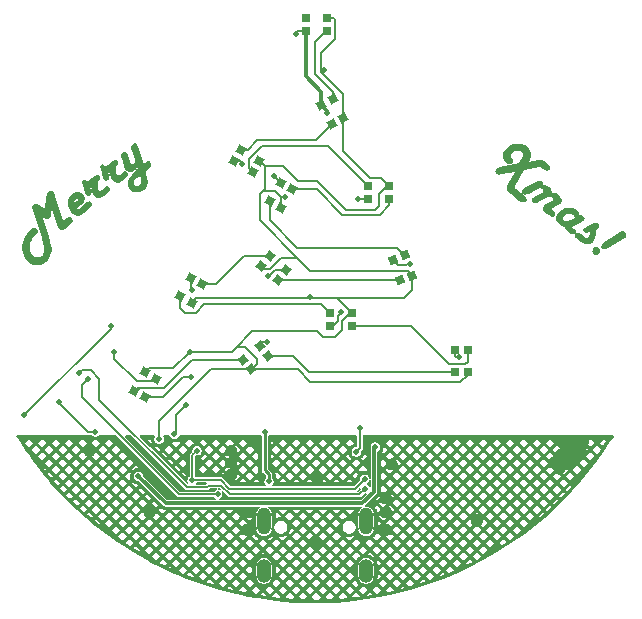
<source format=gtl>
G04 #@! TF.GenerationSoftware,KiCad,Pcbnew,9.0.5*
G04 #@! TF.CreationDate,2025-11-30T01:11:54+01:00*
G04 #@! TF.ProjectId,xmasCrystalBall,786d6173-4372-4797-9374-616c42616c6c,rev?*
G04 #@! TF.SameCoordinates,Original*
G04 #@! TF.FileFunction,Copper,L1,Top*
G04 #@! TF.FilePolarity,Positive*
%FSLAX46Y46*%
G04 Gerber Fmt 4.6, Leading zero omitted, Abs format (unit mm)*
G04 Created by KiCad (PCBNEW 9.0.5) date 2025-11-30 01:11:54*
%MOMM*%
%LPD*%
G01*
G04 APERTURE LIST*
G04 Aperture macros list*
%AMRotRect*
0 Rectangle, with rotation*
0 The origin of the aperture is its center*
0 $1 length*
0 $2 width*
0 $3 Rotation angle, in degrees counterclockwise*
0 Add horizontal line*
21,1,$1,$2,0,0,$3*%
G04 Aperture macros list end*
%ADD10C,0.100000*%
G04 #@! TA.AperFunction,SMDPad,CuDef*
%ADD11RotRect,0.700000X0.700000X290.000000*%
G04 #@! TD*
G04 #@! TA.AperFunction,SMDPad,CuDef*
%ADD12R,0.700000X0.700000*%
G04 #@! TD*
G04 #@! TA.AperFunction,SMDPad,CuDef*
%ADD13RotRect,0.700000X0.700000X300.000000*%
G04 #@! TD*
G04 #@! TA.AperFunction,SMDPad,CuDef*
%ADD14RotRect,0.700000X0.700000X330.000000*%
G04 #@! TD*
G04 #@! TA.AperFunction,SMDPad,CuDef*
%ADD15RotRect,0.700000X0.700000X240.000000*%
G04 #@! TD*
G04 #@! TA.AperFunction,SMDPad,CuDef*
%ADD16RotRect,0.700000X0.700000X220.000000*%
G04 #@! TD*
G04 #@! TA.AperFunction,SMDPad,CuDef*
%ADD17RotRect,0.700000X0.700000X140.000000*%
G04 #@! TD*
G04 #@! TA.AperFunction,SMDPad,CuDef*
%ADD18RotRect,0.700000X0.700000X60.000000*%
G04 #@! TD*
G04 #@! TA.AperFunction,ComponentPad*
%ADD19O,1.200000X2.000000*%
G04 #@! TD*
G04 #@! TA.AperFunction,ComponentPad*
%ADD20O,1.200000X2.300000*%
G04 #@! TD*
G04 #@! TA.AperFunction,ViaPad*
%ADD21C,0.500000*%
G04 #@! TD*
G04 #@! TA.AperFunction,Conductor*
%ADD22C,0.300000*%
G04 #@! TD*
G04 #@! TA.AperFunction,Conductor*
%ADD23C,0.200000*%
G04 #@! TD*
G04 #@! TA.AperFunction,Conductor*
%ADD24C,0.256000*%
G04 #@! TD*
G04 APERTURE END LIST*
D10*
G36*
X122550086Y-93069139D02*
G01*
X122846898Y-92820084D01*
X122982628Y-92730161D01*
X123086739Y-92702761D01*
X123171886Y-92719926D01*
X123248185Y-92781317D01*
X123304238Y-92869217D01*
X123328318Y-92957864D01*
X123323173Y-93051220D01*
X123291336Y-93141018D01*
X123229905Y-93233555D01*
X123131841Y-93330892D01*
X122783786Y-93622944D01*
X122650513Y-93717489D01*
X122531566Y-93770423D01*
X122423021Y-93789798D01*
X122315967Y-93777568D01*
X122218894Y-93731852D01*
X122127783Y-93648073D01*
X122056033Y-93530665D01*
X121970647Y-93304541D01*
X121514338Y-91804860D01*
X121480270Y-92482079D01*
X121458696Y-92640492D01*
X121415793Y-92749123D01*
X121355934Y-92821313D01*
X121281200Y-92864146D01*
X121200267Y-92873772D01*
X121106472Y-92848844D01*
X120992268Y-92778574D01*
X120749667Y-92593519D01*
X121227516Y-94070661D01*
X121440492Y-94777424D01*
X121523293Y-95137317D01*
X121543936Y-95340994D01*
X121538764Y-95546165D01*
X121507382Y-95754384D01*
X121442162Y-95970405D01*
X121345029Y-96166041D01*
X121215023Y-96344162D01*
X121049439Y-96506621D01*
X120846809Y-96648995D01*
X120643472Y-96740354D01*
X120436084Y-96785926D01*
X120220437Y-96787390D01*
X120009117Y-96745620D01*
X119812181Y-96661857D01*
X119625986Y-96533378D01*
X119448282Y-96354251D01*
X119295531Y-96141537D01*
X119182398Y-95916177D01*
X119106807Y-95675708D01*
X119068517Y-95416925D01*
X119069135Y-95136040D01*
X119106127Y-94888299D01*
X119180515Y-94635453D01*
X119295282Y-94375204D01*
X119440446Y-94130601D01*
X119604272Y-93921694D01*
X119786995Y-93745002D01*
X119941511Y-93644993D01*
X120080986Y-93607954D01*
X120171995Y-93614015D01*
X120248341Y-93645552D01*
X120314255Y-93703755D01*
X120362433Y-93782633D01*
X120381535Y-93868422D01*
X120371731Y-93965754D01*
X120328677Y-94054595D01*
X120205525Y-94199234D01*
X119995727Y-94436858D01*
X119850155Y-94655995D01*
X119758162Y-94860015D01*
X119712156Y-95039899D01*
X119696124Y-95218858D01*
X119709479Y-95399126D01*
X119752140Y-95574156D01*
X119821238Y-95729262D01*
X119916977Y-95867510D01*
X120044138Y-95992568D01*
X120170957Y-96070308D01*
X120300306Y-96108566D01*
X120433683Y-96109088D01*
X120562806Y-96069361D01*
X120692657Y-95984674D01*
X120788841Y-95884287D01*
X120858176Y-95767679D01*
X120902021Y-95631734D01*
X120919099Y-95471885D01*
X120904140Y-95254066D01*
X120843137Y-94939914D01*
X120718078Y-94501200D01*
X119945442Y-92103874D01*
X119908537Y-91940878D01*
X119910828Y-91818317D01*
X119943271Y-91724975D01*
X120003727Y-91652675D01*
X120111444Y-91591351D01*
X120220889Y-91582326D01*
X120339490Y-91619713D01*
X120516977Y-91724732D01*
X120980164Y-92049987D01*
X121078731Y-91051660D01*
X121119271Y-90838579D01*
X121184387Y-90690373D01*
X121269394Y-90590654D01*
X121386059Y-90521819D01*
X121511256Y-90501532D01*
X121631199Y-90527873D01*
X121723106Y-90599403D01*
X121767492Y-90666261D01*
X121804386Y-90755782D01*
X121848169Y-90893407D01*
X122550086Y-93069139D01*
G37*
G36*
X123936558Y-90598195D02*
G01*
X124075852Y-90666198D01*
X124201878Y-90782288D01*
X124288202Y-90912236D01*
X124332569Y-91041909D01*
X124339443Y-91175470D01*
X124307923Y-91317947D01*
X124259386Y-91418076D01*
X124171246Y-91532694D01*
X124031474Y-91665413D01*
X123665248Y-91972713D01*
X123724485Y-92019808D01*
X123791828Y-92032378D01*
X123875654Y-92009277D01*
X123986475Y-91935285D01*
X124530494Y-91478799D01*
X124653147Y-91397930D01*
X124748037Y-91373677D01*
X124826489Y-91390202D01*
X124897576Y-91447809D01*
X124946996Y-91525942D01*
X124967624Y-91605354D01*
X124961661Y-91689756D01*
X124906986Y-91812401D01*
X124785672Y-91943162D01*
X124267356Y-92378081D01*
X124064586Y-92517689D01*
X123880210Y-92589204D01*
X123707316Y-92605017D01*
X123538507Y-92568491D01*
X123373155Y-92475701D01*
X123206186Y-92314670D01*
X123077014Y-92129765D01*
X122989965Y-91935396D01*
X122942326Y-91728501D01*
X122934184Y-91505094D01*
X122949896Y-91397087D01*
X123462138Y-91397087D01*
X123471824Y-91563660D01*
X123673192Y-91394693D01*
X123787099Y-91275918D01*
X123814600Y-91202463D01*
X123793557Y-91151135D01*
X123734721Y-91112993D01*
X123669977Y-91114583D01*
X123587907Y-91162723D01*
X123501600Y-91267341D01*
X123462138Y-91397087D01*
X122949896Y-91397087D01*
X122966441Y-91283360D01*
X123036044Y-91090449D01*
X123142331Y-90921056D01*
X123287937Y-90771653D01*
X123456011Y-90656477D01*
X123618115Y-90592887D01*
X123778683Y-90573848D01*
X123936558Y-90598195D01*
G37*
G36*
X124787190Y-90245679D02*
G01*
X124853147Y-90450625D01*
X124886713Y-90631128D01*
X124866347Y-90753630D01*
X124804033Y-90838610D01*
X124716753Y-90890126D01*
X124624891Y-90904398D01*
X124536928Y-90883141D01*
X124466468Y-90826977D01*
X124433427Y-90771784D01*
X124386267Y-90649607D01*
X124162128Y-89962237D01*
X124132151Y-89799395D01*
X124153841Y-89683505D01*
X124218573Y-89597950D01*
X124311457Y-89545500D01*
X124399571Y-89542092D01*
X124493070Y-89586621D01*
X124555472Y-89631066D01*
X124602518Y-89656453D01*
X124634673Y-89658626D01*
X124751928Y-89578929D01*
X125180529Y-89219290D01*
X125307844Y-89135601D01*
X125406863Y-89110758D01*
X125489281Y-89128578D01*
X125564472Y-89189775D01*
X125623696Y-89284832D01*
X125643017Y-89375571D01*
X125626912Y-89467996D01*
X125570234Y-89568358D01*
X125459233Y-89681768D01*
X125454345Y-89716837D01*
X125435680Y-89997805D01*
X125447145Y-90188481D01*
X125478318Y-90312447D01*
X125522189Y-90389168D01*
X125589556Y-90447196D01*
X125656785Y-90467015D01*
X125730232Y-90453605D01*
X125817607Y-90398782D01*
X126048279Y-90205225D01*
X126172233Y-90123198D01*
X126267505Y-90098297D01*
X126345626Y-90114214D01*
X126415815Y-90170786D01*
X126466189Y-90250164D01*
X126487231Y-90330171D01*
X126481411Y-90414534D01*
X126426737Y-90537179D01*
X126305422Y-90667941D01*
X125946563Y-90969059D01*
X125817785Y-91052449D01*
X125684374Y-91093340D01*
X125541466Y-91094718D01*
X125402466Y-91057913D01*
X125273452Y-90983426D01*
X125151310Y-90865808D01*
X125061902Y-90728135D01*
X125005541Y-90565745D01*
X124980323Y-90376509D01*
X124977589Y-90085916D01*
X124787190Y-90245679D01*
G37*
G36*
X126316927Y-88962077D02*
G01*
X126382884Y-89167023D01*
X126416449Y-89347527D01*
X126396084Y-89470029D01*
X126333770Y-89555009D01*
X126246490Y-89606525D01*
X126154627Y-89620796D01*
X126066665Y-89599540D01*
X125996205Y-89543376D01*
X125963164Y-89488183D01*
X125916003Y-89366006D01*
X125691865Y-88678636D01*
X125661887Y-88515793D01*
X125683578Y-88399904D01*
X125748310Y-88314349D01*
X125841193Y-88261899D01*
X125929308Y-88258490D01*
X126022807Y-88303019D01*
X126085209Y-88347464D01*
X126132255Y-88372851D01*
X126164410Y-88375024D01*
X126281664Y-88295327D01*
X126710266Y-87935688D01*
X126837581Y-87851999D01*
X126936600Y-87827157D01*
X127019017Y-87844976D01*
X127094209Y-87906174D01*
X127153432Y-88001231D01*
X127172754Y-88091969D01*
X127156649Y-88184395D01*
X127099971Y-88284756D01*
X126988970Y-88398166D01*
X126984082Y-88433235D01*
X126965417Y-88714204D01*
X126976882Y-88904879D01*
X127008055Y-89028846D01*
X127051925Y-89105566D01*
X127119293Y-89163594D01*
X127186522Y-89183413D01*
X127259968Y-89170004D01*
X127347344Y-89115180D01*
X127578016Y-88921624D01*
X127701970Y-88839597D01*
X127797242Y-88814695D01*
X127875363Y-88830612D01*
X127945552Y-88887185D01*
X127995926Y-88966563D01*
X128016968Y-89046569D01*
X128011148Y-89130933D01*
X127956473Y-89253578D01*
X127835159Y-89384339D01*
X127476300Y-89685458D01*
X127347522Y-89768847D01*
X127214111Y-89809738D01*
X127071203Y-89811116D01*
X126932203Y-89774312D01*
X126803189Y-89699825D01*
X126681047Y-89582206D01*
X126591639Y-89444534D01*
X126535277Y-89282143D01*
X126510060Y-89092907D01*
X126507326Y-88802314D01*
X126316927Y-88962077D01*
G37*
G36*
X128676134Y-86474313D02*
G01*
X128749269Y-86533873D01*
X128788798Y-86593718D01*
X128824931Y-86679900D01*
X128844480Y-86747750D01*
X129331321Y-88253894D01*
X129543657Y-88075723D01*
X129667466Y-87993962D01*
X129762979Y-87969311D01*
X129841665Y-87985651D01*
X129912704Y-88043085D01*
X129962115Y-88121214D01*
X129982692Y-88200569D01*
X129976651Y-88284868D01*
X129922200Y-88407526D01*
X129800964Y-88538301D01*
X129504151Y-88787356D01*
X129576609Y-89011370D01*
X129659888Y-89363617D01*
X129692146Y-89627538D01*
X129673603Y-89857157D01*
X129609187Y-90060136D01*
X129499005Y-90242579D01*
X129338359Y-90408424D01*
X129191120Y-90512442D01*
X129040673Y-90582172D01*
X128884873Y-90620583D01*
X128720970Y-90628522D01*
X128558190Y-90605406D01*
X128413758Y-90552650D01*
X128284028Y-90470083D01*
X128166647Y-90354910D01*
X128079728Y-90228105D01*
X128020420Y-90088093D01*
X127988090Y-89931988D01*
X127984589Y-89778759D01*
X128532392Y-89778759D01*
X128546774Y-89881638D01*
X128605546Y-89981609D01*
X128690798Y-90052843D01*
X128786696Y-90080131D01*
X128886705Y-90066157D01*
X128988112Y-90005978D01*
X129063714Y-89923513D01*
X129113916Y-89824489D01*
X129139311Y-89704743D01*
X129132952Y-89496613D01*
X129066382Y-89154688D01*
X128810007Y-89369812D01*
X128646842Y-89531196D01*
X128561754Y-89664866D01*
X128532392Y-89778759D01*
X127984589Y-89778759D01*
X127984440Y-89772260D01*
X128009494Y-89619008D01*
X128063576Y-89469703D01*
X128158580Y-89312422D01*
X128318272Y-89124512D01*
X128562032Y-88899404D01*
X128860645Y-88648838D01*
X128804340Y-88474014D01*
X128706783Y-88630270D01*
X128602974Y-88740066D01*
X128465701Y-88834698D01*
X128332917Y-88888407D01*
X128201273Y-88906675D01*
X128071467Y-88889970D01*
X127959878Y-88838341D01*
X127861598Y-88749231D01*
X127787585Y-88628667D01*
X127695411Y-88391254D01*
X127480965Y-87730065D01*
X127457967Y-87661762D01*
X127431323Y-87521005D01*
X127441060Y-87405938D01*
X127482366Y-87309101D01*
X127556827Y-87225339D01*
X127642390Y-87175817D01*
X127734397Y-87163662D01*
X127822960Y-87187314D01*
X127897221Y-87247990D01*
X127938170Y-87315803D01*
X127993820Y-87459864D01*
X128180898Y-88047210D01*
X128252141Y-88221218D01*
X128302179Y-88261791D01*
X128360674Y-88262513D01*
X128440900Y-88215433D01*
X128514167Y-88133903D01*
X128571614Y-88021778D01*
X128599756Y-87903229D01*
X128589579Y-87816438D01*
X128333441Y-87012800D01*
X128308917Y-86946336D01*
X128281908Y-86806929D01*
X128291513Y-86692383D01*
X128333078Y-86595341D01*
X128408464Y-86510731D01*
X128494133Y-86461494D01*
X128586857Y-86450036D01*
X128676134Y-86474313D01*
G37*
G36*
X161547289Y-88725479D02*
G01*
X160804271Y-90079435D01*
X160775872Y-90159360D01*
X160780702Y-90219236D01*
X160815321Y-90276603D01*
X160903403Y-90362926D01*
X161599512Y-90947031D01*
X161711929Y-91065182D01*
X161757197Y-91162671D01*
X161755396Y-91248873D01*
X161708884Y-91333689D01*
X161630993Y-91405304D01*
X161547412Y-91444862D01*
X161454730Y-91456043D01*
X161360677Y-91440364D01*
X161258834Y-91395989D01*
X161145945Y-91316346D01*
X160451800Y-90733889D01*
X160352917Y-90650917D01*
X160216268Y-90516991D01*
X160138441Y-90401578D01*
X160104365Y-90299797D01*
X160103776Y-90191944D01*
X160139094Y-90052793D01*
X160223315Y-89871774D01*
X160780634Y-88876439D01*
X159692022Y-89083935D01*
X159609850Y-89100074D01*
X159450549Y-89111455D01*
X159326210Y-89085836D01*
X159227338Y-89027960D01*
X159155557Y-88941707D01*
X159125526Y-88840422D01*
X159136891Y-88735489D01*
X159192597Y-88637806D01*
X159255497Y-88584818D01*
X159364083Y-88533796D01*
X159537283Y-88487356D01*
X161156204Y-88172180D01*
X161404214Y-87731653D01*
X161483105Y-87548285D01*
X161499106Y-87407374D01*
X161467422Y-87294580D01*
X161388891Y-87199331D01*
X161268179Y-87125765D01*
X161123308Y-87089390D01*
X160945912Y-87093218D01*
X160772944Y-87135840D01*
X160632024Y-87210030D01*
X160517140Y-87315950D01*
X160451658Y-87421460D01*
X160431837Y-87520470D01*
X160452111Y-87620027D01*
X160518536Y-87727224D01*
X160597348Y-87845564D01*
X160625897Y-87944215D01*
X160616076Y-88031175D01*
X160568585Y-88113763D01*
X160498686Y-88176283D01*
X160416427Y-88213023D01*
X160317697Y-88224910D01*
X160217743Y-88211406D01*
X160120136Y-88172825D01*
X160022577Y-88106164D01*
X159911280Y-87992271D01*
X159831736Y-87865652D01*
X159781333Y-87723867D01*
X159760118Y-87563153D01*
X159779295Y-87349744D01*
X159851775Y-87148113D01*
X159982190Y-86952721D01*
X160166033Y-86772142D01*
X160374807Y-86637127D01*
X160612516Y-86544782D01*
X160885141Y-86495700D01*
X161162425Y-86495208D01*
X161412020Y-86543536D01*
X161639857Y-86638859D01*
X161850498Y-86783198D01*
X161991433Y-86929358D01*
X162086100Y-87089388D01*
X162139016Y-87266892D01*
X162149001Y-87452417D01*
X162114677Y-87642793D01*
X162031796Y-87842852D01*
X161917785Y-88056856D01*
X162754285Y-87885829D01*
X162897907Y-87855971D01*
X163003730Y-87838751D01*
X163073560Y-87845457D01*
X163139853Y-87875766D01*
X163238786Y-87948110D01*
X163625314Y-88272445D01*
X163736358Y-88389514D01*
X163780919Y-88486742D01*
X163778579Y-88573379D01*
X163731210Y-88659255D01*
X163653353Y-88730982D01*
X163570311Y-88770482D01*
X163478725Y-88781615D01*
X163385745Y-88765850D01*
X163284521Y-88721467D01*
X163171746Y-88641760D01*
X162928141Y-88437350D01*
X161547289Y-88725479D01*
G37*
G36*
X163837784Y-92039551D02*
G01*
X164055850Y-92222530D01*
X164156789Y-92329278D01*
X164197150Y-92418514D01*
X164194500Y-92498644D01*
X164150112Y-92578655D01*
X164081748Y-92640891D01*
X164007125Y-92674996D01*
X163922969Y-92683779D01*
X163793009Y-92651582D01*
X163644817Y-92556116D01*
X163273024Y-92244145D01*
X163175126Y-92133424D01*
X163130497Y-92016027D01*
X163135767Y-91895818D01*
X163195884Y-91785494D01*
X163270080Y-91718247D01*
X163407287Y-91633963D01*
X163929399Y-91361500D01*
X164000429Y-91306440D01*
X164042568Y-91227684D01*
X164036000Y-91158450D01*
X163978928Y-91086695D01*
X163873069Y-91030862D01*
X163723709Y-91014821D01*
X163563784Y-91041543D01*
X163391898Y-91113024D01*
X162766957Y-91441205D01*
X162609251Y-91503761D01*
X162479226Y-91519404D01*
X162368447Y-91497131D01*
X162270050Y-91438260D01*
X162210444Y-91367184D01*
X162182773Y-91281610D01*
X162188089Y-91193977D01*
X162227127Y-91121029D01*
X162278766Y-91072132D01*
X162358072Y-91020831D01*
X162419282Y-90988778D01*
X163050557Y-90656706D01*
X163126129Y-90610799D01*
X163166254Y-90574680D01*
X163188226Y-90530696D01*
X163188102Y-90474167D01*
X163167364Y-90418634D01*
X163127128Y-90371950D01*
X163026659Y-90313756D01*
X162907766Y-90293683D01*
X162761473Y-90315541D01*
X162576704Y-90391891D01*
X161925999Y-90732489D01*
X161767231Y-90796133D01*
X161637024Y-90812475D01*
X161526749Y-90790851D01*
X161429383Y-90732856D01*
X161369487Y-90661770D01*
X161340875Y-90576011D01*
X161345573Y-90487823D01*
X161385895Y-90412641D01*
X161439226Y-90361939D01*
X161517801Y-90311297D01*
X161579287Y-90278916D01*
X162695823Y-89688375D01*
X162817156Y-89639847D01*
X162918380Y-89627964D01*
X163005852Y-89646077D01*
X163084773Y-89693636D01*
X163164637Y-89790512D01*
X163187281Y-89892311D01*
X163156020Y-90010361D01*
X163354468Y-90020160D01*
X163473899Y-90042469D01*
X163578042Y-90087436D01*
X163693853Y-90169004D01*
X163799499Y-90280931D01*
X163864571Y-90402061D01*
X163893518Y-90536014D01*
X163885521Y-90688325D01*
X164074898Y-90685517D01*
X164241500Y-90715010D01*
X164389878Y-90774720D01*
X164523552Y-90865204D01*
X164627018Y-90972257D01*
X164695236Y-91087490D01*
X164732109Y-91213453D01*
X164736424Y-91343325D01*
X164706079Y-91457935D01*
X164640681Y-91562461D01*
X164552835Y-91647374D01*
X164439270Y-91720704D01*
X163837784Y-92039551D01*
G37*
G36*
X165672094Y-91941293D02*
G01*
X165851554Y-92007596D01*
X166010723Y-92113089D01*
X166116371Y-92220583D01*
X166183031Y-92329033D01*
X166216813Y-92440752D01*
X166219961Y-92559273D01*
X166355159Y-92539230D01*
X166471248Y-92560801D01*
X166575631Y-92622813D01*
X166639171Y-92698528D01*
X166666931Y-92787303D01*
X166659308Y-92878591D01*
X166614494Y-92959513D01*
X166563337Y-93007171D01*
X166481886Y-93058036D01*
X166420125Y-93090744D01*
X165607034Y-93524128D01*
X165808401Y-93693095D01*
X165909715Y-93800020D01*
X165950322Y-93889022D01*
X165948009Y-93968539D01*
X165904337Y-94047556D01*
X165835938Y-94109687D01*
X165760780Y-94143847D01*
X165675525Y-94152675D01*
X165543997Y-94120481D01*
X165395567Y-94025170D01*
X165161129Y-93828453D01*
X165076750Y-93732076D01*
X165042430Y-93632822D01*
X165051918Y-93523393D01*
X164893429Y-93515550D01*
X164772842Y-93481685D01*
X164681286Y-93425817D01*
X164472551Y-93250668D01*
X164358647Y-93126932D01*
X164291847Y-92989885D01*
X164267892Y-92834271D01*
X164268498Y-92829131D01*
X164867321Y-92829131D01*
X164885570Y-92898980D01*
X164942194Y-92966261D01*
X164987870Y-93004588D01*
X165092194Y-93067252D01*
X165189919Y-93081041D01*
X165289530Y-93050706D01*
X165680922Y-92844594D01*
X165751275Y-92801480D01*
X165793444Y-92762694D01*
X165819344Y-92708538D01*
X165816254Y-92636764D01*
X165786443Y-92565741D01*
X165730514Y-92502886D01*
X165635170Y-92448466D01*
X165509223Y-92424923D01*
X165340970Y-92438820D01*
X165178292Y-92485963D01*
X165048911Y-92557170D01*
X164946845Y-92651846D01*
X164884186Y-92749652D01*
X164867321Y-92829131D01*
X164268498Y-92829131D01*
X164286568Y-92675949D01*
X164348369Y-92517491D01*
X164459694Y-92354670D01*
X164618132Y-92196582D01*
X164797148Y-92074196D01*
X164999558Y-91985292D01*
X165229550Y-91929923D01*
X165467036Y-91914096D01*
X165672094Y-91941293D01*
G37*
G36*
X167141149Y-93952698D02*
G01*
X167036356Y-94006768D01*
X166882410Y-94056521D01*
X166760190Y-94049750D01*
X166656788Y-93994315D01*
X166596795Y-93922026D01*
X166565874Y-93829034D01*
X166568922Y-93733658D01*
X166607277Y-93659002D01*
X166675461Y-93600460D01*
X166803461Y-93532922D01*
X167462753Y-93241934D01*
X167622245Y-93195804D01*
X167741778Y-93202402D01*
X167835545Y-93251490D01*
X167892352Y-93319259D01*
X167919042Y-93401341D01*
X167914301Y-93485553D01*
X167877009Y-93555500D01*
X167805871Y-93618002D01*
X167738335Y-93683527D01*
X167663437Y-93813748D01*
X167625671Y-93992678D01*
X167608272Y-94225535D01*
X167571140Y-94456749D01*
X167502958Y-94641663D01*
X167406827Y-94789108D01*
X167264335Y-94919575D01*
X167100908Y-94999309D01*
X166909991Y-95031448D01*
X166715903Y-95014079D01*
X166531371Y-94947516D01*
X166351325Y-94827146D01*
X165968563Y-94505971D01*
X165866258Y-94398144D01*
X165825191Y-94308644D01*
X165827301Y-94228946D01*
X165870826Y-94149999D01*
X165939221Y-94087843D01*
X166014329Y-94053641D01*
X166099474Y-94044743D01*
X166231130Y-94077025D01*
X166379433Y-94172248D01*
X166591933Y-94350556D01*
X166726795Y-94438880D01*
X166832361Y-94464763D01*
X166920943Y-94445015D01*
X167002424Y-94378355D01*
X167050140Y-94299919D01*
X167088995Y-94178432D01*
X167141149Y-93952698D01*
G37*
G36*
X167877444Y-95322099D02*
G01*
X167958556Y-95422161D01*
X167993546Y-95548131D01*
X167980348Y-95678475D01*
X167917444Y-95791433D01*
X167815618Y-95874610D01*
X167689404Y-95910592D01*
X167559273Y-95898009D01*
X167446646Y-95835504D01*
X167364023Y-95734042D01*
X167328580Y-95607825D01*
X167342216Y-95477401D01*
X167406495Y-95362695D01*
X167506788Y-95281090D01*
X167632721Y-95245363D01*
X167763176Y-95258350D01*
X167877444Y-95322099D01*
G37*
G36*
X169933237Y-94542136D02*
G01*
X168620429Y-95292442D01*
X168438534Y-95378873D01*
X168307430Y-95409741D01*
X168212356Y-95402268D01*
X168141354Y-95364998D01*
X168085652Y-95296758D01*
X168061698Y-95212232D01*
X168070993Y-95124783D01*
X168115154Y-95046455D01*
X168235297Y-94944169D01*
X169633105Y-93981184D01*
X169769991Y-93909194D01*
X169886308Y-93886898D01*
X169990086Y-93904814D01*
X170088298Y-93963355D01*
X170167724Y-94058463D01*
X170203199Y-94172198D01*
X170193848Y-94289378D01*
X170137466Y-94391839D01*
X170068932Y-94454438D01*
X169933237Y-94542136D01*
G37*
D11*
X151453883Y-95952071D03*
X150420220Y-96328291D03*
X151046117Y-98047929D03*
X152079780Y-97671709D03*
D12*
X148302413Y-90068814D03*
X148302413Y-91168814D03*
X150132413Y-91168814D03*
X150132413Y-90068814D03*
X156800000Y-103985000D03*
X155700000Y-103985000D03*
X155700000Y-105815000D03*
X156800000Y-105815000D03*
D13*
X145336227Y-82713773D03*
X144383599Y-83263773D03*
X145298599Y-84848599D03*
X146251227Y-84298599D03*
D14*
X137547587Y-87016187D03*
X136997587Y-87968814D03*
X138582413Y-88883813D03*
X139132413Y-87931186D03*
D15*
X134316401Y-98401401D03*
X133363773Y-97851401D03*
X132448773Y-99436227D03*
X133401401Y-99986227D03*
D16*
X139857067Y-104442649D03*
X139150000Y-103600000D03*
X137748139Y-104776301D03*
X138455206Y-105618950D03*
D12*
X143050000Y-75900000D03*
X143050000Y-77000000D03*
X144880000Y-77000000D03*
X144880000Y-75900000D03*
D17*
X140697397Y-98009475D03*
X141404463Y-97166826D03*
X140002603Y-95990525D03*
X139295537Y-96833174D03*
D15*
X141902628Y-90350000D03*
X140950000Y-89800000D03*
X140035000Y-91384826D03*
X140987628Y-91934826D03*
D18*
X128516186Y-107417413D03*
X129468814Y-107967413D03*
X130383814Y-106382587D03*
X129431186Y-105832587D03*
D12*
X145135000Y-100850000D03*
X145135000Y-101950000D03*
X146965000Y-101950000D03*
X146965000Y-100850000D03*
D19*
X148175000Y-122660000D03*
D20*
X148175000Y-118480000D03*
D19*
X139525000Y-122660000D03*
D20*
X139525000Y-118480000D03*
D21*
X136750000Y-114500000D03*
X140350000Y-89200000D03*
X146025735Y-100775735D03*
X144050000Y-114900000D03*
X138550000Y-111700000D03*
X165750000Y-112900000D03*
X138100000Y-117700000D03*
X166250000Y-112400000D03*
X138100000Y-119200000D03*
X143850000Y-120200000D03*
X149850000Y-119200000D03*
X151872537Y-96721789D03*
X139847482Y-97699999D03*
X133350000Y-106283363D03*
X165150000Y-113500000D03*
X136750000Y-112500000D03*
X133450000Y-98900000D03*
X164550000Y-114000000D03*
X149850000Y-117700000D03*
X166550000Y-111600000D03*
X157550000Y-118400000D03*
X137650000Y-88200000D03*
X136750000Y-113500000D03*
X164550000Y-112900000D03*
X142250000Y-77200000D03*
X156005523Y-104564001D03*
X144850000Y-83900000D03*
X129850000Y-117700000D03*
X147450000Y-91200000D03*
X165150000Y-112400000D03*
X164050000Y-113500000D03*
X165650000Y-111900000D03*
X124750000Y-112500000D03*
X139750000Y-103300000D03*
X150350000Y-113650000D03*
X149850000Y-116500000D03*
X164850000Y-111600000D03*
X128900000Y-114650000D03*
X148950000Y-112200000D03*
X144650000Y-80300000D03*
X133250000Y-104100000D03*
X143450000Y-99500000D03*
X141344615Y-91009327D03*
X130650000Y-111500000D03*
X139950000Y-115100000D03*
X139600000Y-110950000D03*
X147650000Y-110600000D03*
X147340500Y-112590500D03*
X126850000Y-104151902D03*
X123850000Y-105950000D03*
X148100000Y-115700000D03*
X124600000Y-106450000D03*
X135600000Y-116200000D03*
X131950000Y-111100000D03*
X132950000Y-108600000D03*
X126550000Y-101900000D03*
X119250000Y-109500000D03*
X133850000Y-112500000D03*
X122150000Y-108400000D03*
X125250000Y-110900000D03*
X148050000Y-114900000D03*
X133450000Y-115003000D03*
D22*
X144383599Y-83263773D02*
X144383599Y-82133599D01*
D23*
X143050000Y-77000000D02*
X142450000Y-77000000D01*
D22*
X144383599Y-82133599D02*
X143050000Y-80800000D01*
D23*
X133363773Y-97851401D02*
X133363773Y-98813773D01*
X139849999Y-97699999D02*
X139847482Y-97699999D01*
X151550000Y-96800000D02*
X151639008Y-96710992D01*
X145786000Y-101501000D02*
X145786000Y-101064000D01*
X150420220Y-96328292D02*
X150891928Y-96800000D01*
X147650000Y-91200000D02*
X147450000Y-91200000D01*
X139150000Y-103600000D02*
X139450000Y-103300000D01*
X155792914Y-104564000D02*
X155750000Y-104521086D01*
X151861740Y-96710992D02*
X151872537Y-96721789D01*
X137518814Y-87968814D02*
X137750000Y-88200000D01*
X150891928Y-96800000D02*
X151550000Y-96800000D01*
X141404463Y-97166826D02*
X140447036Y-97166826D01*
X145135000Y-101950000D02*
X145337000Y-101950000D01*
X155750000Y-104521086D02*
X155750000Y-104500000D01*
D22*
X144383599Y-83263773D02*
X144850000Y-83730174D01*
D23*
X139450000Y-103300000D02*
X139750000Y-103300000D01*
X155700000Y-104450000D02*
X155700000Y-103985000D01*
X132666637Y-106283363D02*
X130982587Y-107967413D01*
X140447036Y-97166826D02*
X139913862Y-97700000D01*
X139850000Y-97700000D02*
X139849999Y-97699999D01*
X156005523Y-104564001D02*
X156005522Y-104564000D01*
X145337000Y-101950000D02*
X145786000Y-101501000D01*
X145786000Y-101064000D02*
X146050000Y-100800000D01*
D22*
X143050000Y-80800000D02*
X143050000Y-77000000D01*
D23*
X147681186Y-91168814D02*
X147650000Y-91200000D01*
X146050000Y-100800000D02*
X146025735Y-100775735D01*
X148302413Y-91168814D02*
X147681186Y-91168814D01*
X133450000Y-98900000D02*
X133363773Y-98813773D01*
X144850000Y-83730174D02*
X144850000Y-83900000D01*
X142450000Y-77000000D02*
X142250000Y-77200000D01*
X133350000Y-106283363D02*
X132666637Y-106283363D01*
X139913862Y-97700000D02*
X139850000Y-97700000D01*
X156005522Y-104564000D02*
X155792914Y-104564000D01*
X151639008Y-96710992D02*
X151861740Y-96710992D01*
X155750000Y-104500000D02*
X155700000Y-104450000D01*
X136997587Y-87968814D02*
X137518814Y-87968814D01*
X137750000Y-88200000D02*
X137650000Y-88200000D01*
X140950000Y-89800000D02*
X140350000Y-89200000D01*
X130982587Y-107967413D02*
X129468814Y-107967413D01*
D22*
X147850000Y-116950000D02*
X131200000Y-116950000D01*
X131200000Y-116950000D02*
X128950000Y-114700000D01*
X148850000Y-115950000D02*
X147850000Y-116950000D01*
X148950000Y-112200000D02*
X148850000Y-112300000D01*
X148850000Y-112300000D02*
X148850000Y-115950000D01*
D23*
X143450000Y-97300000D02*
X143451670Y-97298330D01*
X136850000Y-104100000D02*
X137050000Y-103900000D01*
X138950000Y-104700000D02*
X138950000Y-105124156D01*
X148525971Y-89400000D02*
X149463599Y-89400000D01*
X139295537Y-96833174D02*
X139562363Y-97100000D01*
X142250000Y-96200000D02*
X142350000Y-96200000D01*
X149981186Y-90068814D02*
X150132413Y-90068814D01*
X143451670Y-97298330D02*
X151706402Y-97298330D01*
X133401401Y-99986227D02*
X133787628Y-99600000D01*
X145715000Y-99600000D02*
X146965000Y-100850000D01*
X146251227Y-82301227D02*
X144350000Y-80400000D01*
X141150000Y-88400000D02*
X142450000Y-89700000D01*
X146150000Y-102300000D02*
X146150000Y-101500000D01*
X156800000Y-106050000D02*
X156150000Y-106700000D01*
X137950000Y-103700000D02*
X138950000Y-104700000D01*
X149250000Y-90800000D02*
X149981186Y-90068814D01*
X133250000Y-104100000D02*
X136850000Y-104100000D01*
X139601227Y-88400000D02*
X139132413Y-87931186D01*
X156800000Y-105815000D02*
X156800000Y-106050000D01*
X141015929Y-91009327D02*
X140987628Y-91037628D01*
X137050000Y-103900000D02*
X138550000Y-102400000D01*
X139150000Y-90800000D02*
X139450000Y-90500000D01*
X140050000Y-97100000D02*
X140950000Y-96200000D01*
X133787628Y-99600000D02*
X145715000Y-99600000D01*
X142450000Y-89700000D02*
X144050000Y-89700000D01*
X138455206Y-105618950D02*
X135031050Y-105618950D01*
X139150000Y-93000000D02*
X139150000Y-90800000D01*
X144350000Y-80400000D02*
X144350000Y-80300000D01*
X145715000Y-99600000D02*
X151350000Y-99600000D01*
X130650000Y-110000000D02*
X130650000Y-111500000D01*
X137050000Y-103900000D02*
X137250000Y-103700000D01*
X139601227Y-88400000D02*
X139601227Y-90348773D01*
X149250000Y-91800000D02*
X149250000Y-90900000D01*
X144350000Y-80300000D02*
X144650000Y-80300000D01*
X146251227Y-84298599D02*
X146251227Y-82301227D01*
X148950000Y-92100000D02*
X149250000Y-91800000D01*
X149250000Y-90900000D02*
X149250000Y-90800000D01*
X140450000Y-90500000D02*
X140987628Y-91037628D01*
X145550000Y-102900000D02*
X146150000Y-102300000D01*
X151350000Y-99600000D02*
X152079780Y-98870220D01*
X142368950Y-105618950D02*
X138455206Y-105618950D01*
X144550000Y-102900000D02*
X145550000Y-102900000D01*
X146251227Y-84298599D02*
X146251227Y-87125256D01*
X138550000Y-102400000D02*
X144050000Y-102400000D01*
X140987628Y-91037628D02*
X140987628Y-91934826D01*
X139601227Y-88400000D02*
X141150000Y-88400000D01*
X141344615Y-91009327D02*
X141015929Y-91009327D01*
X144050000Y-89700000D02*
X146450000Y-92100000D01*
X135031050Y-105618950D02*
X130650000Y-110000000D01*
X129763773Y-105500000D02*
X131850000Y-105500000D01*
X149925614Y-90068814D02*
X150132413Y-90068814D01*
X146150000Y-101500000D02*
X146800000Y-100850000D01*
X156150000Y-106700000D02*
X143450000Y-106700000D01*
X145430000Y-75900000D02*
X144880000Y-75900000D01*
X140950000Y-96200000D02*
X142250000Y-96200000D01*
X146251227Y-87125256D02*
X147525971Y-88400000D01*
X149463599Y-89400000D02*
X150132413Y-90068814D01*
X145531000Y-77651000D02*
X145531000Y-76001000D01*
X142350000Y-96200000D02*
X139150000Y-93000000D01*
X137250000Y-103700000D02*
X137950000Y-103700000D01*
X142350000Y-96200000D02*
X143450000Y-97300000D01*
X147525971Y-88400000D02*
X148525971Y-89400000D01*
X144050000Y-102400000D02*
X144550000Y-102900000D01*
X152079780Y-98870220D02*
X152079780Y-97671708D01*
X139132413Y-87931186D02*
X139001227Y-87800000D01*
X144382000Y-78800000D02*
X145531000Y-77651000D01*
X144350000Y-80300000D02*
X144350000Y-78800000D01*
X144350000Y-78800000D02*
X144382000Y-78800000D01*
X151706402Y-97298330D02*
X152079780Y-97671708D01*
X129431186Y-105832587D02*
X129763773Y-105500000D01*
X139601227Y-90348773D02*
X139450000Y-90500000D01*
X131850000Y-105500000D02*
X133250000Y-104100000D01*
X143450000Y-106700000D02*
X142368950Y-105618950D01*
X145531000Y-76001000D02*
X145430000Y-75900000D01*
X146800000Y-100850000D02*
X146965000Y-100850000D01*
X139562363Y-97100000D02*
X140050000Y-97100000D01*
X139450000Y-90500000D02*
X140450000Y-90500000D01*
X146450000Y-92100000D02*
X148950000Y-92100000D01*
X138950000Y-105124156D02*
X138455206Y-105618950D01*
D24*
X139950000Y-114500000D02*
X139950000Y-115100000D01*
X139600000Y-114150000D02*
X139950000Y-114500000D01*
X139600000Y-110950000D02*
X139600000Y-114150000D01*
D23*
X147650000Y-110600000D02*
X147650000Y-112281000D01*
X147650000Y-112281000D02*
X147340500Y-112590500D01*
X126850000Y-104151902D02*
X126850000Y-104700000D01*
X130154705Y-106611696D02*
X130383814Y-106382587D01*
X126850000Y-104700000D02*
X128761696Y-106611696D01*
X128761696Y-106611696D02*
X130154705Y-106611696D01*
X131088805Y-107161195D02*
X128772404Y-107161195D01*
X137748139Y-104776301D02*
X133473699Y-104776301D01*
X128772404Y-107161195D02*
X128516186Y-107417413D01*
X128516186Y-107417413D02*
X128745295Y-107188304D01*
X133473699Y-104776301D02*
X131088805Y-107161195D01*
X143365000Y-105815000D02*
X155700000Y-105815000D01*
X141992649Y-104442649D02*
X143365000Y-105815000D01*
X139857067Y-104442649D02*
X141992649Y-104442649D01*
X156800000Y-104950000D02*
X156586000Y-105164000D01*
X156800000Y-103985000D02*
X156800000Y-104950000D01*
X152000000Y-101950000D02*
X146965000Y-101950000D01*
X156586000Y-105164000D02*
X155214000Y-105164000D01*
X155214000Y-105164000D02*
X152000000Y-101950000D01*
X132448773Y-100398773D02*
X132850000Y-100800000D01*
X132850000Y-100800000D02*
X133750000Y-100800000D01*
X133750000Y-100800000D02*
X134450000Y-100100000D01*
X132448773Y-99436227D02*
X132448773Y-100398773D01*
X144385000Y-100100000D02*
X145135000Y-100850000D01*
X134450000Y-100100000D02*
X144385000Y-100100000D01*
X135448599Y-98401401D02*
X137859475Y-95990525D01*
X134316401Y-98401401D02*
X135448599Y-98401401D01*
X137859475Y-95990525D02*
X140002603Y-95990525D01*
X140035000Y-92985000D02*
X142350000Y-95300000D01*
X140035000Y-91384826D02*
X140035000Y-92985000D01*
X150801812Y-95300000D02*
X151453883Y-95952071D01*
X142350000Y-95300000D02*
X150801812Y-95300000D01*
X147600000Y-116200000D02*
X148100000Y-115700000D01*
X123850000Y-105950000D02*
X124100000Y-105700000D01*
X125600000Y-106450000D02*
X125600000Y-108200000D01*
X135886138Y-115450000D02*
X136636138Y-116200000D01*
X124100000Y-105700000D02*
X124850000Y-105700000D01*
X134850000Y-115450000D02*
X135886138Y-115450000D01*
X132984000Y-115584000D02*
X134716000Y-115584000D01*
X124850000Y-105700000D02*
X125600000Y-106450000D01*
X134716000Y-115584000D02*
X134850000Y-115450000D01*
X125600000Y-108200000D02*
X132984000Y-115584000D01*
X136636138Y-116200000D02*
X147600000Y-116200000D01*
X132350000Y-116200000D02*
X124100000Y-107950000D01*
X124100000Y-107950000D02*
X124100000Y-106950000D01*
X124100000Y-106950000D02*
X124600000Y-106450000D01*
X135600000Y-116200000D02*
X132350000Y-116200000D01*
X151007663Y-98009475D02*
X151046117Y-98047929D01*
X140697397Y-98009475D02*
X151007663Y-98009475D01*
X132100000Y-110950000D02*
X131950000Y-111100000D01*
X132950000Y-108600000D02*
X132100000Y-109450000D01*
X132100000Y-109450000D02*
X132100000Y-110950000D01*
X126550000Y-102200000D02*
X119250000Y-109500000D01*
X126550000Y-101900000D02*
X126550000Y-102200000D01*
X146150000Y-92500000D02*
X149350000Y-92500000D01*
X141902628Y-90350000D02*
X144000000Y-90350000D01*
X144000000Y-90350000D02*
X146150000Y-92500000D01*
X149350000Y-92500000D02*
X150132413Y-91717587D01*
X150132413Y-91717587D02*
X150132413Y-91168814D01*
X139331701Y-86700000D02*
X138250000Y-87781701D01*
X148302413Y-90068814D02*
X144933599Y-86700000D01*
X144933599Y-86700000D02*
X139331701Y-86700000D01*
X138250000Y-88551400D02*
X138582413Y-88883813D01*
X138250000Y-87781701D02*
X138250000Y-88551400D01*
X138950000Y-86200000D02*
X143947198Y-86200000D01*
X143947198Y-86200000D02*
X145298599Y-84848599D01*
X137547587Y-87016187D02*
X138133813Y-87016187D01*
X138133813Y-87016187D02*
X138950000Y-86200000D01*
X144750000Y-77000000D02*
X143850000Y-77900000D01*
X143850000Y-77900000D02*
X143850000Y-80600000D01*
X143850000Y-80600000D02*
X145336227Y-82086227D01*
X144880000Y-77000000D02*
X144750000Y-77000000D01*
X145336227Y-82086227D02*
X145336227Y-82713773D01*
X133450000Y-115003000D02*
X133450000Y-112900000D01*
X133450000Y-115003000D02*
X133503000Y-114950000D01*
X135850000Y-114950000D02*
X136600000Y-115700000D01*
X124650000Y-110900000D02*
X125250000Y-110900000D01*
X122250000Y-108400000D02*
X122250000Y-108500000D01*
X136600000Y-115700000D02*
X147250000Y-115700000D01*
X133450000Y-112900000D02*
X133850000Y-112500000D01*
X122250000Y-108500000D02*
X124650000Y-110900000D01*
X133503000Y-114950000D02*
X135850000Y-114950000D01*
X147250000Y-115700000D02*
X148050000Y-114900000D01*
G04 #@! TA.AperFunction,Conductor*
G36*
X125001912Y-111218306D02*
G01*
X125004081Y-111220475D01*
X125004085Y-111220478D01*
X125004087Y-111220480D01*
X125076868Y-111262500D01*
X125095413Y-111273207D01*
X125095416Y-111273208D01*
X125146072Y-111286781D01*
X125197273Y-111300500D01*
X125197274Y-111300500D01*
X125302726Y-111300500D01*
X125302727Y-111300500D01*
X125404587Y-111273207D01*
X125495913Y-111220480D01*
X125495918Y-111220475D01*
X125498088Y-111218306D01*
X125542282Y-111200000D01*
X127002379Y-111200000D01*
X127046572Y-111218305D01*
X132221132Y-116392866D01*
X132304747Y-116427500D01*
X135235218Y-116427500D01*
X135279412Y-116445806D01*
X135354081Y-116520475D01*
X135354090Y-116520482D01*
X135415390Y-116555874D01*
X135444510Y-116593824D01*
X135438266Y-116641250D01*
X135400316Y-116670370D01*
X135384140Y-116672500D01*
X131340832Y-116672500D01*
X131296638Y-116654194D01*
X129318806Y-114676361D01*
X129300500Y-114632167D01*
X129300500Y-114597274D01*
X129300498Y-114597266D01*
X129273208Y-114495416D01*
X129273207Y-114495413D01*
X129260532Y-114473460D01*
X129220480Y-114404087D01*
X129220478Y-114404085D01*
X129220475Y-114404081D01*
X129145918Y-114329524D01*
X129145914Y-114329521D01*
X129145913Y-114329520D01*
X129085650Y-114294727D01*
X129054586Y-114276792D01*
X129054583Y-114276791D01*
X128952733Y-114249501D01*
X128952728Y-114249500D01*
X128952727Y-114249500D01*
X128847273Y-114249500D01*
X128847272Y-114249500D01*
X128847266Y-114249501D01*
X128745416Y-114276791D01*
X128745413Y-114276792D01*
X128654085Y-114329521D01*
X128654081Y-114329524D01*
X128579524Y-114404081D01*
X128579521Y-114404085D01*
X128526792Y-114495413D01*
X128526791Y-114495416D01*
X128499501Y-114597266D01*
X128499500Y-114597274D01*
X128499500Y-114702725D01*
X128499501Y-114702733D01*
X128526791Y-114804583D01*
X128526792Y-114804586D01*
X128547467Y-114840396D01*
X128579026Y-114895058D01*
X128579521Y-114895914D01*
X128579524Y-114895918D01*
X128654081Y-114970475D01*
X128654085Y-114970478D01*
X128654087Y-114970480D01*
X128727055Y-115012608D01*
X128745413Y-115023207D01*
X128745416Y-115023208D01*
X128807745Y-115039908D01*
X128847273Y-115050500D01*
X128882167Y-115050500D01*
X128926361Y-115068806D01*
X130975756Y-117118200D01*
X130975761Y-117118206D01*
X130977944Y-117120389D01*
X131029611Y-117172056D01*
X131092889Y-117208589D01*
X131113071Y-117213997D01*
X131163460Y-117227500D01*
X131163466Y-117227501D01*
X131240359Y-117227501D01*
X131240375Y-117227500D01*
X139110364Y-117227500D01*
X139154558Y-117245806D01*
X139172864Y-117290000D01*
X139154558Y-117334194D01*
X139145087Y-117341967D01*
X139078776Y-117386273D01*
X138981273Y-117483776D01*
X138904669Y-117598423D01*
X138904666Y-117598428D01*
X138854453Y-117719650D01*
X138854454Y-117719652D01*
X139225000Y-118090198D01*
X139225000Y-118269801D01*
X138825000Y-117869801D01*
X138825000Y-119090198D01*
X139225000Y-118690198D01*
X139225000Y-118869801D01*
X138854454Y-119240346D01*
X138854453Y-119240348D01*
X138904668Y-119361574D01*
X138904669Y-119361577D01*
X138981273Y-119476223D01*
X139078776Y-119573726D01*
X139193424Y-119650330D01*
X139320819Y-119703099D01*
X139456055Y-119729999D01*
X139456056Y-119730000D01*
X139593944Y-119730000D01*
X139593944Y-119729999D01*
X139729180Y-119703099D01*
X139856575Y-119650330D01*
X139971223Y-119573726D01*
X140068726Y-119476223D01*
X140145331Y-119361575D01*
X140145332Y-119361572D01*
X140195544Y-119240346D01*
X139825000Y-118869802D01*
X139825000Y-118690198D01*
X140224999Y-119090198D01*
X140225000Y-119090198D01*
X140225000Y-118887520D01*
X140409500Y-118887520D01*
X140409500Y-119032479D01*
X140447015Y-119172482D01*
X140447015Y-119172484D01*
X140447016Y-119172485D01*
X140518060Y-119295537D01*
X140519492Y-119298016D01*
X140519495Y-119298020D01*
X140621979Y-119400504D01*
X140621983Y-119400507D01*
X140621985Y-119400509D01*
X140747515Y-119472984D01*
X140787892Y-119483803D01*
X140887520Y-119510499D01*
X140887522Y-119510499D01*
X140887525Y-119510500D01*
X140887527Y-119510500D01*
X141032473Y-119510500D01*
X141032475Y-119510500D01*
X141163424Y-119475412D01*
X141640008Y-119475412D01*
X141702688Y-119538092D01*
X142057656Y-119183124D01*
X142479091Y-119183124D01*
X142834059Y-119538092D01*
X143189027Y-119183124D01*
X143610462Y-119183124D01*
X143965430Y-119538092D01*
X144320398Y-119183124D01*
X144741832Y-119183124D01*
X145096800Y-119538092D01*
X145451768Y-119183124D01*
X145096800Y-118828156D01*
X144741832Y-119183124D01*
X144320398Y-119183124D01*
X143965430Y-118828156D01*
X143610462Y-119183124D01*
X143189027Y-119183124D01*
X142834059Y-118828156D01*
X142479091Y-119183124D01*
X142057656Y-119183124D01*
X141808500Y-118933968D01*
X141808500Y-119042234D01*
X141808366Y-119046318D01*
X141807626Y-119057618D01*
X141807225Y-119061693D01*
X141804677Y-119081045D01*
X141804012Y-119085076D01*
X141801802Y-119096189D01*
X141800872Y-119100176D01*
X141758303Y-119259041D01*
X141757117Y-119262952D01*
X141753477Y-119273676D01*
X141752036Y-119277504D01*
X141744567Y-119295537D01*
X141742878Y-119299265D01*
X141737867Y-119309426D01*
X141735940Y-119313032D01*
X141653706Y-119455466D01*
X141651545Y-119458941D01*
X141645255Y-119468354D01*
X141642878Y-119471671D01*
X141640008Y-119475412D01*
X141163424Y-119475412D01*
X141172485Y-119472984D01*
X141298015Y-119400509D01*
X141400509Y-119298015D01*
X141472984Y-119172485D01*
X141510500Y-119032475D01*
X141510500Y-118887525D01*
X141472984Y-118747515D01*
X141400509Y-118621985D01*
X141400507Y-118621983D01*
X141400504Y-118621979D01*
X141395964Y-118617439D01*
X141913405Y-118617439D01*
X142268373Y-118972407D01*
X142623341Y-118617439D01*
X143044776Y-118617439D01*
X143399744Y-118972407D01*
X143754712Y-118617439D01*
X144176147Y-118617439D01*
X144531115Y-118972407D01*
X144886083Y-118617439D01*
X145307518Y-118617439D01*
X145662485Y-118972406D01*
X145747371Y-118887520D01*
X146189500Y-118887520D01*
X146189500Y-119032479D01*
X146227015Y-119172482D01*
X146227015Y-119172484D01*
X146227016Y-119172485D01*
X146298060Y-119295537D01*
X146299492Y-119298016D01*
X146299495Y-119298020D01*
X146401979Y-119400504D01*
X146401983Y-119400507D01*
X146401985Y-119400509D01*
X146527515Y-119472984D01*
X146567892Y-119483803D01*
X146667520Y-119510499D01*
X146667522Y-119510499D01*
X146667525Y-119510500D01*
X146667527Y-119510500D01*
X146812473Y-119510500D01*
X146812475Y-119510500D01*
X146952485Y-119472984D01*
X147078015Y-119400509D01*
X147180509Y-119298015D01*
X147252984Y-119172485D01*
X147290500Y-119032475D01*
X147290500Y-118887525D01*
X147252984Y-118747515D01*
X147180509Y-118621985D01*
X147180507Y-118621983D01*
X147180504Y-118621979D01*
X147078020Y-118519495D01*
X147078016Y-118519492D01*
X147078015Y-118519491D01*
X146952485Y-118447016D01*
X146952484Y-118447015D01*
X146952483Y-118447015D01*
X146812479Y-118409500D01*
X146812475Y-118409500D01*
X146667525Y-118409500D01*
X146667520Y-118409500D01*
X146527517Y-118447015D01*
X146527515Y-118447015D01*
X146401983Y-118519492D01*
X146401979Y-118519495D01*
X146299495Y-118621979D01*
X146299492Y-118621983D01*
X146227015Y-118747515D01*
X146227015Y-118747517D01*
X146189500Y-118887520D01*
X145747371Y-118887520D01*
X145929896Y-118704995D01*
X145941697Y-118660959D01*
X145942883Y-118657048D01*
X145946523Y-118646324D01*
X145947964Y-118642496D01*
X145955433Y-118624463D01*
X145957122Y-118620735D01*
X145962133Y-118610574D01*
X145964060Y-118606969D01*
X145979771Y-118579756D01*
X145662486Y-118262471D01*
X145307518Y-118617439D01*
X144886083Y-118617439D01*
X144531115Y-118262471D01*
X144176147Y-118617439D01*
X143754712Y-118617439D01*
X143399744Y-118262471D01*
X143044776Y-118617439D01*
X142623341Y-118617439D01*
X142268373Y-118262471D01*
X141913405Y-118617439D01*
X141395964Y-118617439D01*
X141298020Y-118519495D01*
X141298016Y-118519492D01*
X141298015Y-118519491D01*
X141172485Y-118447016D01*
X141172484Y-118447015D01*
X141172483Y-118447015D01*
X141032479Y-118409500D01*
X141032475Y-118409500D01*
X140887525Y-118409500D01*
X140887520Y-118409500D01*
X140747517Y-118447015D01*
X140747515Y-118447015D01*
X140621983Y-118519492D01*
X140621979Y-118519495D01*
X140519495Y-118621979D01*
X140519492Y-118621983D01*
X140447015Y-118747515D01*
X140447015Y-118747517D01*
X140409500Y-118887520D01*
X140225000Y-118887520D01*
X140225000Y-117869801D01*
X140224999Y-117869801D01*
X139825000Y-118269800D01*
X139825000Y-118090196D01*
X140163005Y-117752191D01*
X140515910Y-117752191D01*
X140523000Y-117775562D01*
X140523000Y-118232538D01*
X140606968Y-118184060D01*
X140610574Y-118182133D01*
X140620735Y-118177122D01*
X140624463Y-118175433D01*
X140642496Y-118167964D01*
X140646324Y-118166523D01*
X140657048Y-118162883D01*
X140660959Y-118161697D01*
X140819824Y-118119128D01*
X140823811Y-118118198D01*
X140834924Y-118115988D01*
X140838955Y-118115323D01*
X140858307Y-118112775D01*
X140862382Y-118112374D01*
X140865895Y-118112143D01*
X140926285Y-118051754D01*
X141347720Y-118051754D01*
X141702688Y-118406722D01*
X142057656Y-118051754D01*
X142479091Y-118051754D01*
X142834059Y-118406722D01*
X143189027Y-118051754D01*
X143610462Y-118051754D01*
X143965430Y-118406722D01*
X144320398Y-118051754D01*
X144741832Y-118051754D01*
X145096800Y-118406722D01*
X145451768Y-118051754D01*
X145873203Y-118051754D01*
X146160744Y-118339295D01*
X146198170Y-118301870D01*
X146201154Y-118299074D01*
X146209674Y-118291602D01*
X146212842Y-118289003D01*
X146228329Y-118277122D01*
X146231646Y-118274745D01*
X146241059Y-118268455D01*
X146244534Y-118266294D01*
X146386968Y-118184060D01*
X146390574Y-118182133D01*
X146400735Y-118177122D01*
X146404463Y-118175433D01*
X146422496Y-118167964D01*
X146426324Y-118166523D01*
X146437048Y-118162883D01*
X146440959Y-118161697D01*
X146484995Y-118149896D01*
X146583138Y-118051753D01*
X146228171Y-117696786D01*
X145873203Y-118051754D01*
X145451768Y-118051754D01*
X145096800Y-117696786D01*
X144741832Y-118051754D01*
X144320398Y-118051754D01*
X143965430Y-117696786D01*
X143610462Y-118051754D01*
X143189027Y-118051754D01*
X142834059Y-117696786D01*
X142479091Y-118051754D01*
X142057656Y-118051754D01*
X141702688Y-117696786D01*
X141347720Y-118051754D01*
X140926285Y-118051754D01*
X140571316Y-117696785D01*
X140515910Y-117752191D01*
X140163005Y-117752191D01*
X140195544Y-117719652D01*
X140145330Y-117598424D01*
X140096605Y-117525500D01*
X140821466Y-117525500D01*
X141137002Y-117841036D01*
X141452538Y-117525500D01*
X141952837Y-117525500D01*
X142268373Y-117841036D01*
X142583909Y-117525500D01*
X143084208Y-117525500D01*
X143399744Y-117841036D01*
X143715280Y-117525500D01*
X144215579Y-117525500D01*
X144531115Y-117841036D01*
X144846651Y-117525500D01*
X145346950Y-117525500D01*
X145662486Y-117841036D01*
X145978022Y-117525500D01*
X146478321Y-117525500D01*
X146793857Y-117841036D01*
X147109393Y-117525500D01*
X146478321Y-117525500D01*
X145978022Y-117525500D01*
X145346950Y-117525500D01*
X144846651Y-117525500D01*
X144215579Y-117525500D01*
X143715280Y-117525500D01*
X143084208Y-117525500D01*
X142583909Y-117525500D01*
X141952837Y-117525500D01*
X141452538Y-117525500D01*
X140821466Y-117525500D01*
X140096605Y-117525500D01*
X140068726Y-117483776D01*
X139971223Y-117386273D01*
X139904913Y-117341967D01*
X139878337Y-117302193D01*
X139887669Y-117255277D01*
X139927443Y-117228701D01*
X139939636Y-117227500D01*
X147760364Y-117227500D01*
X147804558Y-117245806D01*
X147822864Y-117290000D01*
X147804558Y-117334194D01*
X147795087Y-117341967D01*
X147728776Y-117386273D01*
X147631273Y-117483776D01*
X147554669Y-117598423D01*
X147554666Y-117598428D01*
X147504453Y-117719650D01*
X147504454Y-117719652D01*
X147875000Y-118090198D01*
X147875000Y-118269801D01*
X147475000Y-117869801D01*
X147475000Y-119090198D01*
X147875000Y-118690198D01*
X147875000Y-118869801D01*
X147504454Y-119240346D01*
X147504453Y-119240348D01*
X147554668Y-119361574D01*
X147554669Y-119361577D01*
X147631273Y-119476223D01*
X147728776Y-119573726D01*
X147843424Y-119650330D01*
X147970819Y-119703099D01*
X148106055Y-119729999D01*
X148106056Y-119730000D01*
X148243944Y-119730000D01*
X148243944Y-119729999D01*
X148379180Y-119703099D01*
X148506575Y-119650330D01*
X148621223Y-119573726D01*
X148718726Y-119476223D01*
X148795331Y-119361575D01*
X148795332Y-119361572D01*
X148845544Y-119240346D01*
X148788322Y-119183124D01*
X150398687Y-119183124D01*
X150753655Y-119538092D01*
X151108623Y-119183124D01*
X151530058Y-119183124D01*
X151885025Y-119538091D01*
X152239993Y-119183124D01*
X152661428Y-119183124D01*
X153016396Y-119538092D01*
X153371364Y-119183124D01*
X153792799Y-119183124D01*
X154147767Y-119538092D01*
X154502735Y-119183124D01*
X154924170Y-119183124D01*
X155279138Y-119538092D01*
X155634106Y-119183124D01*
X156055541Y-119183124D01*
X156410509Y-119538092D01*
X156765477Y-119183124D01*
X156765476Y-119183123D01*
X157186911Y-119183123D01*
X157541880Y-119538092D01*
X157896848Y-119183124D01*
X158318283Y-119183124D01*
X158673251Y-119538092D01*
X159028219Y-119183124D01*
X159449653Y-119183124D01*
X159804621Y-119538091D01*
X160159589Y-119183124D01*
X160581024Y-119183124D01*
X160935992Y-119538092D01*
X161290960Y-119183124D01*
X160935992Y-118828156D01*
X160581024Y-119183124D01*
X160159589Y-119183124D01*
X159804621Y-118828156D01*
X159449653Y-119183124D01*
X159028219Y-119183124D01*
X158673251Y-118828156D01*
X158318283Y-119183124D01*
X157896848Y-119183124D01*
X157624248Y-118910524D01*
X157609244Y-118912500D01*
X157490756Y-118912500D01*
X157474579Y-118910370D01*
X157462816Y-118907218D01*
X157186911Y-119183123D01*
X156765476Y-119183123D01*
X156410509Y-118828156D01*
X156055541Y-119183124D01*
X155634106Y-119183124D01*
X155279138Y-118828156D01*
X154924170Y-119183124D01*
X154502735Y-119183124D01*
X154147767Y-118828156D01*
X153792799Y-119183124D01*
X153371364Y-119183124D01*
X153016396Y-118828156D01*
X152661428Y-119183124D01*
X152239993Y-119183124D01*
X151885025Y-118828156D01*
X151530058Y-119183124D01*
X151108623Y-119183124D01*
X150753655Y-118828156D01*
X150398687Y-119183124D01*
X148788322Y-119183124D01*
X148475000Y-118869802D01*
X148475000Y-118690198D01*
X148874999Y-119090198D01*
X148875000Y-119090198D01*
X148875000Y-118856005D01*
X149173000Y-118856005D01*
X149411566Y-118617439D01*
X149833001Y-118617439D01*
X149903062Y-118687500D01*
X149909244Y-118687500D01*
X149925420Y-118689630D01*
X150039870Y-118720297D01*
X150054944Y-118726540D01*
X150157556Y-118785783D01*
X150170500Y-118795716D01*
X150254284Y-118879500D01*
X150264217Y-118892444D01*
X150265576Y-118894798D01*
X150542935Y-118617439D01*
X150964372Y-118617439D01*
X151319340Y-118972407D01*
X151674308Y-118617439D01*
X152095743Y-118617439D01*
X152450711Y-118972407D01*
X152805679Y-118617439D01*
X153227114Y-118617439D01*
X153582082Y-118972407D01*
X153937050Y-118617439D01*
X154358485Y-118617439D01*
X154713453Y-118972407D01*
X155068421Y-118617439D01*
X155489855Y-118617439D01*
X155844823Y-118972406D01*
X156199791Y-118617439D01*
X156621226Y-118617439D01*
X156976193Y-118972406D01*
X157178787Y-118769813D01*
X157904971Y-118769813D01*
X158107565Y-118972407D01*
X158462533Y-118617439D01*
X158883968Y-118617439D01*
X159238936Y-118972407D01*
X159593904Y-118617439D01*
X160015339Y-118617439D01*
X160370307Y-118972407D01*
X160725275Y-118617439D01*
X161146710Y-118617439D01*
X161501678Y-118972407D01*
X161856646Y-118617439D01*
X161501678Y-118262471D01*
X161146710Y-118617439D01*
X160725275Y-118617439D01*
X160370307Y-118262471D01*
X160015339Y-118617439D01*
X159593904Y-118617439D01*
X159238936Y-118262471D01*
X158883968Y-118617439D01*
X158462533Y-118617439D01*
X158107564Y-118262470D01*
X158057218Y-118312817D01*
X158060370Y-118324579D01*
X158062500Y-118340756D01*
X158062500Y-118459244D01*
X158060370Y-118475420D01*
X158029703Y-118589870D01*
X158023460Y-118604944D01*
X157964217Y-118707556D01*
X157954284Y-118720500D01*
X157904971Y-118769813D01*
X157178787Y-118769813D01*
X157186908Y-118761692D01*
X157145716Y-118720500D01*
X157135783Y-118707556D01*
X157076540Y-118604944D01*
X157070297Y-118589870D01*
X157039630Y-118475420D01*
X157037500Y-118459244D01*
X157037500Y-118340756D01*
X157039474Y-118325751D01*
X156976194Y-118262471D01*
X156621226Y-118617439D01*
X156199791Y-118617439D01*
X155844823Y-118262471D01*
X155489855Y-118617439D01*
X155068421Y-118617439D01*
X154713453Y-118262471D01*
X154358485Y-118617439D01*
X153937050Y-118617439D01*
X153582082Y-118262471D01*
X153227114Y-118617439D01*
X152805679Y-118617439D01*
X152450711Y-118262471D01*
X152095743Y-118617439D01*
X151674308Y-118617439D01*
X151319340Y-118262471D01*
X150964372Y-118617439D01*
X150542935Y-118617439D01*
X150542936Y-118617438D01*
X150187969Y-118262471D01*
X149833001Y-118617439D01*
X149411566Y-118617439D01*
X149173000Y-118378873D01*
X149173000Y-118856005D01*
X148875000Y-118856005D01*
X148875000Y-118051753D01*
X149267315Y-118051753D01*
X149622283Y-118406721D01*
X149816505Y-118212500D01*
X149790756Y-118212500D01*
X149774580Y-118210370D01*
X149660130Y-118179703D01*
X149645056Y-118173460D01*
X149542444Y-118114217D01*
X149529500Y-118104284D01*
X149476970Y-118051754D01*
X150398687Y-118051754D01*
X150753655Y-118406722D01*
X151108623Y-118051754D01*
X151530058Y-118051754D01*
X151885025Y-118406721D01*
X152239993Y-118051754D01*
X152661428Y-118051754D01*
X153016396Y-118406722D01*
X153371364Y-118051754D01*
X153792799Y-118051754D01*
X154147767Y-118406722D01*
X154502735Y-118051754D01*
X154924170Y-118051754D01*
X155279138Y-118406722D01*
X155634106Y-118051754D01*
X156055541Y-118051754D01*
X156410509Y-118406722D01*
X156765477Y-118051754D01*
X158318283Y-118051754D01*
X158673251Y-118406722D01*
X159028219Y-118051754D01*
X159449653Y-118051754D01*
X159804621Y-118406721D01*
X160159589Y-118051754D01*
X160581024Y-118051754D01*
X160935992Y-118406722D01*
X161290960Y-118051754D01*
X161712395Y-118051754D01*
X162067363Y-118406722D01*
X162422331Y-118051754D01*
X162843766Y-118051754D01*
X162890509Y-118098497D01*
X163087992Y-117933842D01*
X163271259Y-117769311D01*
X163198734Y-117696786D01*
X162843766Y-118051754D01*
X162422331Y-118051754D01*
X162067363Y-117696786D01*
X161712395Y-118051754D01*
X161290960Y-118051754D01*
X160935992Y-117696786D01*
X160581024Y-118051754D01*
X160159589Y-118051754D01*
X159804621Y-117696786D01*
X159449653Y-118051754D01*
X159028219Y-118051754D01*
X158673251Y-117696786D01*
X158318283Y-118051754D01*
X156765477Y-118051754D01*
X156685246Y-117971523D01*
X157267142Y-117971523D01*
X157345056Y-117926540D01*
X157360130Y-117920297D01*
X157474580Y-117889630D01*
X157490756Y-117887500D01*
X157609244Y-117887500D01*
X157625420Y-117889630D01*
X157739870Y-117920297D01*
X157754944Y-117926540D01*
X157794432Y-117949338D01*
X157541880Y-117696786D01*
X157267142Y-117971523D01*
X156685246Y-117971523D01*
X156410509Y-117696786D01*
X156055541Y-118051754D01*
X155634106Y-118051754D01*
X155279138Y-117696786D01*
X154924170Y-118051754D01*
X154502735Y-118051754D01*
X154147767Y-117696786D01*
X153792799Y-118051754D01*
X153371364Y-118051754D01*
X153016396Y-117696786D01*
X152661428Y-118051754D01*
X152239993Y-118051754D01*
X151885025Y-117696786D01*
X151530058Y-118051754D01*
X151108623Y-118051754D01*
X150753655Y-117696786D01*
X150398687Y-118051754D01*
X149476970Y-118051754D01*
X149445716Y-118020500D01*
X149435783Y-118007556D01*
X149390297Y-117928772D01*
X149267315Y-118051753D01*
X148875000Y-118051753D01*
X148875000Y-117869801D01*
X148874999Y-117869801D01*
X148475000Y-118269800D01*
X148475000Y-118090196D01*
X148845544Y-117719652D01*
X148795330Y-117598424D01*
X148718726Y-117483776D01*
X148621223Y-117386273D01*
X148506575Y-117309669D01*
X148400319Y-117265656D01*
X148922041Y-117265656D01*
X148934617Y-117278232D01*
X148936732Y-117280453D01*
X148942434Y-117286744D01*
X148944437Y-117289066D01*
X148953722Y-117300379D01*
X148955611Y-117302799D01*
X148960672Y-117309623D01*
X148962438Y-117312131D01*
X149047176Y-117438950D01*
X149048819Y-117441544D01*
X149053185Y-117448829D01*
X149054694Y-117451494D01*
X149061593Y-117464400D01*
X149062974Y-117467144D01*
X149066606Y-117474824D01*
X149067849Y-117477626D01*
X149137938Y-117646837D01*
X149142394Y-117664630D01*
X149147424Y-117715708D01*
X149147304Y-117718146D01*
X149160194Y-117737438D01*
X149363998Y-117533634D01*
X149370297Y-117510129D01*
X149376540Y-117495057D01*
X149392650Y-117467152D01*
X149056597Y-117131099D01*
X148922041Y-117265656D01*
X148400319Y-117265656D01*
X148379180Y-117256900D01*
X148243944Y-117230000D01*
X148113333Y-117230000D01*
X148069139Y-117211694D01*
X148050833Y-117167500D01*
X148069139Y-117123306D01*
X148272063Y-116920382D01*
X149267315Y-116920382D01*
X149599674Y-117252741D01*
X149621230Y-117240296D01*
X150078771Y-117240296D01*
X150157556Y-117285783D01*
X150170500Y-117295716D01*
X150254284Y-117379500D01*
X150264217Y-117392444D01*
X150323460Y-117495056D01*
X150329703Y-117510130D01*
X150360370Y-117624580D01*
X150362500Y-117640756D01*
X150362500Y-117666504D01*
X150542935Y-117486068D01*
X150964372Y-117486068D01*
X151319340Y-117841036D01*
X151674308Y-117486068D01*
X152095743Y-117486068D01*
X152450711Y-117841036D01*
X152805679Y-117486068D01*
X153227114Y-117486068D01*
X153582082Y-117841036D01*
X153937050Y-117486068D01*
X154358485Y-117486068D01*
X154713453Y-117841036D01*
X155068421Y-117486068D01*
X155489855Y-117486068D01*
X155844823Y-117841035D01*
X156199791Y-117486068D01*
X156621226Y-117486068D01*
X156976194Y-117841036D01*
X157331162Y-117486068D01*
X157752597Y-117486068D01*
X158107565Y-117841036D01*
X158462533Y-117486068D01*
X158883968Y-117486068D01*
X159238936Y-117841036D01*
X159593904Y-117486068D01*
X160015339Y-117486068D01*
X160370307Y-117841036D01*
X160725275Y-117486068D01*
X161146710Y-117486068D01*
X161501678Y-117841036D01*
X161856646Y-117486068D01*
X162278081Y-117486068D01*
X162633049Y-117841036D01*
X162988017Y-117486068D01*
X163409451Y-117486068D01*
X163493330Y-117569947D01*
X163867422Y-117234103D01*
X163764419Y-117131100D01*
X163409451Y-117486068D01*
X162988017Y-117486068D01*
X162633049Y-117131100D01*
X162278081Y-117486068D01*
X161856646Y-117486068D01*
X161501678Y-117131100D01*
X161146710Y-117486068D01*
X160725275Y-117486068D01*
X160370307Y-117131100D01*
X160015339Y-117486068D01*
X159593904Y-117486068D01*
X159238936Y-117131100D01*
X158883968Y-117486068D01*
X158462533Y-117486068D01*
X158107565Y-117131100D01*
X157752597Y-117486068D01*
X157331162Y-117486068D01*
X156976194Y-117131100D01*
X156621226Y-117486068D01*
X156199791Y-117486068D01*
X155844823Y-117131100D01*
X155489855Y-117486068D01*
X155068421Y-117486068D01*
X154713453Y-117131100D01*
X154358485Y-117486068D01*
X153937050Y-117486068D01*
X153582082Y-117131100D01*
X153227114Y-117486068D01*
X152805679Y-117486068D01*
X152450711Y-117131100D01*
X152095743Y-117486068D01*
X151674308Y-117486068D01*
X151319340Y-117131100D01*
X150964372Y-117486068D01*
X150542935Y-117486068D01*
X150542936Y-117486067D01*
X150187968Y-117131099D01*
X150078771Y-117240296D01*
X149621230Y-117240296D01*
X149645057Y-117226540D01*
X149660128Y-117220297D01*
X149683636Y-117213997D01*
X149885135Y-117012500D01*
X149790756Y-117012500D01*
X149774580Y-117010370D01*
X149660130Y-116979703D01*
X149645056Y-116973460D01*
X149553124Y-116920383D01*
X150398687Y-116920383D01*
X150753655Y-117275351D01*
X151108623Y-116920383D01*
X151530058Y-116920383D01*
X151885025Y-117275350D01*
X152239993Y-116920383D01*
X152661428Y-116920383D01*
X153016396Y-117275351D01*
X153371364Y-116920383D01*
X153792799Y-116920383D01*
X154147767Y-117275351D01*
X154502735Y-116920383D01*
X154924170Y-116920383D01*
X155279138Y-117275351D01*
X155634106Y-116920383D01*
X156055541Y-116920383D01*
X156410509Y-117275351D01*
X156765477Y-116920383D01*
X157186912Y-116920383D01*
X157541880Y-117275351D01*
X157896848Y-116920383D01*
X158318283Y-116920383D01*
X158673251Y-117275351D01*
X159028219Y-116920383D01*
X159449653Y-116920383D01*
X159804621Y-117275350D01*
X160159589Y-116920383D01*
X160581024Y-116920383D01*
X160935992Y-117275351D01*
X161290960Y-116920383D01*
X161712395Y-116920383D01*
X162067363Y-117275351D01*
X162422331Y-116920383D01*
X162843766Y-116920383D01*
X163198734Y-117275351D01*
X163553702Y-116920383D01*
X163975137Y-116920383D01*
X164082496Y-117027742D01*
X164443587Y-116678897D01*
X164330105Y-116565415D01*
X163975137Y-116920383D01*
X163553702Y-116920383D01*
X163198734Y-116565415D01*
X162843766Y-116920383D01*
X162422331Y-116920383D01*
X162067363Y-116565415D01*
X161712395Y-116920383D01*
X161290960Y-116920383D01*
X160935992Y-116565415D01*
X160581024Y-116920383D01*
X160159589Y-116920383D01*
X159804621Y-116565415D01*
X159449653Y-116920383D01*
X159028219Y-116920383D01*
X158673251Y-116565415D01*
X158318283Y-116920383D01*
X157896848Y-116920383D01*
X157541880Y-116565415D01*
X157186912Y-116920383D01*
X156765477Y-116920383D01*
X156410509Y-116565415D01*
X156055541Y-116920383D01*
X155634106Y-116920383D01*
X155279138Y-116565415D01*
X154924170Y-116920383D01*
X154502735Y-116920383D01*
X154147767Y-116565415D01*
X153792799Y-116920383D01*
X153371364Y-116920383D01*
X153016396Y-116565415D01*
X152661428Y-116920383D01*
X152239993Y-116920383D01*
X151885025Y-116565415D01*
X151530058Y-116920383D01*
X151108623Y-116920383D01*
X150753655Y-116565415D01*
X150398687Y-116920383D01*
X149553124Y-116920383D01*
X149542444Y-116914217D01*
X149529500Y-116904284D01*
X149445716Y-116820500D01*
X149435783Y-116807556D01*
X149415417Y-116772281D01*
X149267315Y-116920382D01*
X148272063Y-116920382D01*
X148538250Y-116654194D01*
X148558973Y-116633471D01*
X148980404Y-116633471D01*
X149056598Y-116709665D01*
X149339318Y-116426944D01*
X149339630Y-116424580D01*
X149369600Y-116312731D01*
X149328714Y-116271845D01*
X149325253Y-116277840D01*
X149323090Y-116281318D01*
X149316794Y-116290739D01*
X149314413Y-116294062D01*
X149302529Y-116309548D01*
X149299938Y-116312705D01*
X149292472Y-116321219D01*
X149289674Y-116324206D01*
X149216099Y-116397781D01*
X149216078Y-116397797D01*
X148980404Y-116633471D01*
X148558973Y-116633471D01*
X149015242Y-116177200D01*
X149015247Y-116177197D01*
X149020387Y-116172056D01*
X149020389Y-116172056D01*
X149072056Y-116120389D01*
X149108589Y-116057111D01*
X149110019Y-116051774D01*
X149127501Y-115986534D01*
X149127501Y-115913466D01*
X149127501Y-115909642D01*
X149127500Y-115909624D01*
X149127500Y-115630828D01*
X149425500Y-115630828D01*
X149425500Y-115904807D01*
X149425501Y-115904846D01*
X149425501Y-115947197D01*
X149556165Y-116077861D01*
X149577720Y-116065416D01*
X150122280Y-116065416D01*
X150157556Y-116085783D01*
X150170500Y-116095716D01*
X150254284Y-116179500D01*
X150264217Y-116192444D01*
X150323460Y-116295056D01*
X150329703Y-116310130D01*
X150360370Y-116424580D01*
X150362500Y-116440756D01*
X150362500Y-116535133D01*
X150542935Y-116354697D01*
X150964372Y-116354697D01*
X151319340Y-116709665D01*
X151674308Y-116354697D01*
X152095743Y-116354697D01*
X152450711Y-116709665D01*
X152805679Y-116354697D01*
X153227114Y-116354697D01*
X153582082Y-116709665D01*
X153937050Y-116354697D01*
X154358485Y-116354697D01*
X154713453Y-116709665D01*
X155068421Y-116354697D01*
X155489855Y-116354697D01*
X155844823Y-116709664D01*
X156199791Y-116354697D01*
X156621226Y-116354697D01*
X156976194Y-116709665D01*
X157331162Y-116354697D01*
X157752597Y-116354697D01*
X158107565Y-116709665D01*
X158462533Y-116354697D01*
X158883968Y-116354697D01*
X159238936Y-116709665D01*
X159593904Y-116354697D01*
X160015339Y-116354697D01*
X160370307Y-116709665D01*
X160725275Y-116354697D01*
X161146710Y-116354697D01*
X161501678Y-116709665D01*
X161856646Y-116354697D01*
X162278081Y-116354697D01*
X162633049Y-116709665D01*
X162988017Y-116354697D01*
X163409451Y-116354697D01*
X163764419Y-116709665D01*
X164119387Y-116354697D01*
X164540822Y-116354697D01*
X164657939Y-116471814D01*
X164661687Y-116468192D01*
X165006177Y-116110116D01*
X164895790Y-115999729D01*
X164540822Y-116354697D01*
X164119387Y-116354697D01*
X163764419Y-115999729D01*
X163409451Y-116354697D01*
X162988017Y-116354697D01*
X162633049Y-115999729D01*
X162278081Y-116354697D01*
X161856646Y-116354697D01*
X161501678Y-115999729D01*
X161146710Y-116354697D01*
X160725275Y-116354697D01*
X160370307Y-115999729D01*
X160015339Y-116354697D01*
X159593904Y-116354697D01*
X159238936Y-115999729D01*
X158883968Y-116354697D01*
X158462533Y-116354697D01*
X158107565Y-115999729D01*
X157752597Y-116354697D01*
X157331162Y-116354697D01*
X156976194Y-115999729D01*
X156621226Y-116354697D01*
X156199791Y-116354697D01*
X155844823Y-115999729D01*
X155489855Y-116354697D01*
X155068421Y-116354697D01*
X154713453Y-115999729D01*
X154358485Y-116354697D01*
X153937050Y-116354697D01*
X153582082Y-115999729D01*
X153227114Y-116354697D01*
X152805679Y-116354697D01*
X152450711Y-115999729D01*
X152095743Y-116354697D01*
X151674308Y-116354697D01*
X151319340Y-115999729D01*
X150964372Y-116354697D01*
X150542935Y-116354697D01*
X150542936Y-116354696D01*
X150187968Y-115999728D01*
X150122280Y-116065416D01*
X149577720Y-116065416D01*
X149645056Y-116026540D01*
X149660130Y-116020297D01*
X149774580Y-115989630D01*
X149776945Y-115989318D01*
X149977252Y-115789012D01*
X150398687Y-115789012D01*
X150753655Y-116143980D01*
X151108623Y-115789012D01*
X151530058Y-115789012D01*
X151885025Y-116143979D01*
X152239993Y-115789012D01*
X152661428Y-115789012D01*
X153016396Y-116143980D01*
X153371364Y-115789012D01*
X153792799Y-115789012D01*
X154147767Y-116143980D01*
X154502735Y-115789012D01*
X154924170Y-115789012D01*
X155279138Y-116143980D01*
X155634106Y-115789012D01*
X156055541Y-115789012D01*
X156410509Y-116143980D01*
X156765477Y-115789012D01*
X157186912Y-115789012D01*
X157541880Y-116143980D01*
X157896848Y-115789012D01*
X158318283Y-115789012D01*
X158673251Y-116143980D01*
X159028219Y-115789012D01*
X159449653Y-115789012D01*
X159804621Y-116143979D01*
X160159589Y-115789012D01*
X160581024Y-115789012D01*
X160935992Y-116143980D01*
X161290960Y-115789012D01*
X161712395Y-115789012D01*
X162067363Y-116143980D01*
X162422331Y-115789012D01*
X162843766Y-115789012D01*
X163198734Y-116143980D01*
X163553702Y-115789012D01*
X163975137Y-115789012D01*
X164330105Y-116143980D01*
X164685073Y-115789012D01*
X165106508Y-115789012D01*
X165212820Y-115895324D01*
X165407232Y-115693244D01*
X165555182Y-115527750D01*
X165461476Y-115434044D01*
X165106508Y-115789012D01*
X164685073Y-115789012D01*
X164330105Y-115434044D01*
X163975137Y-115789012D01*
X163553702Y-115789012D01*
X163198734Y-115434044D01*
X162843766Y-115789012D01*
X162422331Y-115789012D01*
X162067363Y-115434044D01*
X161712395Y-115789012D01*
X161290960Y-115789012D01*
X160935992Y-115434044D01*
X160581024Y-115789012D01*
X160159589Y-115789012D01*
X159804621Y-115434044D01*
X159449653Y-115789012D01*
X159028219Y-115789012D01*
X158673251Y-115434044D01*
X158318283Y-115789012D01*
X157896848Y-115789012D01*
X157541880Y-115434044D01*
X157186912Y-115789012D01*
X156765477Y-115789012D01*
X156410509Y-115434044D01*
X156055541Y-115789012D01*
X155634106Y-115789012D01*
X155279138Y-115434044D01*
X154924170Y-115789012D01*
X154502735Y-115789012D01*
X154147767Y-115434044D01*
X153792799Y-115789012D01*
X153371364Y-115789012D01*
X153016396Y-115434044D01*
X152661428Y-115789012D01*
X152239993Y-115789012D01*
X151885025Y-115434044D01*
X151530058Y-115789012D01*
X151108623Y-115789012D01*
X150753655Y-115434044D01*
X150398687Y-115789012D01*
X149977252Y-115789012D01*
X149622284Y-115434044D01*
X149425500Y-115630828D01*
X149127500Y-115630828D01*
X149127500Y-115223326D01*
X149833001Y-115223326D01*
X150187969Y-115578294D01*
X150542936Y-115223326D01*
X150964372Y-115223326D01*
X151319340Y-115578294D01*
X151674307Y-115223326D01*
X152095743Y-115223326D01*
X152450711Y-115578294D01*
X152805678Y-115223326D01*
X153227114Y-115223326D01*
X153582082Y-115578294D01*
X153937049Y-115223326D01*
X154358485Y-115223326D01*
X154713453Y-115578294D01*
X155068420Y-115223326D01*
X155489855Y-115223326D01*
X155844823Y-115578293D01*
X156199790Y-115223326D01*
X156621226Y-115223326D01*
X156976194Y-115578294D01*
X157331161Y-115223326D01*
X157752597Y-115223326D01*
X158107565Y-115578294D01*
X158462532Y-115223326D01*
X158883968Y-115223326D01*
X159238936Y-115578294D01*
X159593903Y-115223326D01*
X160015339Y-115223326D01*
X160370307Y-115578294D01*
X160725274Y-115223326D01*
X161146710Y-115223326D01*
X161501678Y-115578294D01*
X161856645Y-115223326D01*
X162278081Y-115223326D01*
X162633049Y-115578294D01*
X162988016Y-115223326D01*
X163409451Y-115223326D01*
X163764419Y-115578294D01*
X164119386Y-115223326D01*
X164540822Y-115223326D01*
X164895790Y-115578294D01*
X165250757Y-115223326D01*
X165672193Y-115223326D01*
X165754105Y-115305238D01*
X166089205Y-114930403D01*
X166027160Y-114868358D01*
X165672193Y-115223326D01*
X165250757Y-115223326D01*
X164895790Y-114868358D01*
X164540822Y-115223326D01*
X164119386Y-115223326D01*
X163764419Y-114868358D01*
X163409451Y-115223326D01*
X162988016Y-115223326D01*
X162633049Y-114868358D01*
X162278081Y-115223326D01*
X161856645Y-115223326D01*
X161501678Y-114868358D01*
X161146710Y-115223326D01*
X160725274Y-115223326D01*
X160370307Y-114868358D01*
X160015339Y-115223326D01*
X159593903Y-115223326D01*
X159238936Y-114868358D01*
X158883968Y-115223326D01*
X158462532Y-115223326D01*
X158107565Y-114868358D01*
X157752597Y-115223326D01*
X157331161Y-115223326D01*
X156976194Y-114868358D01*
X156621226Y-115223326D01*
X156199790Y-115223326D01*
X155844823Y-114868358D01*
X155489855Y-115223326D01*
X155068420Y-115223326D01*
X154713453Y-114868358D01*
X154358485Y-115223326D01*
X153937049Y-115223326D01*
X153582082Y-114868358D01*
X153227114Y-115223326D01*
X152805678Y-115223326D01*
X152450711Y-114868358D01*
X152095743Y-115223326D01*
X151674307Y-115223326D01*
X151319340Y-114868358D01*
X150964372Y-115223326D01*
X150542936Y-115223326D01*
X150187969Y-114868358D01*
X149833001Y-115223326D01*
X149127500Y-115223326D01*
X149127500Y-114499457D01*
X149425500Y-114499457D01*
X149425500Y-114815825D01*
X149622284Y-115012609D01*
X149977252Y-114657641D01*
X150398687Y-114657641D01*
X150753655Y-115012609D01*
X151108623Y-114657641D01*
X151530058Y-114657641D01*
X151885025Y-115012608D01*
X152239993Y-114657641D01*
X152661428Y-114657641D01*
X153016396Y-115012609D01*
X153371364Y-114657641D01*
X153792799Y-114657641D01*
X154147767Y-115012609D01*
X154502735Y-114657641D01*
X154924170Y-114657641D01*
X155279138Y-115012609D01*
X155634106Y-114657641D01*
X156055541Y-114657641D01*
X156410509Y-115012609D01*
X156765477Y-114657641D01*
X157186912Y-114657641D01*
X157541880Y-115012609D01*
X157896848Y-114657641D01*
X158318283Y-114657641D01*
X158673251Y-115012609D01*
X159028219Y-114657641D01*
X159449653Y-114657641D01*
X159804621Y-115012608D01*
X160159589Y-114657641D01*
X160581024Y-114657641D01*
X160935992Y-115012609D01*
X161290960Y-114657641D01*
X161712395Y-114657641D01*
X162067363Y-115012609D01*
X162422331Y-114657641D01*
X162843766Y-114657641D01*
X163198734Y-115012609D01*
X163553702Y-114657641D01*
X163975137Y-114657641D01*
X164330105Y-115012609D01*
X164685073Y-114657641D01*
X165106508Y-114657641D01*
X165461476Y-115012609D01*
X165816444Y-114657641D01*
X165461476Y-114302673D01*
X165106508Y-114657641D01*
X164685073Y-114657641D01*
X164539932Y-114512500D01*
X164490756Y-114512500D01*
X164474580Y-114510370D01*
X164360130Y-114479703D01*
X164345056Y-114473460D01*
X164242444Y-114414217D01*
X164239315Y-114411816D01*
X164860682Y-114411816D01*
X164895790Y-114446924D01*
X165250758Y-114091956D01*
X165672193Y-114091956D01*
X166027161Y-114446924D01*
X166382129Y-114091956D01*
X166027161Y-113736988D01*
X165672193Y-114091956D01*
X165250758Y-114091956D01*
X165171302Y-114012500D01*
X165090756Y-114012500D01*
X165074579Y-114010370D01*
X165062500Y-114007133D01*
X165062500Y-114059244D01*
X165060370Y-114075420D01*
X165029703Y-114189870D01*
X165023460Y-114204944D01*
X164964217Y-114307556D01*
X164954284Y-114320500D01*
X164870500Y-114404284D01*
X164860682Y-114411816D01*
X164239315Y-114411816D01*
X164229500Y-114404284D01*
X164228997Y-114403781D01*
X163975137Y-114657641D01*
X163553702Y-114657641D01*
X163198734Y-114302673D01*
X162843766Y-114657641D01*
X162422331Y-114657641D01*
X162067363Y-114302673D01*
X161712395Y-114657641D01*
X161290960Y-114657641D01*
X160935992Y-114302673D01*
X160581024Y-114657641D01*
X160159589Y-114657641D01*
X159804621Y-114302673D01*
X159449653Y-114657641D01*
X159028219Y-114657641D01*
X158673251Y-114302673D01*
X158318283Y-114657641D01*
X157896848Y-114657641D01*
X157541880Y-114302673D01*
X157186912Y-114657641D01*
X156765477Y-114657641D01*
X156410509Y-114302673D01*
X156055541Y-114657641D01*
X155634106Y-114657641D01*
X155279138Y-114302673D01*
X154924170Y-114657641D01*
X154502735Y-114657641D01*
X154147767Y-114302673D01*
X153792799Y-114657641D01*
X153371364Y-114657641D01*
X153016396Y-114302673D01*
X152661428Y-114657641D01*
X152239993Y-114657641D01*
X151885025Y-114302673D01*
X151530058Y-114657641D01*
X151108623Y-114657641D01*
X150753655Y-114302673D01*
X150398687Y-114657641D01*
X149977252Y-114657641D01*
X149622284Y-114302673D01*
X149425500Y-114499457D01*
X149127500Y-114499457D01*
X149127500Y-114091955D01*
X149833000Y-114091955D01*
X150187969Y-114446924D01*
X150492496Y-114142396D01*
X150425420Y-114160370D01*
X150409244Y-114162500D01*
X150290756Y-114162500D01*
X150274580Y-114160370D01*
X150160130Y-114129703D01*
X150145056Y-114123460D01*
X150090489Y-114091956D01*
X150964372Y-114091956D01*
X151319340Y-114446924D01*
X151674308Y-114091956D01*
X152095743Y-114091956D01*
X152450711Y-114446924D01*
X152805679Y-114091956D01*
X153227114Y-114091956D01*
X153582082Y-114446924D01*
X153937050Y-114091956D01*
X154358485Y-114091956D01*
X154713453Y-114446924D01*
X155068421Y-114091956D01*
X155489855Y-114091956D01*
X155844823Y-114446923D01*
X156199791Y-114091956D01*
X156621226Y-114091956D01*
X156976194Y-114446924D01*
X157331162Y-114091956D01*
X157752597Y-114091956D01*
X158107565Y-114446924D01*
X158462533Y-114091956D01*
X158883968Y-114091956D01*
X159238936Y-114446924D01*
X159593904Y-114091956D01*
X160015339Y-114091956D01*
X160370307Y-114446924D01*
X160725275Y-114091956D01*
X161146710Y-114091956D01*
X161501678Y-114446924D01*
X161856646Y-114091956D01*
X162278081Y-114091956D01*
X162633049Y-114446924D01*
X162988017Y-114091956D01*
X162988016Y-114091955D01*
X163409450Y-114091955D01*
X163764418Y-114446923D01*
X164059978Y-114151363D01*
X164039630Y-114075420D01*
X164037500Y-114059244D01*
X164037500Y-114012500D01*
X163990756Y-114012500D01*
X163974580Y-114010370D01*
X163860130Y-113979703D01*
X163845056Y-113973460D01*
X163742444Y-113914217D01*
X163729500Y-113904284D01*
X163663311Y-113838095D01*
X163409450Y-114091955D01*
X162988016Y-114091955D01*
X162633049Y-113736988D01*
X162278081Y-114091956D01*
X161856646Y-114091956D01*
X161501678Y-113736988D01*
X161146710Y-114091956D01*
X160725275Y-114091956D01*
X160370307Y-113736988D01*
X160015339Y-114091956D01*
X159593904Y-114091956D01*
X159238936Y-113736988D01*
X158883968Y-114091956D01*
X158462533Y-114091956D01*
X158107565Y-113736988D01*
X157752597Y-114091956D01*
X157331162Y-114091956D01*
X156976194Y-113736988D01*
X156621226Y-114091956D01*
X156199791Y-114091956D01*
X155844823Y-113736988D01*
X155489855Y-114091956D01*
X155068421Y-114091956D01*
X154713453Y-113736988D01*
X154358485Y-114091956D01*
X153937050Y-114091956D01*
X153582082Y-113736988D01*
X153227114Y-114091956D01*
X152805679Y-114091956D01*
X152450711Y-113736988D01*
X152095743Y-114091956D01*
X151674308Y-114091956D01*
X151319340Y-113736988D01*
X150964372Y-114091956D01*
X150090489Y-114091956D01*
X150042444Y-114064217D01*
X150029500Y-114054284D01*
X149950086Y-113974870D01*
X149833000Y-114091955D01*
X149127500Y-114091955D01*
X149127500Y-113368086D01*
X149425500Y-113368086D01*
X149425500Y-113684454D01*
X149622284Y-113881238D01*
X149837500Y-113666022D01*
X149837500Y-113590756D01*
X149839630Y-113574580D01*
X149870297Y-113460130D01*
X149876540Y-113445057D01*
X149883677Y-113432695D01*
X149701068Y-113250086D01*
X150674870Y-113250086D01*
X150754284Y-113329500D01*
X150764217Y-113342444D01*
X150823460Y-113445056D01*
X150829703Y-113460130D01*
X150860370Y-113574580D01*
X150862500Y-113590756D01*
X150862500Y-113709244D01*
X150860370Y-113725420D01*
X150842396Y-113792496D01*
X151108623Y-113526270D01*
X151530058Y-113526270D01*
X151885025Y-113881237D01*
X152239993Y-113526270D01*
X152661428Y-113526270D01*
X153016396Y-113881238D01*
X153371364Y-113526270D01*
X153792799Y-113526270D01*
X154147767Y-113881238D01*
X154502735Y-113526270D01*
X154924170Y-113526270D01*
X155279138Y-113881238D01*
X155634106Y-113526270D01*
X156055541Y-113526270D01*
X156410509Y-113881238D01*
X156765477Y-113526270D01*
X157186912Y-113526270D01*
X157541880Y-113881238D01*
X157896848Y-113526270D01*
X158318283Y-113526270D01*
X158673251Y-113881238D01*
X159028219Y-113526270D01*
X159449653Y-113526270D01*
X159804621Y-113881237D01*
X160159589Y-113526270D01*
X160581024Y-113526270D01*
X160935992Y-113881238D01*
X161290960Y-113526270D01*
X161712395Y-113526270D01*
X162067363Y-113881238D01*
X162422331Y-113526270D01*
X162843766Y-113526270D01*
X163198733Y-113881237D01*
X163537500Y-113542471D01*
X163537500Y-113526270D01*
X166237879Y-113526270D01*
X166592847Y-113881238D01*
X166947815Y-113526270D01*
X166592847Y-113171302D01*
X166237879Y-113526270D01*
X163537500Y-113526270D01*
X163537500Y-113510068D01*
X163198734Y-113171302D01*
X162843766Y-113526270D01*
X162422331Y-113526270D01*
X162067363Y-113171302D01*
X161712395Y-113526270D01*
X161290960Y-113526270D01*
X160935992Y-113171302D01*
X160581024Y-113526270D01*
X160159589Y-113526270D01*
X159804621Y-113171302D01*
X159449653Y-113526270D01*
X159028219Y-113526270D01*
X158673251Y-113171302D01*
X158318283Y-113526270D01*
X157896848Y-113526270D01*
X157541880Y-113171302D01*
X157186912Y-113526270D01*
X156765477Y-113526270D01*
X156410509Y-113171302D01*
X156055541Y-113526270D01*
X155634106Y-113526270D01*
X155279138Y-113171302D01*
X154924170Y-113526270D01*
X154502735Y-113526270D01*
X154147767Y-113171302D01*
X153792799Y-113526270D01*
X153371364Y-113526270D01*
X153016396Y-113171302D01*
X152661428Y-113526270D01*
X152239993Y-113526270D01*
X151885025Y-113171302D01*
X151530058Y-113526270D01*
X151108623Y-113526270D01*
X150753654Y-113171301D01*
X150674870Y-113250086D01*
X149701068Y-113250086D01*
X149622284Y-113171302D01*
X149425500Y-113368086D01*
X149127500Y-113368086D01*
X149127500Y-112960585D01*
X149833001Y-112960585D01*
X150084130Y-113211714D01*
X150145056Y-113176540D01*
X150160130Y-113170297D01*
X150274580Y-113139630D01*
X150290756Y-113137500D01*
X150366022Y-113137500D01*
X150542937Y-112960585D01*
X150964372Y-112960585D01*
X151319340Y-113315553D01*
X151674308Y-112960585D01*
X152095743Y-112960585D01*
X152450711Y-113315553D01*
X152805679Y-112960585D01*
X153227114Y-112960585D01*
X153582082Y-113315553D01*
X153937050Y-112960585D01*
X154358485Y-112960585D01*
X154713453Y-113315553D01*
X155068421Y-112960585D01*
X155489855Y-112960585D01*
X155844823Y-113315552D01*
X156199791Y-112960585D01*
X156621226Y-112960585D01*
X156976194Y-113315553D01*
X157331162Y-112960585D01*
X157752597Y-112960585D01*
X158107565Y-113315553D01*
X158462533Y-112960585D01*
X158883968Y-112960585D01*
X159238936Y-113315553D01*
X159593904Y-112960585D01*
X160015339Y-112960585D01*
X160370307Y-113315553D01*
X160725275Y-112960585D01*
X161146710Y-112960585D01*
X161501678Y-113315553D01*
X161856646Y-112960585D01*
X162278081Y-112960585D01*
X162633049Y-113315553D01*
X162988017Y-112960585D01*
X163409451Y-112960585D01*
X163638183Y-113189317D01*
X163645716Y-113179500D01*
X163729500Y-113095716D01*
X163742444Y-113085783D01*
X163845056Y-113026540D01*
X163860130Y-113020297D01*
X163974580Y-112989630D01*
X163990756Y-112987500D01*
X164042867Y-112987500D01*
X164039630Y-112975420D01*
X164037677Y-112960585D01*
X166803564Y-112960585D01*
X167158532Y-113315553D01*
X167513500Y-112960585D01*
X167158532Y-112605617D01*
X166803564Y-112960585D01*
X164037677Y-112960585D01*
X164037500Y-112959244D01*
X164037500Y-112878698D01*
X163764419Y-112605617D01*
X163409451Y-112960585D01*
X162988017Y-112960585D01*
X162633049Y-112605617D01*
X162278081Y-112960585D01*
X161856646Y-112960585D01*
X161501678Y-112605617D01*
X161146710Y-112960585D01*
X160725275Y-112960585D01*
X160370307Y-112605617D01*
X160015339Y-112960585D01*
X159593904Y-112960585D01*
X159238936Y-112605617D01*
X158883968Y-112960585D01*
X158462533Y-112960585D01*
X158107565Y-112605617D01*
X157752597Y-112960585D01*
X157331162Y-112960585D01*
X156976194Y-112605617D01*
X156621226Y-112960585D01*
X156199791Y-112960585D01*
X155844823Y-112605617D01*
X155489855Y-112960585D01*
X155068421Y-112960585D01*
X154713453Y-112605617D01*
X154358485Y-112960585D01*
X153937050Y-112960585D01*
X153582082Y-112605617D01*
X153227114Y-112960585D01*
X152805679Y-112960585D01*
X152450711Y-112605617D01*
X152095743Y-112960585D01*
X151674308Y-112960585D01*
X151319340Y-112605617D01*
X150964372Y-112960585D01*
X150542937Y-112960585D01*
X150187969Y-112605617D01*
X149833001Y-112960585D01*
X149127500Y-112960585D01*
X149127500Y-112631374D01*
X149503791Y-112631374D01*
X149622284Y-112749867D01*
X149977252Y-112394899D01*
X150398687Y-112394899D01*
X150753655Y-112749867D01*
X151108623Y-112394899D01*
X151530058Y-112394899D01*
X151885025Y-112749866D01*
X152239993Y-112394899D01*
X152661428Y-112394899D01*
X153016396Y-112749867D01*
X153371364Y-112394899D01*
X153792799Y-112394899D01*
X154147767Y-112749867D01*
X154502735Y-112394899D01*
X154924170Y-112394899D01*
X155279138Y-112749867D01*
X155634106Y-112394899D01*
X156055541Y-112394899D01*
X156410509Y-112749867D01*
X156765477Y-112394899D01*
X157186912Y-112394899D01*
X157541880Y-112749867D01*
X157896848Y-112394899D01*
X158318283Y-112394899D01*
X158673251Y-112749867D01*
X159028219Y-112394899D01*
X159449653Y-112394899D01*
X159804621Y-112749866D01*
X160159589Y-112394899D01*
X160581024Y-112394899D01*
X160935992Y-112749867D01*
X161290960Y-112394899D01*
X161712395Y-112394899D01*
X162067363Y-112749867D01*
X162422331Y-112394899D01*
X162843766Y-112394899D01*
X163198734Y-112749867D01*
X163553702Y-112394899D01*
X163975137Y-112394899D01*
X164152727Y-112572489D01*
X164229500Y-112495716D01*
X164242444Y-112485783D01*
X164345056Y-112426540D01*
X164360130Y-112420297D01*
X164474580Y-112389630D01*
X164490756Y-112387500D01*
X164609244Y-112387500D01*
X164625420Y-112389630D01*
X164637500Y-112392866D01*
X164637500Y-112347326D01*
X164427234Y-112137060D01*
X166689976Y-112137060D01*
X166723460Y-112195056D01*
X166729703Y-112210130D01*
X166760370Y-112324580D01*
X166762500Y-112340756D01*
X166762500Y-112459244D01*
X166760370Y-112475420D01*
X166729703Y-112589870D01*
X166723460Y-112604944D01*
X166703912Y-112638801D01*
X166947815Y-112394899D01*
X167369249Y-112394899D01*
X167724216Y-112749866D01*
X167978209Y-112495873D01*
X168062303Y-112378017D01*
X167724217Y-112039931D01*
X167369249Y-112394899D01*
X166947815Y-112394899D01*
X166689976Y-112137060D01*
X164427234Y-112137060D01*
X164330105Y-112039931D01*
X163975137Y-112394899D01*
X163553702Y-112394899D01*
X163198734Y-112039931D01*
X162843766Y-112394899D01*
X162422331Y-112394899D01*
X162067363Y-112039931D01*
X161712395Y-112394899D01*
X161290960Y-112394899D01*
X160935992Y-112039931D01*
X160581024Y-112394899D01*
X160159589Y-112394899D01*
X159804621Y-112039931D01*
X159449653Y-112394899D01*
X159028219Y-112394899D01*
X158673251Y-112039931D01*
X158318283Y-112394899D01*
X157896848Y-112394899D01*
X157541880Y-112039931D01*
X157186912Y-112394899D01*
X156765477Y-112394899D01*
X156410509Y-112039931D01*
X156055541Y-112394899D01*
X155634106Y-112394899D01*
X155279138Y-112039931D01*
X154924170Y-112394899D01*
X154502735Y-112394899D01*
X154147767Y-112039931D01*
X153792799Y-112394899D01*
X153371364Y-112394899D01*
X153016396Y-112039931D01*
X152661428Y-112394899D01*
X152239993Y-112394899D01*
X151885025Y-112039931D01*
X151530058Y-112394899D01*
X151108623Y-112394899D01*
X150753655Y-112039931D01*
X150398687Y-112394899D01*
X149977252Y-112394899D01*
X149633165Y-112050812D01*
X149640872Y-112079575D01*
X149641801Y-112083555D01*
X149644012Y-112094668D01*
X149644679Y-112098709D01*
X149647226Y-112118062D01*
X149647626Y-112122132D01*
X149648366Y-112133431D01*
X149648500Y-112137516D01*
X149648500Y-112262484D01*
X149648366Y-112266569D01*
X149647626Y-112277868D01*
X149647226Y-112281938D01*
X149644679Y-112301291D01*
X149644012Y-112305332D01*
X149641801Y-112316445D01*
X149640872Y-112320425D01*
X149608527Y-112441141D01*
X149607339Y-112445058D01*
X149603698Y-112455782D01*
X149602260Y-112459604D01*
X149594791Y-112477638D01*
X149593103Y-112481362D01*
X149588093Y-112491523D01*
X149586163Y-112495134D01*
X149523676Y-112603363D01*
X149521517Y-112606835D01*
X149515227Y-112616249D01*
X149512849Y-112619569D01*
X149503791Y-112631374D01*
X149127500Y-112631374D01*
X149127500Y-112596062D01*
X149145806Y-112551868D01*
X149158749Y-112541936D01*
X149195913Y-112520480D01*
X149270480Y-112445913D01*
X149323207Y-112354587D01*
X149350500Y-112252727D01*
X149350500Y-112147273D01*
X149328440Y-112064944D01*
X149323208Y-112045416D01*
X149323207Y-112045413D01*
X149308706Y-112020297D01*
X149270480Y-111954087D01*
X149270478Y-111954085D01*
X149270475Y-111954081D01*
X149195918Y-111879524D01*
X149195914Y-111879521D01*
X149195913Y-111879520D01*
X149138378Y-111846302D01*
X149108781Y-111829214D01*
X149833001Y-111829214D01*
X150187969Y-112184182D01*
X150542937Y-111829214D01*
X150964372Y-111829214D01*
X151319340Y-112184182D01*
X151674308Y-111829214D01*
X152095743Y-111829214D01*
X152450711Y-112184182D01*
X152805679Y-111829214D01*
X153227114Y-111829214D01*
X153582082Y-112184182D01*
X153937050Y-111829214D01*
X154358485Y-111829214D01*
X154713453Y-112184182D01*
X155068421Y-111829214D01*
X155068420Y-111829213D01*
X155489855Y-111829213D01*
X155844823Y-112184181D01*
X156199791Y-111829214D01*
X156621226Y-111829214D01*
X156976194Y-112184182D01*
X157331162Y-111829214D01*
X157752597Y-111829214D01*
X158107565Y-112184182D01*
X158462533Y-111829214D01*
X158883968Y-111829214D01*
X159238936Y-112184182D01*
X159593904Y-111829214D01*
X160015339Y-111829214D01*
X160370307Y-112184182D01*
X160725275Y-111829214D01*
X161146710Y-111829214D01*
X161501678Y-112184182D01*
X161856646Y-111829214D01*
X162278081Y-111829214D01*
X162633049Y-112184182D01*
X162988017Y-111829214D01*
X163409451Y-111829214D01*
X163764419Y-112184182D01*
X163998384Y-111950217D01*
X166924567Y-111950217D01*
X167158532Y-112184182D01*
X167513500Y-111829214D01*
X167934935Y-111829214D01*
X168231157Y-112125436D01*
X168513346Y-111697689D01*
X168378157Y-111562500D01*
X168201649Y-111562500D01*
X167934935Y-111829214D01*
X167513500Y-111829214D01*
X167246786Y-111562500D01*
X167070278Y-111562500D01*
X167062500Y-111570278D01*
X167062500Y-111659244D01*
X167060370Y-111675420D01*
X167029703Y-111789870D01*
X167023460Y-111804944D01*
X166964217Y-111907556D01*
X166954284Y-111920500D01*
X166924567Y-111950217D01*
X163998384Y-111950217D01*
X164119387Y-111829214D01*
X163852673Y-111562500D01*
X163676165Y-111562500D01*
X163409451Y-111829214D01*
X162988017Y-111829214D01*
X162721303Y-111562500D01*
X162544795Y-111562500D01*
X162278081Y-111829214D01*
X161856646Y-111829214D01*
X161589932Y-111562500D01*
X161413424Y-111562500D01*
X161146710Y-111829214D01*
X160725275Y-111829214D01*
X160458561Y-111562500D01*
X160282053Y-111562500D01*
X160015339Y-111829214D01*
X159593904Y-111829214D01*
X159327190Y-111562500D01*
X159150682Y-111562500D01*
X158883968Y-111829214D01*
X158462533Y-111829214D01*
X158195819Y-111562500D01*
X158019311Y-111562500D01*
X157752597Y-111829214D01*
X157331162Y-111829214D01*
X157064448Y-111562500D01*
X156887940Y-111562500D01*
X156621226Y-111829214D01*
X156199791Y-111829214D01*
X155933077Y-111562500D01*
X155756569Y-111562500D01*
X155489855Y-111829213D01*
X155068420Y-111829213D01*
X154801707Y-111562500D01*
X154625199Y-111562500D01*
X154358485Y-111829214D01*
X153937050Y-111829214D01*
X153670336Y-111562500D01*
X153493828Y-111562500D01*
X153227114Y-111829214D01*
X152805679Y-111829214D01*
X152538965Y-111562500D01*
X152362457Y-111562500D01*
X152095743Y-111829214D01*
X151674308Y-111829214D01*
X151407594Y-111562500D01*
X151231086Y-111562500D01*
X150964372Y-111829214D01*
X150542937Y-111829214D01*
X150276223Y-111562500D01*
X150099715Y-111562500D01*
X149833001Y-111829214D01*
X149108781Y-111829214D01*
X149104586Y-111826792D01*
X149104583Y-111826791D01*
X149002733Y-111799501D01*
X149002728Y-111799500D01*
X149002727Y-111799500D01*
X148897273Y-111799500D01*
X148897272Y-111799500D01*
X148897266Y-111799501D01*
X148795416Y-111826791D01*
X148795413Y-111826792D01*
X148704085Y-111879521D01*
X148704081Y-111879524D01*
X148629524Y-111954081D01*
X148629521Y-111954085D01*
X148576792Y-112045413D01*
X148576791Y-112045416D01*
X148549501Y-112147266D01*
X148549500Y-112147274D01*
X148549500Y-112252731D01*
X148563595Y-112305332D01*
X148567639Y-112320425D01*
X148570370Y-112330614D01*
X148572500Y-112346791D01*
X148572500Y-114827847D01*
X148554194Y-114872041D01*
X148510000Y-114890347D01*
X148465806Y-114872041D01*
X148449630Y-114844023D01*
X148423208Y-114745416D01*
X148423207Y-114745413D01*
X148399409Y-114704194D01*
X148370480Y-114654087D01*
X148370478Y-114654085D01*
X148370475Y-114654081D01*
X148295918Y-114579524D01*
X148295914Y-114579521D01*
X148295913Y-114579520D01*
X148242547Y-114548709D01*
X148204586Y-114526792D01*
X148204583Y-114526791D01*
X148102733Y-114499501D01*
X148102728Y-114499500D01*
X148102727Y-114499500D01*
X147997273Y-114499500D01*
X147997272Y-114499500D01*
X147997266Y-114499501D01*
X147895416Y-114526791D01*
X147895413Y-114526792D01*
X147804085Y-114579521D01*
X147804081Y-114579524D01*
X147729524Y-114654081D01*
X147729521Y-114654085D01*
X147676792Y-114745413D01*
X147676791Y-114745416D01*
X147649501Y-114847266D01*
X147649500Y-114847274D01*
X147649500Y-114952877D01*
X147631194Y-114997071D01*
X147487600Y-115140666D01*
X147282349Y-115345918D01*
X147174073Y-115454194D01*
X147129879Y-115472500D01*
X140294782Y-115472500D01*
X140250588Y-115454194D01*
X140232282Y-115410000D01*
X140250588Y-115365806D01*
X140270475Y-115345918D01*
X140270480Y-115345913D01*
X140323207Y-115254587D01*
X140344666Y-115174500D01*
X140830860Y-115174500D01*
X141443144Y-115174500D01*
X141962231Y-115174500D01*
X142574515Y-115174500D01*
X143093602Y-115174500D01*
X143616698Y-115174500D01*
X144483302Y-115174500D01*
X144837257Y-115174500D01*
X145356344Y-115174500D01*
X145968628Y-115174500D01*
X146487715Y-115174500D01*
X147032332Y-115174500D01*
X147066165Y-115140666D01*
X146793857Y-114868358D01*
X146487715Y-115174500D01*
X145968628Y-115174500D01*
X145662486Y-114868358D01*
X145356344Y-115174500D01*
X144837257Y-115174500D01*
X144562500Y-114899743D01*
X144562500Y-114959244D01*
X144560370Y-114975420D01*
X144529703Y-115089870D01*
X144523460Y-115104944D01*
X144483302Y-115174500D01*
X143616698Y-115174500D01*
X143576540Y-115104944D01*
X143570297Y-115089870D01*
X143551644Y-115020258D01*
X143399744Y-114868358D01*
X143093602Y-115174500D01*
X142574515Y-115174500D01*
X142268373Y-114868358D01*
X141962231Y-115174500D01*
X141443144Y-115174500D01*
X141137002Y-114868358D01*
X140830860Y-115174500D01*
X140344666Y-115174500D01*
X140350500Y-115152727D01*
X140350500Y-115047273D01*
X140324643Y-114950771D01*
X140323208Y-114945416D01*
X140323207Y-114945413D01*
X140314278Y-114929948D01*
X140270480Y-114854087D01*
X140270478Y-114854085D01*
X140270475Y-114854081D01*
X140223806Y-114807412D01*
X140205500Y-114763218D01*
X140205500Y-114449180D01*
X140205500Y-114449178D01*
X140176297Y-114378675D01*
X140495313Y-114378675D01*
X140500632Y-114405410D01*
X140501532Y-114411475D01*
X140503199Y-114428393D01*
X140503500Y-114434522D01*
X140503500Y-114668244D01*
X140512849Y-114680431D01*
X140515227Y-114683751D01*
X140521517Y-114693165D01*
X140523676Y-114696637D01*
X140586163Y-114804866D01*
X140588093Y-114808477D01*
X140593103Y-114818638D01*
X140594791Y-114822362D01*
X140602260Y-114840396D01*
X140603698Y-114844218D01*
X140607339Y-114854942D01*
X140608527Y-114858859D01*
X140633154Y-114950771D01*
X140926285Y-114657641D01*
X141347720Y-114657641D01*
X141702688Y-115012609D01*
X142057656Y-114657641D01*
X142479091Y-114657641D01*
X142834059Y-115012609D01*
X143189027Y-114657641D01*
X144741832Y-114657641D01*
X145096800Y-115012609D01*
X145451768Y-114657641D01*
X145873203Y-114657641D01*
X146228171Y-115012609D01*
X146583139Y-114657641D01*
X147004574Y-114657641D01*
X147276881Y-114929948D01*
X147351500Y-114855329D01*
X147351500Y-114837516D01*
X147351634Y-114833431D01*
X147352374Y-114822132D01*
X147352774Y-114818062D01*
X147355321Y-114798709D01*
X147355988Y-114794668D01*
X147358199Y-114783555D01*
X147359128Y-114779575D01*
X147391473Y-114658859D01*
X147392661Y-114654942D01*
X147396302Y-114644218D01*
X147397740Y-114640396D01*
X147405209Y-114622362D01*
X147406897Y-114618638D01*
X147411907Y-114608477D01*
X147413837Y-114604866D01*
X147476324Y-114496637D01*
X147478483Y-114493165D01*
X147484773Y-114483751D01*
X147487151Y-114480431D01*
X147499032Y-114464944D01*
X147501631Y-114461776D01*
X147509103Y-114453256D01*
X147509597Y-114452728D01*
X147359542Y-114302673D01*
X147004574Y-114657641D01*
X146583139Y-114657641D01*
X146228171Y-114302673D01*
X145873203Y-114657641D01*
X145451768Y-114657641D01*
X145096800Y-114302673D01*
X144741832Y-114657641D01*
X143189027Y-114657641D01*
X142834059Y-114302673D01*
X142479091Y-114657641D01*
X142057656Y-114657641D01*
X141702688Y-114302673D01*
X141347720Y-114657641D01*
X140926285Y-114657641D01*
X140571316Y-114302672D01*
X140495313Y-114378675D01*
X140176297Y-114378675D01*
X140166603Y-114355271D01*
X140094729Y-114283397D01*
X140094728Y-114283396D01*
X139903288Y-114091956D01*
X140782034Y-114091956D01*
X141137002Y-114446924D01*
X141491970Y-114091956D01*
X141913405Y-114091956D01*
X142268373Y-114446924D01*
X142623341Y-114091956D01*
X143044776Y-114091956D01*
X143399744Y-114446924D01*
X143754712Y-114091956D01*
X144176147Y-114091956D01*
X144531115Y-114446924D01*
X144886083Y-114091956D01*
X145307518Y-114091956D01*
X145662486Y-114446924D01*
X146017454Y-114091956D01*
X146438889Y-114091956D01*
X146793857Y-114446924D01*
X147148825Y-114091956D01*
X147570260Y-114091956D01*
X147746798Y-114268494D01*
X147754866Y-114263837D01*
X147758477Y-114261907D01*
X147768638Y-114256897D01*
X147772362Y-114255209D01*
X147790396Y-114247740D01*
X147794218Y-114246302D01*
X147804942Y-114242661D01*
X147808859Y-114241473D01*
X147929575Y-114209128D01*
X147933555Y-114208199D01*
X147944668Y-114205988D01*
X147948709Y-114205321D01*
X147968062Y-114202774D01*
X147972132Y-114202374D01*
X147983431Y-114201634D01*
X147987516Y-114201500D01*
X148112484Y-114201500D01*
X148116569Y-114201634D01*
X148127868Y-114202374D01*
X148131938Y-114202774D01*
X148151291Y-114205321D01*
X148155332Y-114205988D01*
X148164365Y-114207785D01*
X148274500Y-114097651D01*
X148274500Y-114086260D01*
X147925228Y-113736988D01*
X147570260Y-114091956D01*
X147148825Y-114091956D01*
X146793857Y-113736988D01*
X146438889Y-114091956D01*
X146017454Y-114091956D01*
X145662486Y-113736988D01*
X145307518Y-114091956D01*
X144886083Y-114091956D01*
X144531115Y-113736988D01*
X144176147Y-114091956D01*
X143754712Y-114091956D01*
X143399744Y-113736988D01*
X143044776Y-114091956D01*
X142623341Y-114091956D01*
X142268373Y-113736988D01*
X141913405Y-114091956D01*
X141491970Y-114091956D01*
X141137002Y-113736988D01*
X140782034Y-114091956D01*
X139903288Y-114091956D01*
X139873806Y-114062474D01*
X139855500Y-114018280D01*
X139855500Y-113526270D01*
X140216349Y-113526270D01*
X140571317Y-113881238D01*
X140926285Y-113526270D01*
X141347720Y-113526270D01*
X141702688Y-113881238D01*
X142057656Y-113526270D01*
X142479091Y-113526270D01*
X142834059Y-113881238D01*
X143189027Y-113526270D01*
X143610462Y-113526270D01*
X143965430Y-113881238D01*
X144320398Y-113526270D01*
X144741832Y-113526270D01*
X145096800Y-113881238D01*
X145451768Y-113526270D01*
X145873203Y-113526270D01*
X146228171Y-113881238D01*
X146583139Y-113526270D01*
X146583138Y-113526269D01*
X147004573Y-113526269D01*
X147359542Y-113881238D01*
X147714510Y-113526270D01*
X147467776Y-113279536D01*
X147460925Y-113281372D01*
X147456945Y-113282301D01*
X147445832Y-113284512D01*
X147441791Y-113285179D01*
X147422438Y-113287726D01*
X147418368Y-113288126D01*
X147407069Y-113288866D01*
X147402984Y-113289000D01*
X147278016Y-113289000D01*
X147273931Y-113288866D01*
X147262632Y-113288126D01*
X147258562Y-113287726D01*
X147244913Y-113285929D01*
X147004573Y-113526269D01*
X146583138Y-113526269D01*
X146228171Y-113171302D01*
X145873203Y-113526270D01*
X145451768Y-113526270D01*
X145096800Y-113171302D01*
X144741832Y-113526270D01*
X144320398Y-113526270D01*
X143965430Y-113171302D01*
X143610462Y-113526270D01*
X143189027Y-113526270D01*
X142834059Y-113171302D01*
X142479091Y-113526270D01*
X142057656Y-113526270D01*
X141702688Y-113171302D01*
X141347720Y-113526270D01*
X140926285Y-113526270D01*
X140571317Y-113171302D01*
X140216349Y-113526270D01*
X139855500Y-113526270D01*
X139855500Y-113167685D01*
X140153500Y-113167685D01*
X140360600Y-112960585D01*
X140782034Y-112960585D01*
X141137002Y-113315553D01*
X141491970Y-112960585D01*
X141913405Y-112960585D01*
X142268373Y-113315553D01*
X142623341Y-112960585D01*
X143044776Y-112960585D01*
X143399744Y-113315553D01*
X143754712Y-112960585D01*
X144176147Y-112960585D01*
X144531115Y-113315553D01*
X144886083Y-112960585D01*
X145307518Y-112960585D01*
X145662486Y-113315553D01*
X146017454Y-112960585D01*
X146438889Y-112960585D01*
X146793856Y-113315552D01*
X146942269Y-113167139D01*
X146937137Y-113164176D01*
X146933665Y-113162017D01*
X146924251Y-113155727D01*
X146920931Y-113153349D01*
X146919259Y-113152066D01*
X147761741Y-113152066D01*
X147925227Y-113315552D01*
X148274500Y-112966280D01*
X148274500Y-112954889D01*
X148031195Y-112711584D01*
X147999027Y-112831641D01*
X147997839Y-112835558D01*
X147994198Y-112846282D01*
X147992760Y-112850104D01*
X147985291Y-112868138D01*
X147983603Y-112871862D01*
X147978593Y-112882023D01*
X147976663Y-112885634D01*
X147914176Y-112993863D01*
X147912017Y-112997335D01*
X147905727Y-113006749D01*
X147903349Y-113010069D01*
X147891468Y-113025556D01*
X147888869Y-113028724D01*
X147881397Y-113037244D01*
X147878601Y-113040228D01*
X147790228Y-113128601D01*
X147787244Y-113131397D01*
X147778724Y-113138869D01*
X147775556Y-113141468D01*
X147761741Y-113152066D01*
X146919259Y-113152066D01*
X146905444Y-113141468D01*
X146902276Y-113138869D01*
X146893756Y-113131397D01*
X146890772Y-113128601D01*
X146802399Y-113040228D01*
X146799603Y-113037244D01*
X146792131Y-113028724D01*
X146789532Y-113025556D01*
X146777651Y-113010069D01*
X146775273Y-113006749D01*
X146768983Y-112997335D01*
X146766824Y-112993863D01*
X146704337Y-112885634D01*
X146702407Y-112882023D01*
X146697397Y-112871862D01*
X146695709Y-112868138D01*
X146688240Y-112850104D01*
X146686802Y-112846282D01*
X146683161Y-112835558D01*
X146681973Y-112831641D01*
X146657852Y-112741621D01*
X146438889Y-112960585D01*
X146017454Y-112960585D01*
X145662486Y-112605617D01*
X145307518Y-112960585D01*
X144886083Y-112960585D01*
X144531115Y-112605617D01*
X144176147Y-112960585D01*
X143754712Y-112960585D01*
X143399744Y-112605617D01*
X143044776Y-112960585D01*
X142623341Y-112960585D01*
X142268373Y-112605617D01*
X141913405Y-112960585D01*
X141491970Y-112960585D01*
X141137002Y-112605617D01*
X140782034Y-112960585D01*
X140360600Y-112960585D01*
X140153500Y-112753485D01*
X140153500Y-113167685D01*
X139855500Y-113167685D01*
X139855500Y-112394899D01*
X140216349Y-112394899D01*
X140571317Y-112749867D01*
X140926285Y-112394899D01*
X141347720Y-112394899D01*
X141702688Y-112749867D01*
X142057656Y-112394899D01*
X142479091Y-112394899D01*
X142834059Y-112749867D01*
X143189027Y-112394899D01*
X143610462Y-112394899D01*
X143965430Y-112749867D01*
X144320398Y-112394899D01*
X144741832Y-112394899D01*
X145096800Y-112749867D01*
X145451768Y-112394899D01*
X145873203Y-112394899D01*
X146228171Y-112749867D01*
X146583139Y-112394899D01*
X146228171Y-112039931D01*
X145873203Y-112394899D01*
X145451768Y-112394899D01*
X145096800Y-112039931D01*
X144741832Y-112394899D01*
X144320398Y-112394899D01*
X143965430Y-112039931D01*
X143610462Y-112394899D01*
X143189027Y-112394899D01*
X142834059Y-112039931D01*
X142479091Y-112394899D01*
X142057656Y-112394899D01*
X141702688Y-112039931D01*
X141347720Y-112394899D01*
X140926285Y-112394899D01*
X140571317Y-112039931D01*
X140216349Y-112394899D01*
X139855500Y-112394899D01*
X139855500Y-112036314D01*
X140153500Y-112036314D01*
X140360600Y-111829214D01*
X140782034Y-111829214D01*
X141137002Y-112184182D01*
X141491970Y-111829214D01*
X141913405Y-111829214D01*
X142268373Y-112184182D01*
X142623341Y-111829214D01*
X143044776Y-111829214D01*
X143399744Y-112184182D01*
X143754712Y-111829214D01*
X144176147Y-111829214D01*
X144531115Y-112184182D01*
X144886083Y-111829214D01*
X145307518Y-111829214D01*
X145662486Y-112184182D01*
X146017454Y-111829214D01*
X146438889Y-111829214D01*
X146778933Y-112169258D01*
X146789532Y-112155444D01*
X146792131Y-112152276D01*
X146799603Y-112143756D01*
X146802399Y-112140772D01*
X146890772Y-112052399D01*
X146893756Y-112049603D01*
X146902276Y-112042131D01*
X146905444Y-112039532D01*
X146920931Y-112027651D01*
X146924251Y-112025273D01*
X146933665Y-112018983D01*
X146937136Y-112016824D01*
X146994107Y-111983930D01*
X147124500Y-111853538D01*
X147124500Y-111804889D01*
X146882111Y-111562500D01*
X146705603Y-111562500D01*
X146438889Y-111829214D01*
X146017454Y-111829214D01*
X145750740Y-111562500D01*
X145574232Y-111562500D01*
X145307518Y-111829214D01*
X144886083Y-111829214D01*
X144619369Y-111562500D01*
X144442861Y-111562500D01*
X144176147Y-111829214D01*
X143754712Y-111829214D01*
X143487998Y-111562500D01*
X143311490Y-111562500D01*
X143044776Y-111829214D01*
X142623341Y-111829214D01*
X142356627Y-111562500D01*
X142180119Y-111562500D01*
X141913405Y-111829214D01*
X141491970Y-111829214D01*
X141225256Y-111562500D01*
X141048748Y-111562500D01*
X140782034Y-111829214D01*
X140360600Y-111829214D01*
X140153500Y-111622114D01*
X140153500Y-112036314D01*
X139855500Y-112036314D01*
X139855500Y-111286781D01*
X139873806Y-111242587D01*
X139898087Y-111218306D01*
X139942281Y-111200000D01*
X147360000Y-111200000D01*
X147404194Y-111218306D01*
X147422500Y-111262500D01*
X147422500Y-112127500D01*
X147404194Y-112171694D01*
X147360000Y-112190000D01*
X147287773Y-112190000D01*
X147287772Y-112190000D01*
X147287766Y-112190001D01*
X147185916Y-112217291D01*
X147185913Y-112217292D01*
X147094585Y-112270021D01*
X147094581Y-112270024D01*
X147020024Y-112344581D01*
X147020021Y-112344585D01*
X146967292Y-112435913D01*
X146967291Y-112435916D01*
X146940001Y-112537766D01*
X146940000Y-112537774D01*
X146940000Y-112643225D01*
X146940001Y-112643233D01*
X146967291Y-112745083D01*
X146967292Y-112745086D01*
X146975462Y-112759237D01*
X147019526Y-112835558D01*
X147020021Y-112836414D01*
X147020024Y-112836418D01*
X147094581Y-112910975D01*
X147094585Y-112910978D01*
X147094587Y-112910980D01*
X147161701Y-112949728D01*
X147185913Y-112963707D01*
X147185916Y-112963708D01*
X147221252Y-112973176D01*
X147287773Y-112991000D01*
X147287774Y-112991000D01*
X147393226Y-112991000D01*
X147393227Y-112991000D01*
X147495087Y-112963707D01*
X147586413Y-112910980D01*
X147660980Y-112836413D01*
X147713707Y-112745087D01*
X147741000Y-112643227D01*
X147741000Y-112537773D01*
X147741000Y-112537620D01*
X147759306Y-112493426D01*
X147842865Y-112409868D01*
X147849066Y-112394899D01*
X147869562Y-112345416D01*
X147877500Y-112326253D01*
X147877500Y-112235747D01*
X147877500Y-111262500D01*
X147895806Y-111218306D01*
X147940000Y-111200000D01*
X169067057Y-111200000D01*
X169111251Y-111218306D01*
X169129557Y-111262500D01*
X169120451Y-111294986D01*
X168936326Y-111597611D01*
X168935102Y-111599542D01*
X168338171Y-112504382D01*
X168336878Y-112506267D01*
X167707229Y-113388711D01*
X167705867Y-113390547D01*
X167044398Y-114249334D01*
X167042970Y-114251120D01*
X166350509Y-115085175D01*
X166349017Y-115086906D01*
X165626531Y-115895065D01*
X165624976Y-115896741D01*
X164873449Y-116677906D01*
X164871835Y-116679525D01*
X164092187Y-117432737D01*
X164090514Y-117434295D01*
X163283853Y-118158480D01*
X163282124Y-118159975D01*
X162449561Y-118854143D01*
X162447779Y-118855575D01*
X161590350Y-119518858D01*
X161588516Y-119520224D01*
X160707405Y-120151707D01*
X160705523Y-120153004D01*
X159801931Y-120751825D01*
X159800003Y-120753053D01*
X158875081Y-121318450D01*
X158873109Y-121319606D01*
X157928168Y-121850779D01*
X157926155Y-121851863D01*
X156962390Y-122348139D01*
X156960339Y-122349148D01*
X155979092Y-122809837D01*
X155977005Y-122810771D01*
X154979529Y-123235282D01*
X154977409Y-123236138D01*
X153965136Y-123623863D01*
X153962987Y-123624642D01*
X152937150Y-123975111D01*
X152934973Y-123975810D01*
X151897043Y-124288516D01*
X151894843Y-124289135D01*
X150846179Y-124563674D01*
X150843957Y-124564213D01*
X149785929Y-124800222D01*
X149783689Y-124800679D01*
X148717726Y-124997840D01*
X148715471Y-124998214D01*
X147643051Y-125156255D01*
X147640784Y-125156547D01*
X146563282Y-125275265D01*
X146561005Y-125275474D01*
X145479867Y-125354709D01*
X145477585Y-125354834D01*
X144394303Y-125394477D01*
X144392017Y-125394519D01*
X143307983Y-125394519D01*
X143305697Y-125394477D01*
X142222414Y-125354834D01*
X142220132Y-125354709D01*
X141138994Y-125275474D01*
X141136717Y-125275265D01*
X140059215Y-125156547D01*
X140056948Y-125156255D01*
X138984528Y-124998214D01*
X138982273Y-124997840D01*
X138128788Y-124839979D01*
X140216349Y-124839979D01*
X140254645Y-124878275D01*
X140825131Y-124941131D01*
X140926283Y-124839979D01*
X141347720Y-124839979D01*
X141511732Y-125003991D01*
X141867565Y-125030068D01*
X142057654Y-124839979D01*
X142479091Y-124839979D01*
X142713726Y-125074614D01*
X142945894Y-125083110D01*
X143189025Y-124839979D01*
X143610462Y-124839979D01*
X143867002Y-125096519D01*
X144063858Y-125096519D01*
X144320398Y-124839979D01*
X144741832Y-124839979D01*
X144976812Y-125074959D01*
X145225901Y-125065844D01*
X145451766Y-124839979D01*
X145873203Y-124839979D01*
X146047528Y-125014304D01*
X146437383Y-124985733D01*
X146583137Y-124839979D01*
X147004574Y-124839979D01*
X147082814Y-124918219D01*
X147603869Y-124860811D01*
X147709199Y-124845288D01*
X147714509Y-124839978D01*
X147646978Y-124772447D01*
X148203476Y-124772447D01*
X148667725Y-124704031D01*
X148703345Y-124697443D01*
X148490913Y-124485011D01*
X148203476Y-124772447D01*
X147646978Y-124772447D01*
X147359542Y-124485011D01*
X147004574Y-124839979D01*
X146583137Y-124839979D01*
X146583138Y-124839978D01*
X146228171Y-124485011D01*
X145873203Y-124839979D01*
X145451766Y-124839979D01*
X145451767Y-124839978D01*
X145096800Y-124485011D01*
X144741832Y-124839979D01*
X144320398Y-124839979D01*
X143965430Y-124485011D01*
X143610462Y-124839979D01*
X143189025Y-124839979D01*
X143189026Y-124839978D01*
X142834059Y-124485011D01*
X142479091Y-124839979D01*
X142057654Y-124839979D01*
X142057655Y-124839978D01*
X141702688Y-124485011D01*
X141347720Y-124839979D01*
X140926283Y-124839979D01*
X140926284Y-124839978D01*
X140571317Y-124485011D01*
X140216349Y-124839979D01*
X138128788Y-124839979D01*
X137916310Y-124800679D01*
X137914070Y-124800222D01*
X137676359Y-124747197D01*
X137591474Y-124728262D01*
X139196694Y-124728262D01*
X139767284Y-124812349D01*
X139439945Y-124485010D01*
X139196694Y-124728262D01*
X137591474Y-124728262D01*
X136856032Y-124564210D01*
X136853831Y-124563676D01*
X136444428Y-124456495D01*
X135805156Y-124289135D01*
X135802956Y-124288516D01*
X135295333Y-124135580D01*
X136395262Y-124135580D01*
X136925122Y-124274297D01*
X136958938Y-124281840D01*
X136966485Y-124274293D01*
X137387922Y-124274293D01*
X137520801Y-124407172D01*
X137883967Y-124488182D01*
X138097856Y-124274293D01*
X138519293Y-124274293D01*
X138874261Y-124629261D01*
X139229229Y-124274293D01*
X139229228Y-124274292D01*
X139650663Y-124274292D01*
X140005632Y-124629261D01*
X140360600Y-124274293D01*
X140782034Y-124274293D01*
X141137002Y-124629261D01*
X141491970Y-124274293D01*
X141913405Y-124274293D01*
X142268373Y-124629261D01*
X142623341Y-124274293D01*
X143044776Y-124274293D01*
X143399744Y-124629261D01*
X143754712Y-124274293D01*
X144176147Y-124274293D01*
X144531115Y-124629261D01*
X144886083Y-124274293D01*
X145307518Y-124274293D01*
X145662486Y-124629261D01*
X146017454Y-124274293D01*
X146438889Y-124274293D01*
X146793857Y-124629261D01*
X147148825Y-124274293D01*
X147148824Y-124274292D01*
X147570259Y-124274292D01*
X147925227Y-124629260D01*
X148280194Y-124274293D01*
X148701630Y-124274293D01*
X149056597Y-124629260D01*
X149411564Y-124274293D01*
X149833001Y-124274293D01*
X150004785Y-124446077D01*
X150476338Y-124340890D01*
X150542936Y-124274292D01*
X150475739Y-124207095D01*
X151031569Y-124207095D01*
X151487696Y-124087681D01*
X151319340Y-123919325D01*
X151031569Y-124207095D01*
X150475739Y-124207095D01*
X150187969Y-123919325D01*
X149833001Y-124274293D01*
X149411564Y-124274293D01*
X149411565Y-124274292D01*
X149056598Y-123919325D01*
X148701630Y-124274293D01*
X148280194Y-124274293D01*
X148280195Y-124274292D01*
X148060479Y-124054576D01*
X148058112Y-124054225D01*
X148055095Y-124053701D01*
X147905507Y-124023946D01*
X147902516Y-124023274D01*
X147894283Y-124021212D01*
X147891328Y-124020395D01*
X147877324Y-124016148D01*
X147874411Y-124015186D01*
X147866408Y-124012323D01*
X147863542Y-124011217D01*
X147842182Y-124002369D01*
X147570259Y-124274292D01*
X147148824Y-124274292D01*
X146793857Y-123919325D01*
X146438889Y-124274293D01*
X146017454Y-124274293D01*
X145662486Y-123919325D01*
X145307518Y-124274293D01*
X144886083Y-124274293D01*
X144531115Y-123919325D01*
X144176147Y-124274293D01*
X143754712Y-124274293D01*
X143399744Y-123919325D01*
X143044776Y-124274293D01*
X142623341Y-124274293D01*
X142268373Y-123919325D01*
X141913405Y-124274293D01*
X141491970Y-124274293D01*
X141137002Y-123919325D01*
X140782034Y-124274293D01*
X140360600Y-124274293D01*
X140017508Y-123931201D01*
X140016050Y-123932176D01*
X140013456Y-123933819D01*
X140006171Y-123938185D01*
X140003506Y-123939694D01*
X139990600Y-123946593D01*
X139987856Y-123947974D01*
X139980176Y-123951606D01*
X139977372Y-123952849D01*
X139968384Y-123956571D01*
X139650663Y-124274292D01*
X139229228Y-124274292D01*
X138874261Y-123919325D01*
X138519293Y-124274293D01*
X138097856Y-124274293D01*
X138097857Y-124274292D01*
X137742890Y-123919325D01*
X137387922Y-124274293D01*
X136966485Y-124274293D01*
X136966486Y-124274292D01*
X136611518Y-123919324D01*
X136395262Y-124135580D01*
X135295333Y-124135580D01*
X134968768Y-124037193D01*
X134765016Y-123975807D01*
X134762859Y-123975114D01*
X133967118Y-123703256D01*
X133737012Y-123624642D01*
X133734863Y-123623863D01*
X133726715Y-123620742D01*
X134647360Y-123620742D01*
X134855129Y-123691725D01*
X135186484Y-123791554D01*
X135269429Y-123708608D01*
X135690866Y-123708608D01*
X136019451Y-124037193D01*
X136061268Y-124048140D01*
X136400800Y-123708608D01*
X136822236Y-123708608D01*
X137177204Y-124063575D01*
X137532172Y-123708608D01*
X137953607Y-123708608D01*
X138308575Y-124063576D01*
X138663543Y-123708608D01*
X138308575Y-123353640D01*
X137953607Y-123708608D01*
X137532172Y-123708608D01*
X137177204Y-123353640D01*
X136822236Y-123708608D01*
X136400800Y-123708608D01*
X136400801Y-123708607D01*
X136045834Y-123353640D01*
X135690866Y-123708608D01*
X135269429Y-123708608D01*
X135269430Y-123708607D01*
X134914462Y-123353639D01*
X134647360Y-123620742D01*
X133726715Y-123620742D01*
X132722590Y-123236138D01*
X132720470Y-123235282D01*
X132210667Y-123018317D01*
X132987041Y-123018317D01*
X133500363Y-123214932D01*
X133572372Y-123142922D01*
X133993809Y-123142922D01*
X134348776Y-123497889D01*
X134703743Y-123142922D01*
X135125180Y-123142922D01*
X135480148Y-123497890D01*
X135835116Y-123142922D01*
X136256551Y-123142922D01*
X136611519Y-123497890D01*
X136966487Y-123142922D01*
X137387922Y-123142922D01*
X137742890Y-123497890D01*
X138097858Y-123142922D01*
X137742890Y-122787954D01*
X137387922Y-123142922D01*
X136966487Y-123142922D01*
X136611519Y-122787954D01*
X136256551Y-123142922D01*
X135835116Y-123142922D01*
X135480148Y-122787954D01*
X135125180Y-123142922D01*
X134703743Y-123142922D01*
X134703744Y-123142921D01*
X134348777Y-122787954D01*
X133993809Y-123142922D01*
X133572372Y-123142922D01*
X133572373Y-123142921D01*
X133217405Y-122787953D01*
X132987041Y-123018317D01*
X132210667Y-123018317D01*
X131722988Y-122810768D01*
X131720907Y-122809837D01*
X131225479Y-122577237D01*
X132296753Y-122577237D01*
X132564592Y-122845076D01*
X132686827Y-122897097D01*
X133006687Y-122577237D01*
X133428124Y-122577237D01*
X133783092Y-122932205D01*
X134138060Y-122577237D01*
X134559495Y-122577237D01*
X134914463Y-122932205D01*
X135269431Y-122577237D01*
X135690866Y-122577237D01*
X136045834Y-122932205D01*
X136400802Y-122577237D01*
X136822236Y-122577237D01*
X137177204Y-122932204D01*
X137532172Y-122577237D01*
X137953607Y-122577237D01*
X138308575Y-122932205D01*
X138527000Y-122713780D01*
X138527000Y-122440694D01*
X138308575Y-122222269D01*
X137953607Y-122577237D01*
X137532172Y-122577237D01*
X137177204Y-122222269D01*
X136822236Y-122577237D01*
X136400802Y-122577237D01*
X136045834Y-122222269D01*
X135690866Y-122577237D01*
X135269431Y-122577237D01*
X134914463Y-122222269D01*
X134559495Y-122577237D01*
X134138060Y-122577237D01*
X133783092Y-122222269D01*
X133428124Y-122577237D01*
X133006687Y-122577237D01*
X133006688Y-122577236D01*
X132651721Y-122222269D01*
X132296753Y-122577237D01*
X131225479Y-122577237D01*
X130739660Y-122349148D01*
X130737609Y-122348139D01*
X130710163Y-122334006D01*
X131408611Y-122334006D01*
X131829861Y-122531780D01*
X131520349Y-122222268D01*
X131408611Y-122334006D01*
X130710163Y-122334006D01*
X129994715Y-121965597D01*
X130645650Y-121965597D01*
X130870199Y-122081226D01*
X131121822Y-122199361D01*
X131309631Y-122011552D01*
X131731068Y-122011552D01*
X132086036Y-122366520D01*
X132441004Y-122011552D01*
X132862438Y-122011552D01*
X133217406Y-122366519D01*
X133572374Y-122011552D01*
X133993809Y-122011552D01*
X134348777Y-122366520D01*
X134703745Y-122011552D01*
X135125180Y-122011552D01*
X135480148Y-122366520D01*
X135835116Y-122011552D01*
X136256551Y-122011552D01*
X136611519Y-122366520D01*
X136966487Y-122011552D01*
X137387922Y-122011552D01*
X137742890Y-122366520D01*
X137918355Y-122191055D01*
X138825000Y-122191055D01*
X138825000Y-123128944D01*
X138848434Y-123246761D01*
X138848435Y-123246761D01*
X139225000Y-122870196D01*
X139225000Y-123049496D01*
X139225064Y-123049736D01*
X138898388Y-123376412D01*
X138898388Y-123376413D01*
X138904668Y-123391574D01*
X138904669Y-123391576D01*
X138981273Y-123506223D01*
X139078776Y-123603726D01*
X139193424Y-123680330D01*
X139320819Y-123733099D01*
X139456055Y-123759999D01*
X139456056Y-123760000D01*
X139593944Y-123760000D01*
X139593944Y-123759999D01*
X139672758Y-123744322D01*
X140252063Y-123744322D01*
X140571317Y-124063576D01*
X140926285Y-123708608D01*
X141347720Y-123708608D01*
X141702688Y-124063576D01*
X142057656Y-123708608D01*
X142479091Y-123708608D01*
X142834059Y-124063576D01*
X143189027Y-123708608D01*
X143610462Y-123708608D01*
X143965430Y-124063576D01*
X144320398Y-123708608D01*
X144741832Y-123708608D01*
X145096800Y-124063576D01*
X145451768Y-123708608D01*
X145873203Y-123708608D01*
X146228171Y-124063576D01*
X146583139Y-123708608D01*
X146583138Y-123708607D01*
X147004573Y-123708607D01*
X147359541Y-124063575D01*
X147568249Y-123854867D01*
X147557130Y-123847438D01*
X147554623Y-123845672D01*
X147547799Y-123840611D01*
X147545379Y-123838722D01*
X147534066Y-123829437D01*
X147531744Y-123827434D01*
X147525453Y-123821732D01*
X147523232Y-123819617D01*
X147415383Y-123711768D01*
X147413268Y-123709547D01*
X147407566Y-123703256D01*
X147405563Y-123700934D01*
X147396278Y-123689621D01*
X147394389Y-123687201D01*
X147389328Y-123680377D01*
X147387562Y-123677869D01*
X147302823Y-123551047D01*
X147301182Y-123548456D01*
X147296813Y-123541167D01*
X147295298Y-123538493D01*
X147288401Y-123525587D01*
X147287025Y-123522851D01*
X147283396Y-123515178D01*
X147282153Y-123512374D01*
X147258326Y-123454854D01*
X147004573Y-123708607D01*
X146583138Y-123708607D01*
X146228171Y-123353640D01*
X145873203Y-123708608D01*
X145451768Y-123708608D01*
X145096800Y-123353640D01*
X144741832Y-123708608D01*
X144320398Y-123708608D01*
X143965430Y-123353640D01*
X143610462Y-123708608D01*
X143189027Y-123708608D01*
X142834059Y-123353640D01*
X142479091Y-123708608D01*
X142057656Y-123708608D01*
X141702688Y-123353640D01*
X141347720Y-123708608D01*
X140926285Y-123708608D01*
X140571316Y-123353639D01*
X140421571Y-123503384D01*
X140417854Y-123512362D01*
X140416607Y-123515174D01*
X140412970Y-123522863D01*
X140411589Y-123525606D01*
X140404687Y-123538516D01*
X140403178Y-123541181D01*
X140398815Y-123548460D01*
X140397174Y-123551051D01*
X140312439Y-123677868D01*
X140310672Y-123680377D01*
X140305610Y-123687202D01*
X140303722Y-123689621D01*
X140294437Y-123700934D01*
X140292434Y-123703256D01*
X140286732Y-123709547D01*
X140284617Y-123711768D01*
X140252063Y-123744322D01*
X139672758Y-123744322D01*
X139729180Y-123733099D01*
X139856575Y-123680330D01*
X139971223Y-123603726D01*
X140068726Y-123506223D01*
X140145331Y-123391573D01*
X140145335Y-123391567D01*
X140151611Y-123376413D01*
X140151611Y-123376412D01*
X139824935Y-123049736D01*
X139825000Y-123049496D01*
X139825000Y-122870198D01*
X140201564Y-123246762D01*
X140222219Y-123142922D01*
X140782034Y-123142922D01*
X141137002Y-123497890D01*
X141491970Y-123142922D01*
X141913405Y-123142922D01*
X142268373Y-123497890D01*
X142623341Y-123142922D01*
X143044776Y-123142922D01*
X143399744Y-123497890D01*
X143754712Y-123142922D01*
X144176147Y-123142922D01*
X144531115Y-123497890D01*
X144886083Y-123142922D01*
X145307518Y-123142922D01*
X145662486Y-123497890D01*
X146017454Y-123142922D01*
X146438889Y-123142922D01*
X146793857Y-123497890D01*
X147148825Y-123142922D01*
X146793857Y-122787954D01*
X146438889Y-123142922D01*
X146017454Y-123142922D01*
X145662486Y-122787954D01*
X145307518Y-123142922D01*
X144886083Y-123142922D01*
X144531115Y-122787954D01*
X144176147Y-123142922D01*
X143754712Y-123142922D01*
X143399744Y-122787954D01*
X143044776Y-123142922D01*
X142623341Y-123142922D01*
X142268373Y-122787954D01*
X141913405Y-123142922D01*
X141491970Y-123142922D01*
X141137002Y-122787954D01*
X140782034Y-123142922D01*
X140222219Y-123142922D01*
X140224999Y-123128944D01*
X140225000Y-123128944D01*
X140225000Y-122270586D01*
X140523000Y-122270586D01*
X140523000Y-122883888D01*
X140571317Y-122932205D01*
X140926285Y-122577237D01*
X141347720Y-122577237D01*
X141702688Y-122932205D01*
X142057656Y-122577237D01*
X142479091Y-122577237D01*
X142834059Y-122932205D01*
X143189027Y-122577237D01*
X143610462Y-122577237D01*
X143965430Y-122932205D01*
X144320398Y-122577237D01*
X144741832Y-122577237D01*
X145096800Y-122932205D01*
X145451768Y-122577237D01*
X145873203Y-122577237D01*
X146228171Y-122932205D01*
X146583139Y-122577237D01*
X146228171Y-122222269D01*
X145873203Y-122577237D01*
X145451768Y-122577237D01*
X145096800Y-122222269D01*
X144741832Y-122577237D01*
X144320398Y-122577237D01*
X143965430Y-122222269D01*
X143610462Y-122577237D01*
X143189027Y-122577237D01*
X142834059Y-122222269D01*
X142479091Y-122577237D01*
X142057656Y-122577237D01*
X141702688Y-122222269D01*
X141347720Y-122577237D01*
X140926285Y-122577237D01*
X140571317Y-122222269D01*
X140523000Y-122270586D01*
X140225000Y-122270586D01*
X140225000Y-122191056D01*
X140224999Y-122191055D01*
X140201564Y-122073236D01*
X139825000Y-122449800D01*
X139825000Y-122270504D01*
X139824935Y-122270261D01*
X140083644Y-122011552D01*
X140782034Y-122011552D01*
X141137002Y-122366520D01*
X141491970Y-122011552D01*
X141913405Y-122011552D01*
X142268373Y-122366520D01*
X142623341Y-122011552D01*
X143044776Y-122011552D01*
X143399744Y-122366520D01*
X143754712Y-122011552D01*
X144176147Y-122011552D01*
X144531115Y-122366520D01*
X144886083Y-122011552D01*
X145307518Y-122011552D01*
X145662486Y-122366520D01*
X146017454Y-122011552D01*
X146438889Y-122011552D01*
X146793857Y-122366520D01*
X146969322Y-122191055D01*
X147475000Y-122191055D01*
X147475000Y-123128944D01*
X147498434Y-123246761D01*
X147498435Y-123246761D01*
X147875000Y-122870196D01*
X147875000Y-123049496D01*
X147875064Y-123049736D01*
X147548388Y-123376412D01*
X147548388Y-123376413D01*
X147554668Y-123391574D01*
X147554669Y-123391576D01*
X147631273Y-123506223D01*
X147728776Y-123603726D01*
X147843424Y-123680330D01*
X147970819Y-123733099D01*
X148106055Y-123759999D01*
X148106056Y-123760000D01*
X148243944Y-123760000D01*
X148243944Y-123759999D01*
X148379180Y-123733099D01*
X148438306Y-123708608D01*
X149267316Y-123708608D01*
X149622284Y-124063576D01*
X149977252Y-123708608D01*
X150398687Y-123708608D01*
X150753655Y-124063576D01*
X151108623Y-123708608D01*
X151530058Y-123708608D01*
X151821494Y-124000044D01*
X152003343Y-123945256D01*
X152239991Y-123708608D01*
X152661428Y-123708608D01*
X152690924Y-123738104D01*
X152844868Y-123691725D01*
X153224710Y-123561954D01*
X153016396Y-123353640D01*
X152661428Y-123708608D01*
X152239991Y-123708608D01*
X152239992Y-123708607D01*
X151885025Y-123353640D01*
X151530058Y-123708608D01*
X151108623Y-123708608D01*
X150753655Y-123353640D01*
X150398687Y-123708608D01*
X149977252Y-123708608D01*
X149622284Y-123353640D01*
X149267316Y-123708608D01*
X148438306Y-123708608D01*
X148506575Y-123680330D01*
X148621223Y-123603726D01*
X148718726Y-123506223D01*
X148743967Y-123468447D01*
X149086040Y-123468447D01*
X149411566Y-123142922D01*
X149833001Y-123142922D01*
X150187969Y-123497890D01*
X150542937Y-123142922D01*
X150964372Y-123142922D01*
X151319340Y-123497890D01*
X151674308Y-123142922D01*
X152095743Y-123142922D01*
X152450711Y-123497890D01*
X152805679Y-123142922D01*
X153227114Y-123142922D01*
X153538829Y-123454637D01*
X153670221Y-123409749D01*
X153937048Y-123142922D01*
X154358485Y-123142922D01*
X154366559Y-123150996D01*
X154866774Y-122959402D01*
X154879489Y-122953990D01*
X154713453Y-122787954D01*
X154358485Y-123142922D01*
X153937048Y-123142922D01*
X153937049Y-123142921D01*
X153582082Y-122787954D01*
X153227114Y-123142922D01*
X152805679Y-123142922D01*
X152450711Y-122787954D01*
X152095743Y-123142922D01*
X151674308Y-123142922D01*
X151319340Y-122787954D01*
X150964372Y-123142922D01*
X150542937Y-123142922D01*
X150187969Y-122787954D01*
X149833001Y-123142922D01*
X149411566Y-123142922D01*
X149173000Y-122904356D01*
X149173000Y-123136261D01*
X149172925Y-123139329D01*
X149172508Y-123147813D01*
X149172282Y-123150869D01*
X149170848Y-123165434D01*
X149170472Y-123168486D01*
X149169225Y-123176888D01*
X149168701Y-123179905D01*
X149127190Y-123388597D01*
X149112199Y-123418378D01*
X149097730Y-123434340D01*
X149094006Y-123449213D01*
X149086040Y-123468447D01*
X148743967Y-123468447D01*
X148795331Y-123391573D01*
X148795335Y-123391567D01*
X148801611Y-123376413D01*
X148801611Y-123376412D01*
X148474935Y-123049736D01*
X148475000Y-123049496D01*
X148475000Y-122870198D01*
X148851564Y-123246762D01*
X148874999Y-123128944D01*
X148875000Y-123128944D01*
X148875000Y-122577237D01*
X149267316Y-122577237D01*
X149622284Y-122932205D01*
X149977252Y-122577237D01*
X150398687Y-122577237D01*
X150753655Y-122932205D01*
X151108623Y-122577237D01*
X151530058Y-122577237D01*
X151885025Y-122932204D01*
X152239993Y-122577237D01*
X152661428Y-122577237D01*
X153016396Y-122932205D01*
X153371364Y-122577237D01*
X153792799Y-122577237D01*
X154147767Y-122932205D01*
X154502735Y-122577237D01*
X154924170Y-122577237D01*
X155175110Y-122828177D01*
X155537311Y-122674030D01*
X155634105Y-122577236D01*
X155279138Y-122222269D01*
X154924170Y-122577237D01*
X154502735Y-122577237D01*
X154147767Y-122222269D01*
X153792799Y-122577237D01*
X153371364Y-122577237D01*
X153016396Y-122222269D01*
X152661428Y-122577237D01*
X152239993Y-122577237D01*
X151885025Y-122222269D01*
X151530058Y-122577237D01*
X151108623Y-122577237D01*
X150753655Y-122222269D01*
X150398687Y-122577237D01*
X149977252Y-122577237D01*
X149622284Y-122222269D01*
X149267316Y-122577237D01*
X148875000Y-122577237D01*
X148875000Y-122191056D01*
X148874999Y-122191055D01*
X148851564Y-122073236D01*
X148475000Y-122449800D01*
X148475000Y-122270504D01*
X148474935Y-122270261D01*
X148801610Y-121943586D01*
X148801611Y-121943585D01*
X148795332Y-121928427D01*
X148795330Y-121928423D01*
X148718726Y-121813776D01*
X148621223Y-121716273D01*
X148607702Y-121707239D01*
X149005941Y-121707239D01*
X149047177Y-121768953D01*
X149048816Y-121771542D01*
X149053186Y-121778832D01*
X149054702Y-121781507D01*
X149061601Y-121794416D01*
X149062981Y-121797159D01*
X149066610Y-121804834D01*
X149067851Y-121807633D01*
X149094005Y-121870777D01*
X149097731Y-121885658D01*
X149112200Y-121901622D01*
X149127190Y-121931402D01*
X149168701Y-122140096D01*
X149169225Y-122143112D01*
X149170472Y-122151513D01*
X149170848Y-122154566D01*
X149172282Y-122169131D01*
X149172508Y-122172187D01*
X149172925Y-122180671D01*
X149173000Y-122183739D01*
X149173000Y-122250118D01*
X149411566Y-122011552D01*
X149833001Y-122011552D01*
X150187969Y-122366520D01*
X150542937Y-122011552D01*
X150964372Y-122011552D01*
X151319340Y-122366520D01*
X151674308Y-122011552D01*
X152095743Y-122011552D01*
X152450711Y-122366520D01*
X152805679Y-122011552D01*
X153227114Y-122011552D01*
X153582082Y-122366520D01*
X153937050Y-122011552D01*
X154358485Y-122011552D01*
X154713453Y-122366520D01*
X155068421Y-122011552D01*
X155489855Y-122011552D01*
X155844823Y-122366519D01*
X156199791Y-122011552D01*
X156621226Y-122011552D01*
X156735277Y-122125603D01*
X156829788Y-122081231D01*
X157206736Y-121887126D01*
X156976194Y-121656584D01*
X156621226Y-122011552D01*
X156199791Y-122011552D01*
X155844823Y-121656584D01*
X155489855Y-122011552D01*
X155068421Y-122011552D01*
X154713453Y-121656584D01*
X154358485Y-122011552D01*
X153937050Y-122011552D01*
X153582082Y-121656584D01*
X153227114Y-122011552D01*
X152805679Y-122011552D01*
X152450711Y-121656584D01*
X152095743Y-122011552D01*
X151674308Y-122011552D01*
X151319340Y-121656584D01*
X150964372Y-122011552D01*
X150542937Y-122011552D01*
X150187969Y-121656584D01*
X149833001Y-122011552D01*
X149411566Y-122011552D01*
X149056597Y-121656583D01*
X149005941Y-121707239D01*
X148607702Y-121707239D01*
X148506575Y-121639669D01*
X148379180Y-121586900D01*
X148243944Y-121560000D01*
X148106056Y-121560000D01*
X147970819Y-121586900D01*
X147843424Y-121639669D01*
X147728776Y-121716273D01*
X147631273Y-121813776D01*
X147554667Y-121928426D01*
X147548387Y-121943586D01*
X147875064Y-122270263D01*
X147875000Y-122270504D01*
X147875000Y-122449802D01*
X147498435Y-122073237D01*
X147498434Y-122073237D01*
X147475000Y-122191055D01*
X146969322Y-122191055D01*
X147148825Y-122011552D01*
X146793857Y-121656584D01*
X146438889Y-122011552D01*
X146017454Y-122011552D01*
X145662486Y-121656584D01*
X145307518Y-122011552D01*
X144886083Y-122011552D01*
X144531115Y-121656584D01*
X144176147Y-122011552D01*
X143754712Y-122011552D01*
X143399744Y-121656584D01*
X143044776Y-122011552D01*
X142623341Y-122011552D01*
X142268373Y-121656584D01*
X141913405Y-122011552D01*
X141491970Y-122011552D01*
X141137002Y-121656584D01*
X140782034Y-122011552D01*
X140083644Y-122011552D01*
X140151610Y-121943586D01*
X140151611Y-121943585D01*
X140145332Y-121928427D01*
X140145330Y-121928423D01*
X140068726Y-121813776D01*
X139971223Y-121716273D01*
X139856575Y-121639669D01*
X139729180Y-121586900D01*
X139593944Y-121560000D01*
X139456056Y-121560000D01*
X139320819Y-121586900D01*
X139193424Y-121639669D01*
X139078776Y-121716273D01*
X138981273Y-121813776D01*
X138904667Y-121928426D01*
X138898387Y-121943586D01*
X139225064Y-122270263D01*
X139225000Y-122270504D01*
X139225000Y-122449802D01*
X138848435Y-122073237D01*
X138848434Y-122073237D01*
X138825000Y-122191055D01*
X137918355Y-122191055D01*
X138097858Y-122011552D01*
X137742890Y-121656584D01*
X137387922Y-122011552D01*
X136966487Y-122011552D01*
X136611519Y-121656584D01*
X136256551Y-122011552D01*
X135835116Y-122011552D01*
X135480148Y-121656584D01*
X135125180Y-122011552D01*
X134703745Y-122011552D01*
X134348777Y-121656584D01*
X133993809Y-122011552D01*
X133572374Y-122011552D01*
X133217406Y-121656584D01*
X132862438Y-122011552D01*
X132441004Y-122011552D01*
X132086036Y-121656584D01*
X131731068Y-122011552D01*
X131309631Y-122011552D01*
X131309632Y-122011551D01*
X130954664Y-121656583D01*
X130645650Y-121965597D01*
X129994715Y-121965597D01*
X129773844Y-121851863D01*
X129771831Y-121850779D01*
X129051503Y-121445866D01*
X130034011Y-121445866D01*
X130388979Y-121800834D01*
X130743947Y-121445866D01*
X131165382Y-121445866D01*
X131520350Y-121800834D01*
X131875318Y-121445866D01*
X132296753Y-121445866D01*
X132651721Y-121800834D01*
X133006689Y-121445866D01*
X133428124Y-121445866D01*
X133783092Y-121800834D01*
X134138060Y-121445866D01*
X134559495Y-121445866D01*
X134914463Y-121800834D01*
X135269431Y-121445866D01*
X135690866Y-121445866D01*
X136045834Y-121800834D01*
X136400802Y-121445866D01*
X136822236Y-121445866D01*
X137177204Y-121800833D01*
X137532172Y-121445866D01*
X137953607Y-121445866D01*
X138308575Y-121800834D01*
X138663543Y-121445866D01*
X140216349Y-121445866D01*
X140571317Y-121800834D01*
X140926285Y-121445866D01*
X141347720Y-121445866D01*
X141702688Y-121800834D01*
X142057656Y-121445866D01*
X142479091Y-121445866D01*
X142834059Y-121800834D01*
X143189027Y-121445866D01*
X143610462Y-121445866D01*
X143965430Y-121800834D01*
X144320398Y-121445866D01*
X144741832Y-121445866D01*
X145096800Y-121800834D01*
X145451768Y-121445866D01*
X145873203Y-121445866D01*
X146228171Y-121800834D01*
X146583139Y-121445866D01*
X147004574Y-121445866D01*
X147312771Y-121754063D01*
X147387562Y-121642131D01*
X147389328Y-121639623D01*
X147394389Y-121632799D01*
X147396278Y-121630379D01*
X147405563Y-121619066D01*
X147407566Y-121616744D01*
X147413268Y-121610453D01*
X147415383Y-121608232D01*
X147523232Y-121500383D01*
X147525453Y-121498268D01*
X147531744Y-121492566D01*
X147534066Y-121490563D01*
X147545379Y-121481278D01*
X147547799Y-121479389D01*
X147554623Y-121474328D01*
X147557131Y-121472562D01*
X147667475Y-121398831D01*
X147538361Y-121269717D01*
X148312093Y-121269717D01*
X148444493Y-121296054D01*
X148447484Y-121296726D01*
X148455717Y-121298788D01*
X148458672Y-121299605D01*
X148472676Y-121303852D01*
X148475589Y-121304814D01*
X148483592Y-121307677D01*
X148486458Y-121308782D01*
X148627374Y-121367151D01*
X148630176Y-121368394D01*
X148637856Y-121372026D01*
X148640600Y-121373407D01*
X148653506Y-121380306D01*
X148656171Y-121381815D01*
X148663456Y-121386181D01*
X148666050Y-121387824D01*
X148792869Y-121472562D01*
X148795377Y-121474328D01*
X148802201Y-121479389D01*
X148804621Y-121481278D01*
X148807832Y-121483914D01*
X148845881Y-121445866D01*
X149267316Y-121445866D01*
X149622284Y-121800834D01*
X149977252Y-121445866D01*
X150398687Y-121445866D01*
X150753655Y-121800834D01*
X151108623Y-121445866D01*
X151530058Y-121445866D01*
X151885025Y-121800833D01*
X152239993Y-121445866D01*
X152661428Y-121445866D01*
X153016396Y-121800834D01*
X153371364Y-121445866D01*
X153792799Y-121445866D01*
X154147767Y-121800834D01*
X154502735Y-121445866D01*
X154924170Y-121445866D01*
X155279138Y-121800834D01*
X155634106Y-121445866D01*
X156055541Y-121445866D01*
X156410509Y-121800834D01*
X156765477Y-121445866D01*
X157186912Y-121445866D01*
X157484923Y-121743877D01*
X157719760Y-121622952D01*
X157896847Y-121445865D01*
X157541880Y-121090898D01*
X157186912Y-121445866D01*
X156765477Y-121445866D01*
X156410509Y-121090898D01*
X156055541Y-121445866D01*
X155634106Y-121445866D01*
X155279138Y-121090898D01*
X154924170Y-121445866D01*
X154502735Y-121445866D01*
X154147767Y-121090898D01*
X153792799Y-121445866D01*
X153371364Y-121445866D01*
X153016396Y-121090898D01*
X152661428Y-121445866D01*
X152239993Y-121445866D01*
X151885025Y-121090898D01*
X151530058Y-121445866D01*
X151108623Y-121445866D01*
X150753655Y-121090898D01*
X150398687Y-121445866D01*
X149977252Y-121445866D01*
X149622284Y-121090898D01*
X149267316Y-121445866D01*
X148845881Y-121445866D01*
X148490913Y-121090898D01*
X148312093Y-121269717D01*
X147538361Y-121269717D01*
X147359542Y-121090898D01*
X147004574Y-121445866D01*
X146583139Y-121445866D01*
X146228171Y-121090898D01*
X145873203Y-121445866D01*
X145451768Y-121445866D01*
X145096800Y-121090898D01*
X144741832Y-121445866D01*
X144320398Y-121445866D01*
X143965430Y-121090898D01*
X143610462Y-121445866D01*
X143189027Y-121445866D01*
X142834059Y-121090898D01*
X142479091Y-121445866D01*
X142057656Y-121445866D01*
X141702688Y-121090898D01*
X141347720Y-121445866D01*
X140926285Y-121445866D01*
X140571317Y-121090898D01*
X140216349Y-121445866D01*
X138663543Y-121445866D01*
X138521692Y-121304015D01*
X139226828Y-121304015D01*
X139227324Y-121303852D01*
X139241328Y-121299605D01*
X139244283Y-121298788D01*
X139252516Y-121296726D01*
X139255507Y-121296054D01*
X139405095Y-121266299D01*
X139408112Y-121265775D01*
X139416514Y-121264528D01*
X139419566Y-121264152D01*
X139434131Y-121262718D01*
X139437187Y-121262492D01*
X139445671Y-121262075D01*
X139448739Y-121262000D01*
X139601261Y-121262000D01*
X139604329Y-121262075D01*
X139611474Y-121262426D01*
X139439946Y-121090898D01*
X139226828Y-121304015D01*
X138521692Y-121304015D01*
X138308575Y-121090898D01*
X137953607Y-121445866D01*
X137532172Y-121445866D01*
X137177204Y-121090898D01*
X136822236Y-121445866D01*
X136400802Y-121445866D01*
X136045834Y-121090898D01*
X135690866Y-121445866D01*
X135269431Y-121445866D01*
X134914463Y-121090898D01*
X134559495Y-121445866D01*
X134138060Y-121445866D01*
X133783092Y-121090898D01*
X133428124Y-121445866D01*
X133006689Y-121445866D01*
X132651721Y-121090898D01*
X132296753Y-121445866D01*
X131875318Y-121445866D01*
X131520350Y-121090898D01*
X131165382Y-121445866D01*
X130743947Y-121445866D01*
X130388979Y-121090898D01*
X130034011Y-121445866D01*
X129051503Y-121445866D01*
X128826890Y-121319606D01*
X128824918Y-121318450D01*
X127899996Y-120753053D01*
X127898068Y-120751825D01*
X127895755Y-120750292D01*
X128466842Y-120750292D01*
X128907442Y-121019628D01*
X129046889Y-120880181D01*
X129468326Y-120880181D01*
X129823294Y-121235149D01*
X130178262Y-120880181D01*
X130599697Y-120880181D01*
X130954665Y-121235149D01*
X131309633Y-120880181D01*
X131731068Y-120880181D01*
X132086036Y-121235149D01*
X132441004Y-120880181D01*
X132862438Y-120880181D01*
X133217406Y-121235148D01*
X133572374Y-120880181D01*
X133993809Y-120880181D01*
X134348777Y-121235149D01*
X134703745Y-120880181D01*
X135125180Y-120880181D01*
X135480148Y-121235149D01*
X135835116Y-120880181D01*
X136256551Y-120880181D01*
X136611519Y-121235149D01*
X136966487Y-120880181D01*
X137387922Y-120880181D01*
X137742890Y-121235149D01*
X138097858Y-120880181D01*
X138519293Y-120880181D01*
X138874261Y-121235149D01*
X139229229Y-120880181D01*
X139650664Y-120880181D01*
X140005632Y-121235149D01*
X140360600Y-120880181D01*
X140782034Y-120880181D01*
X141137002Y-121235149D01*
X141491970Y-120880181D01*
X141913405Y-120880181D01*
X142268373Y-121235149D01*
X142623341Y-120880181D01*
X143044776Y-120880181D01*
X143399744Y-121235149D01*
X143754712Y-120880181D01*
X144176147Y-120880181D01*
X144531115Y-121235149D01*
X144886083Y-120880181D01*
X145307518Y-120880181D01*
X145662486Y-121235149D01*
X146017454Y-120880181D01*
X146438889Y-120880181D01*
X146793857Y-121235149D01*
X147148825Y-120880181D01*
X147570260Y-120880181D01*
X147925227Y-121235148D01*
X148280195Y-120880181D01*
X148701630Y-120880181D01*
X149056598Y-121235149D01*
X149411566Y-120880181D01*
X149833001Y-120880181D01*
X150187969Y-121235149D01*
X150542937Y-120880181D01*
X150964372Y-120880181D01*
X151319340Y-121235149D01*
X151674308Y-120880181D01*
X152095743Y-120880181D01*
X152450711Y-121235149D01*
X152805679Y-120880181D01*
X153227114Y-120880181D01*
X153582082Y-121235149D01*
X153937050Y-120880181D01*
X154358485Y-120880181D01*
X154713453Y-121235149D01*
X155068421Y-120880181D01*
X155489855Y-120880181D01*
X155844823Y-121235148D01*
X156199791Y-120880181D01*
X156621226Y-120880181D01*
X156976194Y-121235149D01*
X157331162Y-120880181D01*
X157752597Y-120880181D01*
X158107565Y-121235149D01*
X158462533Y-120880181D01*
X158883968Y-120880181D01*
X158935831Y-120932044D01*
X159376431Y-120662708D01*
X159238936Y-120525213D01*
X158883968Y-120880181D01*
X158462533Y-120880181D01*
X158107565Y-120525213D01*
X157752597Y-120880181D01*
X157331162Y-120880181D01*
X156976194Y-120525213D01*
X156621226Y-120880181D01*
X156199791Y-120880181D01*
X155844823Y-120525213D01*
X155489855Y-120880181D01*
X155068421Y-120880181D01*
X154713453Y-120525213D01*
X154358485Y-120880181D01*
X153937050Y-120880181D01*
X153582082Y-120525213D01*
X153227114Y-120880181D01*
X152805679Y-120880181D01*
X152450711Y-120525213D01*
X152095743Y-120880181D01*
X151674308Y-120880181D01*
X151319340Y-120525213D01*
X150964372Y-120880181D01*
X150542937Y-120880181D01*
X150187969Y-120525213D01*
X149833001Y-120880181D01*
X149411566Y-120880181D01*
X149056598Y-120525213D01*
X148701630Y-120880181D01*
X148280195Y-120880181D01*
X147925227Y-120525213D01*
X147570260Y-120880181D01*
X147148825Y-120880181D01*
X146793857Y-120525213D01*
X146438889Y-120880181D01*
X146017454Y-120880181D01*
X145662486Y-120525213D01*
X145307518Y-120880181D01*
X144886083Y-120880181D01*
X144531115Y-120525213D01*
X144176147Y-120880181D01*
X143754712Y-120880181D01*
X143399744Y-120525213D01*
X143044776Y-120880181D01*
X142623341Y-120880181D01*
X142268373Y-120525213D01*
X141913405Y-120880181D01*
X141491970Y-120880181D01*
X141137002Y-120525213D01*
X140782034Y-120880181D01*
X140360600Y-120880181D01*
X140005632Y-120525213D01*
X139650664Y-120880181D01*
X139229229Y-120880181D01*
X138874261Y-120525213D01*
X138519293Y-120880181D01*
X138097858Y-120880181D01*
X137742890Y-120525213D01*
X137387922Y-120880181D01*
X136966487Y-120880181D01*
X136611519Y-120525213D01*
X136256551Y-120880181D01*
X135835116Y-120880181D01*
X135480148Y-120525213D01*
X135125180Y-120880181D01*
X134703745Y-120880181D01*
X134348777Y-120525213D01*
X133993809Y-120880181D01*
X133572374Y-120880181D01*
X133217406Y-120525213D01*
X132862438Y-120880181D01*
X132441004Y-120880181D01*
X132086036Y-120525213D01*
X131731068Y-120880181D01*
X131309633Y-120880181D01*
X130954665Y-120525213D01*
X130599697Y-120880181D01*
X130178262Y-120880181D01*
X129823294Y-120525213D01*
X129468326Y-120880181D01*
X129046889Y-120880181D01*
X129046890Y-120880180D01*
X128691922Y-120525212D01*
X128466842Y-120750292D01*
X127895755Y-120750292D01*
X127234347Y-120311969D01*
X127773795Y-120311969D01*
X128059082Y-120501032D01*
X128205290Y-120590409D01*
X128481204Y-120314495D01*
X128902641Y-120314495D01*
X129257608Y-120669462D01*
X129612576Y-120314495D01*
X130034011Y-120314495D01*
X130388979Y-120669463D01*
X130743947Y-120314495D01*
X131165382Y-120314495D01*
X131520350Y-120669463D01*
X131875318Y-120314495D01*
X132296753Y-120314495D01*
X132651721Y-120669463D01*
X133006689Y-120314495D01*
X133428124Y-120314495D01*
X133783092Y-120669463D01*
X134138060Y-120314495D01*
X134559495Y-120314495D01*
X134914463Y-120669463D01*
X135269431Y-120314495D01*
X135690866Y-120314495D01*
X136045834Y-120669463D01*
X136400802Y-120314495D01*
X136822236Y-120314495D01*
X137177204Y-120669462D01*
X137532172Y-120314495D01*
X137953607Y-120314495D01*
X138308575Y-120669463D01*
X138663543Y-120314495D01*
X138663542Y-120314494D01*
X139084977Y-120314494D01*
X139439946Y-120669463D01*
X139794914Y-120314495D01*
X140216349Y-120314495D01*
X140571317Y-120669463D01*
X140926285Y-120314495D01*
X141347720Y-120314495D01*
X141702688Y-120669463D01*
X142057656Y-120314495D01*
X142479091Y-120314495D01*
X142834059Y-120669463D01*
X143189027Y-120314495D01*
X144741832Y-120314495D01*
X145096800Y-120669463D01*
X145451768Y-120314495D01*
X145873203Y-120314495D01*
X146228171Y-120669463D01*
X146583139Y-120314495D01*
X147004574Y-120314495D01*
X147359542Y-120669463D01*
X147714510Y-120314495D01*
X147714509Y-120314494D01*
X148135944Y-120314494D01*
X148490913Y-120669463D01*
X148845881Y-120314495D01*
X149267316Y-120314495D01*
X149622284Y-120669463D01*
X149977252Y-120314495D01*
X150398687Y-120314495D01*
X150753655Y-120669463D01*
X151108623Y-120314495D01*
X151530058Y-120314495D01*
X151885025Y-120669462D01*
X152239993Y-120314495D01*
X152661428Y-120314495D01*
X153016396Y-120669463D01*
X153371364Y-120314495D01*
X153792799Y-120314495D01*
X154147767Y-120669463D01*
X154502735Y-120314495D01*
X154924170Y-120314495D01*
X155279138Y-120669463D01*
X155634106Y-120314495D01*
X156055541Y-120314495D01*
X156410509Y-120669463D01*
X156765477Y-120314495D01*
X157186912Y-120314495D01*
X157541880Y-120669463D01*
X157896848Y-120314495D01*
X158318283Y-120314495D01*
X158673251Y-120669463D01*
X159028219Y-120314495D01*
X159028218Y-120314494D01*
X159449653Y-120314494D01*
X159637984Y-120502825D01*
X159640903Y-120501040D01*
X160065047Y-120219953D01*
X159804621Y-119959527D01*
X159449653Y-120314494D01*
X159028218Y-120314494D01*
X158673251Y-119959527D01*
X158318283Y-120314495D01*
X157896848Y-120314495D01*
X157541880Y-119959527D01*
X157186912Y-120314495D01*
X156765477Y-120314495D01*
X156410509Y-119959527D01*
X156055541Y-120314495D01*
X155634106Y-120314495D01*
X155279138Y-119959527D01*
X154924170Y-120314495D01*
X154502735Y-120314495D01*
X154147767Y-119959527D01*
X153792799Y-120314495D01*
X153371364Y-120314495D01*
X153016396Y-119959527D01*
X152661428Y-120314495D01*
X152239993Y-120314495D01*
X151885025Y-119959527D01*
X151530058Y-120314495D01*
X151108623Y-120314495D01*
X150753655Y-119959527D01*
X150398687Y-120314495D01*
X149977252Y-120314495D01*
X149622284Y-119959527D01*
X149267316Y-120314495D01*
X148845881Y-120314495D01*
X148504945Y-119973559D01*
X148486459Y-119981217D01*
X148483592Y-119982323D01*
X148475589Y-119985186D01*
X148472676Y-119986148D01*
X148460641Y-119989797D01*
X148135944Y-120314494D01*
X147714509Y-120314494D01*
X147359542Y-119959527D01*
X147004574Y-120314495D01*
X146583139Y-120314495D01*
X146228171Y-119959527D01*
X145873203Y-120314495D01*
X145451768Y-120314495D01*
X145096800Y-119959527D01*
X144741832Y-120314495D01*
X143189027Y-120314495D01*
X142834059Y-119959527D01*
X142479091Y-120314495D01*
X142057656Y-120314495D01*
X141702688Y-119959527D01*
X141347720Y-120314495D01*
X140926285Y-120314495D01*
X140571317Y-119959527D01*
X140216349Y-120314495D01*
X139794914Y-120314495D01*
X139508419Y-120028000D01*
X139448739Y-120028000D01*
X139445671Y-120027925D01*
X139437187Y-120027508D01*
X139434131Y-120027282D01*
X139419566Y-120025848D01*
X139416514Y-120025472D01*
X139408112Y-120024225D01*
X139405094Y-120023701D01*
X139380636Y-120018835D01*
X139084977Y-120314494D01*
X138663542Y-120314494D01*
X138308575Y-119959527D01*
X137953607Y-120314495D01*
X137532172Y-120314495D01*
X137177204Y-119959527D01*
X136822236Y-120314495D01*
X136400802Y-120314495D01*
X136045834Y-119959527D01*
X135690866Y-120314495D01*
X135269431Y-120314495D01*
X134914463Y-119959527D01*
X134559495Y-120314495D01*
X134138060Y-120314495D01*
X133783092Y-119959527D01*
X133428124Y-120314495D01*
X133006689Y-120314495D01*
X132651721Y-119959527D01*
X132296753Y-120314495D01*
X131875318Y-120314495D01*
X131520350Y-119959527D01*
X131165382Y-120314495D01*
X130743947Y-120314495D01*
X130388979Y-119959527D01*
X130034011Y-120314495D01*
X129612576Y-120314495D01*
X129257608Y-119959527D01*
X128902641Y-120314495D01*
X128481204Y-120314495D01*
X128481205Y-120314494D01*
X128126238Y-119959527D01*
X127773795Y-120311969D01*
X127234347Y-120311969D01*
X127095499Y-120219953D01*
X126994458Y-120152992D01*
X126992612Y-120151719D01*
X126430430Y-119748810D01*
X127205584Y-119748810D01*
X127560552Y-120103778D01*
X127915520Y-119748810D01*
X128336955Y-119748810D01*
X128691923Y-120103778D01*
X129046891Y-119748810D01*
X129468326Y-119748810D01*
X129823294Y-120103778D01*
X130178262Y-119748810D01*
X130599697Y-119748810D01*
X130954665Y-120103778D01*
X131309633Y-119748810D01*
X131731068Y-119748810D01*
X132086036Y-120103778D01*
X132441004Y-119748810D01*
X132862438Y-119748810D01*
X133217406Y-120103777D01*
X133572374Y-119748810D01*
X133993809Y-119748810D01*
X134348777Y-120103778D01*
X134703745Y-119748810D01*
X135125180Y-119748810D01*
X135480148Y-120103778D01*
X135835116Y-119748810D01*
X136256551Y-119748810D01*
X136611519Y-120103778D01*
X136966487Y-119748810D01*
X136966486Y-119748809D01*
X137387921Y-119748809D01*
X137742890Y-120103778D01*
X138097858Y-119748810D01*
X138097857Y-119748809D01*
X138519292Y-119748809D01*
X138874260Y-120103777D01*
X139010472Y-119967565D01*
X139869419Y-119967565D01*
X140005632Y-120103778D01*
X140304942Y-119804468D01*
X140837692Y-119804468D01*
X141137002Y-120103778D01*
X141491970Y-119748810D01*
X141913405Y-119748810D01*
X142268373Y-120103778D01*
X142623341Y-119748810D01*
X143044776Y-119748810D01*
X143356729Y-120060763D01*
X143370297Y-120010130D01*
X143376540Y-119995056D01*
X143435783Y-119892444D01*
X143445716Y-119879500D01*
X143529500Y-119795716D01*
X143542444Y-119785783D01*
X143606483Y-119748810D01*
X144176147Y-119748810D01*
X144531115Y-120103778D01*
X144886083Y-119748810D01*
X145307518Y-119748810D01*
X145662486Y-120103778D01*
X146005244Y-119761020D01*
X146451099Y-119761020D01*
X146793857Y-120103778D01*
X147071141Y-119826494D01*
X148779314Y-119826494D01*
X149056598Y-120103778D01*
X149411566Y-119748810D01*
X149833001Y-119748810D01*
X150187969Y-120103778D01*
X150542937Y-119748810D01*
X150964372Y-119748810D01*
X151319340Y-120103778D01*
X151674308Y-119748810D01*
X152095743Y-119748810D01*
X152450711Y-120103778D01*
X152805679Y-119748810D01*
X153227114Y-119748810D01*
X153582082Y-120103778D01*
X153937050Y-119748810D01*
X154358485Y-119748810D01*
X154713453Y-120103778D01*
X155068421Y-119748810D01*
X155489855Y-119748810D01*
X155844823Y-120103777D01*
X156199791Y-119748810D01*
X156621226Y-119748810D01*
X156976194Y-120103778D01*
X157331162Y-119748810D01*
X157752597Y-119748810D01*
X158107565Y-120103778D01*
X158462533Y-119748810D01*
X158883968Y-119748810D01*
X159238936Y-120103778D01*
X159593904Y-119748810D01*
X160015339Y-119748810D01*
X160318510Y-120051981D01*
X160537312Y-119906979D01*
X160642470Y-119831613D01*
X160725274Y-119748809D01*
X160370307Y-119393842D01*
X160015339Y-119748810D01*
X159593904Y-119748810D01*
X159238936Y-119393842D01*
X158883968Y-119748810D01*
X158462533Y-119748810D01*
X158107565Y-119393842D01*
X157752597Y-119748810D01*
X157331162Y-119748810D01*
X156976194Y-119393842D01*
X156621226Y-119748810D01*
X156199791Y-119748810D01*
X155844823Y-119393842D01*
X155489855Y-119748810D01*
X155068421Y-119748810D01*
X154713453Y-119393842D01*
X154358485Y-119748810D01*
X153937050Y-119748810D01*
X153582082Y-119393842D01*
X153227114Y-119748810D01*
X152805679Y-119748810D01*
X152450711Y-119393842D01*
X152095743Y-119748810D01*
X151674308Y-119748810D01*
X151319340Y-119393842D01*
X150964372Y-119748810D01*
X150542937Y-119748810D01*
X150277930Y-119483803D01*
X150264217Y-119507556D01*
X150254284Y-119520500D01*
X150170500Y-119604284D01*
X150157556Y-119614217D01*
X150054944Y-119673460D01*
X150039870Y-119679703D01*
X149925420Y-119710370D01*
X149909244Y-119712500D01*
X149869311Y-119712500D01*
X149833001Y-119748810D01*
X149411566Y-119748810D01*
X149090483Y-119427727D01*
X149067849Y-119482372D01*
X149066606Y-119485175D01*
X149062974Y-119492855D01*
X149061594Y-119495598D01*
X149054695Y-119508505D01*
X149053185Y-119511171D01*
X149048819Y-119518456D01*
X149047176Y-119521050D01*
X148962438Y-119647869D01*
X148960672Y-119650377D01*
X148955611Y-119657201D01*
X148953722Y-119659621D01*
X148944437Y-119670934D01*
X148942434Y-119673256D01*
X148936732Y-119679547D01*
X148934617Y-119681768D01*
X148826768Y-119789617D01*
X148824547Y-119791732D01*
X148818256Y-119797434D01*
X148815934Y-119799437D01*
X148804621Y-119808722D01*
X148802201Y-119810611D01*
X148795377Y-119815672D01*
X148792869Y-119817438D01*
X148779314Y-119826494D01*
X147071141Y-119826494D01*
X147148825Y-119748810D01*
X147120243Y-119720228D01*
X147093032Y-119735939D01*
X147089426Y-119737867D01*
X147079265Y-119742878D01*
X147075537Y-119744567D01*
X147057504Y-119752036D01*
X147053676Y-119753477D01*
X147042952Y-119757117D01*
X147039041Y-119758303D01*
X146880176Y-119800872D01*
X146876189Y-119801802D01*
X146865076Y-119804012D01*
X146861045Y-119804677D01*
X146841693Y-119807225D01*
X146837618Y-119807626D01*
X146826318Y-119808366D01*
X146822234Y-119808500D01*
X146657766Y-119808500D01*
X146653682Y-119808366D01*
X146642382Y-119807626D01*
X146638307Y-119807225D01*
X146618955Y-119804677D01*
X146614924Y-119804012D01*
X146603811Y-119801802D01*
X146599824Y-119800872D01*
X146451099Y-119761020D01*
X146005244Y-119761020D01*
X146017454Y-119748810D01*
X145662486Y-119393842D01*
X145307518Y-119748810D01*
X144886083Y-119748810D01*
X144531115Y-119393842D01*
X144176147Y-119748810D01*
X143606483Y-119748810D01*
X143645056Y-119726540D01*
X143660130Y-119720297D01*
X143712236Y-119706334D01*
X143399744Y-119393842D01*
X143044776Y-119748810D01*
X142623341Y-119748810D01*
X142268373Y-119393842D01*
X141913405Y-119748810D01*
X141491970Y-119748810D01*
X141418315Y-119675155D01*
X141313032Y-119735940D01*
X141309426Y-119737867D01*
X141299265Y-119742878D01*
X141295537Y-119744567D01*
X141277504Y-119752036D01*
X141273676Y-119753477D01*
X141262952Y-119757117D01*
X141259041Y-119758303D01*
X141100176Y-119800872D01*
X141096189Y-119801802D01*
X141085076Y-119804012D01*
X141081045Y-119804677D01*
X141061693Y-119807225D01*
X141057618Y-119807626D01*
X141046318Y-119808366D01*
X141042234Y-119808500D01*
X140877766Y-119808500D01*
X140873682Y-119808366D01*
X140862382Y-119807626D01*
X140858307Y-119807225D01*
X140838955Y-119804677D01*
X140837692Y-119804468D01*
X140304942Y-119804468D01*
X140360600Y-119748810D01*
X140288921Y-119677131D01*
X140286732Y-119679547D01*
X140284617Y-119681768D01*
X140176768Y-119789617D01*
X140174547Y-119791732D01*
X140168256Y-119797434D01*
X140165934Y-119799437D01*
X140154621Y-119808722D01*
X140152201Y-119810611D01*
X140145377Y-119815672D01*
X140142869Y-119817438D01*
X140016050Y-119902176D01*
X140013456Y-119903819D01*
X140006171Y-119908185D01*
X140003506Y-119909694D01*
X139990600Y-119916593D01*
X139987856Y-119917974D01*
X139980176Y-119921606D01*
X139977374Y-119922849D01*
X139869419Y-119967565D01*
X139010472Y-119967565D01*
X139060760Y-119917277D01*
X139059400Y-119916593D01*
X139046494Y-119909694D01*
X139043829Y-119908185D01*
X139036544Y-119903819D01*
X139033950Y-119902176D01*
X138907131Y-119817438D01*
X138904623Y-119815672D01*
X138897799Y-119810611D01*
X138895379Y-119808722D01*
X138884066Y-119799437D01*
X138881744Y-119797434D01*
X138875453Y-119791732D01*
X138873232Y-119789617D01*
X138765383Y-119681768D01*
X138763268Y-119679547D01*
X138757566Y-119673256D01*
X138755563Y-119670934D01*
X138746278Y-119659621D01*
X138744389Y-119657201D01*
X138739328Y-119650377D01*
X138737562Y-119647869D01*
X138690566Y-119577535D01*
X138519292Y-119748809D01*
X138097857Y-119748809D01*
X138061548Y-119712500D01*
X138040756Y-119712500D01*
X138024580Y-119710370D01*
X137910130Y-119679703D01*
X137895056Y-119673460D01*
X137792444Y-119614217D01*
X137779500Y-119604284D01*
X137695716Y-119520500D01*
X137685783Y-119507556D01*
X137665063Y-119471668D01*
X137387921Y-119748809D01*
X136966486Y-119748809D01*
X136611519Y-119393842D01*
X136256551Y-119748810D01*
X135835116Y-119748810D01*
X135480148Y-119393842D01*
X135125180Y-119748810D01*
X134703745Y-119748810D01*
X134348777Y-119393842D01*
X133993809Y-119748810D01*
X133572374Y-119748810D01*
X133217406Y-119393842D01*
X132862438Y-119748810D01*
X132441004Y-119748810D01*
X132086036Y-119393842D01*
X131731068Y-119748810D01*
X131309633Y-119748810D01*
X130954665Y-119393842D01*
X130599697Y-119748810D01*
X130178262Y-119748810D01*
X129823294Y-119393842D01*
X129468326Y-119748810D01*
X129046891Y-119748810D01*
X128691923Y-119393842D01*
X128336955Y-119748810D01*
X127915520Y-119748810D01*
X127560552Y-119393842D01*
X127205584Y-119748810D01*
X126430430Y-119748810D01*
X126390549Y-119720228D01*
X126111483Y-119520224D01*
X126109649Y-119518858D01*
X125480905Y-119032479D01*
X125306810Y-118897804D01*
X125793846Y-118897804D01*
X126194132Y-119207454D01*
X126218462Y-119183124D01*
X126639899Y-119183124D01*
X126994867Y-119538092D01*
X127349835Y-119183124D01*
X127771270Y-119183124D01*
X128126238Y-119538092D01*
X128481206Y-119183124D01*
X128902641Y-119183124D01*
X129257608Y-119538091D01*
X129612576Y-119183124D01*
X130034011Y-119183124D01*
X130388979Y-119538092D01*
X130743947Y-119183124D01*
X131165382Y-119183124D01*
X131520350Y-119538092D01*
X131875318Y-119183124D01*
X132296753Y-119183124D01*
X132651721Y-119538092D01*
X133006689Y-119183124D01*
X133428124Y-119183124D01*
X133783092Y-119538092D01*
X134138060Y-119183124D01*
X134559495Y-119183124D01*
X134914463Y-119538092D01*
X135269431Y-119183124D01*
X135690866Y-119183124D01*
X136045834Y-119538092D01*
X136400802Y-119183124D01*
X136822236Y-119183124D01*
X137177204Y-119538091D01*
X137532172Y-119183124D01*
X137177204Y-118828156D01*
X136822236Y-119183124D01*
X136400802Y-119183124D01*
X136045834Y-118828156D01*
X135690866Y-119183124D01*
X135269431Y-119183124D01*
X134914463Y-118828156D01*
X134559495Y-119183124D01*
X134138060Y-119183124D01*
X133783092Y-118828156D01*
X133428124Y-119183124D01*
X133006689Y-119183124D01*
X132651721Y-118828156D01*
X132296753Y-119183124D01*
X131875318Y-119183124D01*
X131520350Y-118828156D01*
X131165382Y-119183124D01*
X130743947Y-119183124D01*
X130388979Y-118828156D01*
X130034011Y-119183124D01*
X129612576Y-119183124D01*
X129257608Y-118828156D01*
X128902641Y-119183124D01*
X128481206Y-119183124D01*
X128126238Y-118828156D01*
X127771270Y-119183124D01*
X127349835Y-119183124D01*
X126994867Y-118828156D01*
X126639899Y-119183124D01*
X126218462Y-119183124D01*
X126218463Y-119183123D01*
X125863495Y-118828155D01*
X125793846Y-118897804D01*
X125306810Y-118897804D01*
X125252213Y-118855569D01*
X125250438Y-118854143D01*
X125052928Y-118689465D01*
X124801703Y-118480000D01*
X124699854Y-118395081D01*
X125165199Y-118395081D01*
X125437974Y-118622512D01*
X125556226Y-118713989D01*
X125652776Y-118617439D01*
X126074213Y-118617439D01*
X126429181Y-118972407D01*
X126784149Y-118617439D01*
X127205584Y-118617439D01*
X127560552Y-118972407D01*
X127915520Y-118617439D01*
X128336955Y-118617439D01*
X128691923Y-118972407D01*
X129046891Y-118617439D01*
X129468326Y-118617439D01*
X129823294Y-118972407D01*
X130178262Y-118617439D01*
X130599697Y-118617439D01*
X130954665Y-118972407D01*
X131309633Y-118617439D01*
X131731068Y-118617439D01*
X132086036Y-118972407D01*
X132441004Y-118617439D01*
X132862438Y-118617439D01*
X133217406Y-118972406D01*
X133572374Y-118617439D01*
X133993809Y-118617439D01*
X134348777Y-118972407D01*
X134703745Y-118617439D01*
X135125180Y-118617439D01*
X135480148Y-118972407D01*
X135835116Y-118617439D01*
X136256551Y-118617439D01*
X136611519Y-118972407D01*
X136966487Y-118617439D01*
X137387922Y-118617439D01*
X137677417Y-118906934D01*
X137685784Y-118892444D01*
X137695716Y-118879500D01*
X137779500Y-118795716D01*
X137792444Y-118785783D01*
X137895056Y-118726540D01*
X137910130Y-118720297D01*
X138024580Y-118689630D01*
X138025831Y-118689465D01*
X138097858Y-118617439D01*
X137742890Y-118262471D01*
X137387922Y-118617439D01*
X136966487Y-118617439D01*
X136611519Y-118262471D01*
X136256551Y-118617439D01*
X135835116Y-118617439D01*
X135480148Y-118262471D01*
X135125180Y-118617439D01*
X134703745Y-118617439D01*
X134348777Y-118262471D01*
X133993809Y-118617439D01*
X133572374Y-118617439D01*
X133217406Y-118262471D01*
X132862438Y-118617439D01*
X132441004Y-118617439D01*
X132086036Y-118262471D01*
X131731068Y-118617439D01*
X131309633Y-118617439D01*
X130954665Y-118262471D01*
X130599697Y-118617439D01*
X130178262Y-118617439D01*
X129823294Y-118262471D01*
X129468326Y-118617439D01*
X129046891Y-118617439D01*
X128691923Y-118262471D01*
X128336955Y-118617439D01*
X127915520Y-118617439D01*
X127560552Y-118262471D01*
X127205584Y-118617439D01*
X126784149Y-118617439D01*
X126429181Y-118262471D01*
X126074213Y-118617439D01*
X125652776Y-118617439D01*
X125652777Y-118617438D01*
X125297810Y-118262470D01*
X125165199Y-118395081D01*
X124699854Y-118395081D01*
X124417875Y-118159975D01*
X124416146Y-118158480D01*
X124104305Y-117878523D01*
X124550386Y-117878523D01*
X124612021Y-117933856D01*
X124935381Y-118203465D01*
X125087091Y-118051754D01*
X125508528Y-118051754D01*
X125863496Y-118406722D01*
X126218464Y-118051754D01*
X126639899Y-118051754D01*
X126994867Y-118406722D01*
X127349835Y-118051754D01*
X127771270Y-118051754D01*
X128126238Y-118406722D01*
X128481206Y-118051754D01*
X128902641Y-118051754D01*
X129257608Y-118406721D01*
X129527754Y-118136574D01*
X130118831Y-118136574D01*
X130388979Y-118406722D01*
X130743947Y-118051754D01*
X131165382Y-118051754D01*
X131520350Y-118406722D01*
X131875318Y-118051754D01*
X132296753Y-118051754D01*
X132651721Y-118406722D01*
X133006689Y-118051754D01*
X133428124Y-118051754D01*
X133783092Y-118406722D01*
X134138060Y-118051754D01*
X134559495Y-118051754D01*
X134914463Y-118406722D01*
X135269431Y-118051754D01*
X135690866Y-118051754D01*
X136045834Y-118406722D01*
X136400802Y-118051754D01*
X136822236Y-118051754D01*
X137177204Y-118406721D01*
X137371426Y-118212500D01*
X138114353Y-118212500D01*
X138308575Y-118406722D01*
X138527000Y-118188297D01*
X138527000Y-117985415D01*
X138514217Y-118007556D01*
X138504284Y-118020500D01*
X138420500Y-118104284D01*
X138407556Y-118114217D01*
X138304944Y-118173460D01*
X138289870Y-118179703D01*
X138175420Y-118210370D01*
X138159244Y-118212500D01*
X138114353Y-118212500D01*
X137371426Y-118212500D01*
X137532172Y-118051754D01*
X137177204Y-117696786D01*
X136822236Y-118051754D01*
X136400802Y-118051754D01*
X136045834Y-117696786D01*
X135690866Y-118051754D01*
X135269431Y-118051754D01*
X134914463Y-117696786D01*
X134559495Y-118051754D01*
X134138060Y-118051754D01*
X133783092Y-117696786D01*
X133428124Y-118051754D01*
X133006689Y-118051754D01*
X132651721Y-117696786D01*
X132296753Y-118051754D01*
X131875318Y-118051754D01*
X131520350Y-117696786D01*
X131165382Y-118051754D01*
X130743947Y-118051754D01*
X130388979Y-117696786D01*
X130362500Y-117723265D01*
X130362500Y-117759244D01*
X130360370Y-117775420D01*
X130329703Y-117889870D01*
X130323460Y-117904944D01*
X130264217Y-118007556D01*
X130254284Y-118020500D01*
X130170500Y-118104284D01*
X130157556Y-118114217D01*
X130118831Y-118136574D01*
X129527754Y-118136574D01*
X129547305Y-118117023D01*
X129542444Y-118114217D01*
X129529500Y-118104284D01*
X129445716Y-118020500D01*
X129435783Y-118007556D01*
X129376540Y-117904944D01*
X129370297Y-117889870D01*
X129340869Y-117780046D01*
X129257609Y-117696786D01*
X128902641Y-118051754D01*
X128481206Y-118051754D01*
X128126238Y-117696786D01*
X127771270Y-118051754D01*
X127349835Y-118051754D01*
X126994867Y-117696786D01*
X126639899Y-118051754D01*
X126218464Y-118051754D01*
X125863496Y-117696786D01*
X125508528Y-118051754D01*
X125087091Y-118051754D01*
X125087092Y-118051753D01*
X124732124Y-117696785D01*
X124550386Y-117878523D01*
X124104305Y-117878523D01*
X123664601Y-117483776D01*
X123609481Y-117434291D01*
X123607812Y-117432737D01*
X123597826Y-117423090D01*
X123515250Y-117343314D01*
X123954224Y-117343314D01*
X124328316Y-117679158D01*
X124521406Y-117486068D01*
X124942843Y-117486068D01*
X125297810Y-117841035D01*
X125652778Y-117486068D01*
X126074213Y-117486068D01*
X126429181Y-117841036D01*
X126784149Y-117486068D01*
X127205584Y-117486068D01*
X127560552Y-117841036D01*
X127915520Y-117486068D01*
X128336955Y-117486068D01*
X128691923Y-117841036D01*
X129046891Y-117486068D01*
X129046890Y-117486067D01*
X130599696Y-117486067D01*
X130954665Y-117841036D01*
X131270201Y-117525500D01*
X131770500Y-117525500D01*
X132086036Y-117841036D01*
X132401572Y-117525500D01*
X132901871Y-117525500D01*
X133217406Y-117841035D01*
X133532942Y-117525500D01*
X134033241Y-117525500D01*
X134348777Y-117841036D01*
X134664313Y-117525500D01*
X135164612Y-117525500D01*
X135480148Y-117841036D01*
X135795684Y-117525500D01*
X136295983Y-117525500D01*
X136611519Y-117841036D01*
X136927055Y-117525500D01*
X136295983Y-117525500D01*
X135795684Y-117525500D01*
X135164612Y-117525500D01*
X134664313Y-117525500D01*
X134033241Y-117525500D01*
X133532942Y-117525500D01*
X132901871Y-117525500D01*
X132401572Y-117525500D01*
X131770500Y-117525500D01*
X131270201Y-117525500D01*
X131245779Y-117525500D01*
X131245747Y-117525501D01*
X131153708Y-117525501D01*
X131149623Y-117525367D01*
X131138324Y-117524627D01*
X131134254Y-117524227D01*
X131114901Y-117521680D01*
X131110862Y-117521013D01*
X131099747Y-117518802D01*
X131095764Y-117517873D01*
X131006329Y-117493907D01*
X131002418Y-117492721D01*
X130991691Y-117489080D01*
X130987860Y-117487638D01*
X130969829Y-117480169D01*
X130966102Y-117478480D01*
X130955946Y-117473471D01*
X130952343Y-117471545D01*
X130872160Y-117425253D01*
X130868682Y-117423090D01*
X130859261Y-117416794D01*
X130855938Y-117414413D01*
X130840452Y-117402529D01*
X130837295Y-117399938D01*
X130828781Y-117392472D01*
X130825794Y-117389674D01*
X130760942Y-117324822D01*
X130599696Y-117486067D01*
X129046890Y-117486067D01*
X128691923Y-117131100D01*
X128336955Y-117486068D01*
X127915520Y-117486068D01*
X127560552Y-117131100D01*
X127205584Y-117486068D01*
X126784149Y-117486068D01*
X126429181Y-117131100D01*
X126074213Y-117486068D01*
X125652778Y-117486068D01*
X125297810Y-117131100D01*
X124942843Y-117486068D01*
X124521406Y-117486068D01*
X124521407Y-117486067D01*
X124166439Y-117131099D01*
X123954224Y-117343314D01*
X123515250Y-117343314D01*
X122944933Y-116792335D01*
X123373832Y-116792335D01*
X123734922Y-117141182D01*
X123955720Y-116920383D01*
X124377157Y-116920383D01*
X124732125Y-117275351D01*
X125087093Y-116920383D01*
X125508528Y-116920383D01*
X125863496Y-117275351D01*
X126218464Y-116920383D01*
X126639899Y-116920383D01*
X126994867Y-117275351D01*
X127349835Y-116920383D01*
X127771270Y-116920383D01*
X128126238Y-117275351D01*
X128481206Y-116920383D01*
X128902641Y-116920383D01*
X129257608Y-117275350D01*
X129612576Y-116920383D01*
X129612575Y-116920382D01*
X130034010Y-116920382D01*
X130388978Y-117275350D01*
X130550225Y-117114104D01*
X130195257Y-116759136D01*
X130034010Y-116920382D01*
X129612575Y-116920382D01*
X129257608Y-116565415D01*
X128902641Y-116920383D01*
X128481206Y-116920383D01*
X128126238Y-116565415D01*
X127771270Y-116920383D01*
X127349835Y-116920383D01*
X126994867Y-116565415D01*
X126639899Y-116920383D01*
X126218464Y-116920383D01*
X125863496Y-116565415D01*
X125508528Y-116920383D01*
X125087093Y-116920383D01*
X124732125Y-116565415D01*
X124377157Y-116920383D01*
X123955720Y-116920383D01*
X123955721Y-116920382D01*
X123600753Y-116565414D01*
X123373832Y-116792335D01*
X122944933Y-116792335D01*
X122828161Y-116679522D01*
X122826550Y-116677906D01*
X122783801Y-116633471D01*
X122393501Y-116227778D01*
X122807018Y-116227778D01*
X123038297Y-116468179D01*
X123159480Y-116585253D01*
X123390035Y-116354697D01*
X123811472Y-116354697D01*
X124166440Y-116709665D01*
X124521408Y-116354697D01*
X124942843Y-116354697D01*
X125297810Y-116709664D01*
X125652778Y-116354697D01*
X126074213Y-116354697D01*
X126429181Y-116709665D01*
X126784149Y-116354697D01*
X127205584Y-116354697D01*
X127560552Y-116709665D01*
X127915520Y-116354697D01*
X128336955Y-116354697D01*
X128691923Y-116709665D01*
X129046891Y-116354697D01*
X129046890Y-116354696D01*
X129468325Y-116354696D01*
X129823293Y-116709664D01*
X129984539Y-116548419D01*
X129629571Y-116193451D01*
X129468325Y-116354696D01*
X129046890Y-116354696D01*
X128691923Y-115999729D01*
X128336955Y-116354697D01*
X127915520Y-116354697D01*
X127560552Y-115999729D01*
X127205584Y-116354697D01*
X126784149Y-116354697D01*
X126429181Y-115999729D01*
X126074213Y-116354697D01*
X125652778Y-116354697D01*
X125297810Y-115999729D01*
X124942843Y-116354697D01*
X124521408Y-116354697D01*
X124166440Y-115999729D01*
X123811472Y-116354697D01*
X123390035Y-116354697D01*
X123390036Y-116354696D01*
X123035068Y-115999728D01*
X122807018Y-116227778D01*
X122393501Y-116227778D01*
X122075011Y-115896728D01*
X122073468Y-115895065D01*
X122071501Y-115892865D01*
X121854061Y-115649641D01*
X122253784Y-115649641D01*
X122292765Y-115693244D01*
X122600375Y-116012986D01*
X122824349Y-115789012D01*
X123245786Y-115789012D01*
X123600754Y-116143980D01*
X123955722Y-115789012D01*
X124377157Y-115789012D01*
X124732125Y-116143980D01*
X125087093Y-115789012D01*
X125508528Y-115789012D01*
X125863496Y-116143980D01*
X126218464Y-115789012D01*
X126639899Y-115789012D01*
X126994867Y-116143980D01*
X127349835Y-115789012D01*
X127771270Y-115789012D01*
X128126238Y-116143980D01*
X128481206Y-115789012D01*
X128481205Y-115789011D01*
X128902640Y-115789011D01*
X129257608Y-116143979D01*
X129418854Y-115982734D01*
X129063886Y-115627766D01*
X128902640Y-115789011D01*
X128481205Y-115789011D01*
X128126238Y-115434044D01*
X127771270Y-115789012D01*
X127349835Y-115789012D01*
X126994867Y-115434044D01*
X126639899Y-115789012D01*
X126218464Y-115789012D01*
X125863496Y-115434044D01*
X125508528Y-115789012D01*
X125087093Y-115789012D01*
X124732125Y-115434044D01*
X124377157Y-115789012D01*
X123955722Y-115789012D01*
X123600754Y-115434044D01*
X123245786Y-115789012D01*
X122824349Y-115789012D01*
X122824350Y-115789011D01*
X122469382Y-115434043D01*
X122253784Y-115649641D01*
X121854061Y-115649641D01*
X121450629Y-115198369D01*
X121350982Y-115086906D01*
X121349490Y-115085175D01*
X121322191Y-115052294D01*
X121719761Y-115052294D01*
X122054860Y-115427130D01*
X122258664Y-115223326D01*
X122680101Y-115223326D01*
X123035069Y-115578294D01*
X123390036Y-115223326D01*
X123811472Y-115223326D01*
X124166440Y-115578294D01*
X124521407Y-115223326D01*
X124942843Y-115223326D01*
X125297810Y-115578293D01*
X125652778Y-115223326D01*
X126074213Y-115223326D01*
X126429181Y-115578294D01*
X126784148Y-115223326D01*
X127205584Y-115223326D01*
X127560552Y-115578294D01*
X127915519Y-115223326D01*
X128336955Y-115223326D01*
X128691922Y-115578293D01*
X128853168Y-115417048D01*
X128776046Y-115339926D01*
X128658859Y-115308527D01*
X128654942Y-115307339D01*
X128644218Y-115303698D01*
X128640396Y-115302260D01*
X128622362Y-115294791D01*
X128618638Y-115293103D01*
X128608477Y-115288093D01*
X128604866Y-115286163D01*
X128496637Y-115223676D01*
X128493165Y-115221517D01*
X128483751Y-115215227D01*
X128480431Y-115212849D01*
X128464944Y-115200968D01*
X128461776Y-115198369D01*
X128453256Y-115190897D01*
X128450272Y-115188101D01*
X128411226Y-115149055D01*
X128336955Y-115223326D01*
X127915519Y-115223326D01*
X127560552Y-114868358D01*
X127205584Y-115223326D01*
X126784148Y-115223326D01*
X126429181Y-114868358D01*
X126074213Y-115223326D01*
X125652778Y-115223326D01*
X125297810Y-114868358D01*
X124942843Y-115223326D01*
X124521407Y-115223326D01*
X124166440Y-114868358D01*
X123811472Y-115223326D01*
X123390036Y-115223326D01*
X123035069Y-114868358D01*
X122680101Y-115223326D01*
X122258664Y-115223326D01*
X122258665Y-115223325D01*
X121903697Y-114868358D01*
X121719761Y-115052294D01*
X121322191Y-115052294D01*
X120813627Y-114439739D01*
X121200945Y-114439739D01*
X121522988Y-114827632D01*
X121692979Y-114657641D01*
X122114415Y-114657641D01*
X122469383Y-115012609D01*
X122824351Y-114657641D01*
X123245786Y-114657641D01*
X123600754Y-115012609D01*
X123955722Y-114657641D01*
X124377157Y-114657641D01*
X124732125Y-115012609D01*
X125087093Y-114657641D01*
X125508528Y-114657641D01*
X125863496Y-115012609D01*
X126218464Y-114657641D01*
X126639899Y-114657641D01*
X126994867Y-115012609D01*
X127349835Y-114657641D01*
X127771270Y-114657641D01*
X128126237Y-115012608D01*
X128242946Y-114895899D01*
X128242661Y-114895058D01*
X128241473Y-114891141D01*
X128209128Y-114770425D01*
X128208199Y-114766445D01*
X128205988Y-114755332D01*
X128205321Y-114751291D01*
X128202774Y-114731938D01*
X128202374Y-114727868D01*
X128201634Y-114716569D01*
X128201500Y-114712484D01*
X128201500Y-114587516D01*
X128201634Y-114583431D01*
X128202374Y-114572132D01*
X128202774Y-114568062D01*
X128205321Y-114548709D01*
X128205988Y-114544668D01*
X128208199Y-114533555D01*
X128209128Y-114529575D01*
X128239560Y-114415995D01*
X128126238Y-114302673D01*
X127771270Y-114657641D01*
X127349835Y-114657641D01*
X126994867Y-114302673D01*
X126639899Y-114657641D01*
X126218464Y-114657641D01*
X125863496Y-114302673D01*
X125508528Y-114657641D01*
X125087093Y-114657641D01*
X124732125Y-114302673D01*
X124377157Y-114657641D01*
X123955722Y-114657641D01*
X123600754Y-114302673D01*
X123245786Y-114657641D01*
X122824351Y-114657641D01*
X122469383Y-114302673D01*
X122114415Y-114657641D01*
X121692979Y-114657641D01*
X121692980Y-114657640D01*
X121338012Y-114302672D01*
X121200945Y-114439739D01*
X120813627Y-114439739D01*
X120657029Y-114251120D01*
X120655601Y-114249334D01*
X120580140Y-114151363D01*
X120319801Y-113813364D01*
X120695949Y-113813364D01*
X120889066Y-114064087D01*
X121009773Y-114209477D01*
X121127293Y-114091956D01*
X121548730Y-114091956D01*
X121903698Y-114446924D01*
X122258666Y-114091956D01*
X122680101Y-114091956D01*
X123035069Y-114446924D01*
X123390037Y-114091956D01*
X123811472Y-114091956D01*
X124166440Y-114446924D01*
X124521408Y-114091956D01*
X124942843Y-114091956D01*
X125297810Y-114446923D01*
X125652778Y-114091956D01*
X126074213Y-114091956D01*
X126429181Y-114446924D01*
X126784149Y-114091956D01*
X127205584Y-114091956D01*
X127560552Y-114446924D01*
X127915520Y-114091956D01*
X128336955Y-114091956D01*
X128403585Y-114158586D01*
X128450272Y-114111899D01*
X128453256Y-114109103D01*
X128461776Y-114101631D01*
X128464944Y-114099032D01*
X128480431Y-114087151D01*
X128483751Y-114084773D01*
X128493165Y-114078483D01*
X128496637Y-114076324D01*
X128604866Y-114013837D01*
X128608477Y-114011907D01*
X128618638Y-114006897D01*
X128622362Y-114005209D01*
X128640396Y-113997740D01*
X128644218Y-113996302D01*
X128654942Y-113992661D01*
X128658859Y-113991473D01*
X128779575Y-113959128D01*
X128783555Y-113958199D01*
X128794668Y-113955988D01*
X128798709Y-113955321D01*
X128818062Y-113952774D01*
X128822132Y-113952374D01*
X128833431Y-113951634D01*
X128837516Y-113951500D01*
X128906435Y-113951500D01*
X128691923Y-113736988D01*
X128336955Y-114091956D01*
X127915520Y-114091956D01*
X127560552Y-113736988D01*
X127205584Y-114091956D01*
X126784149Y-114091956D01*
X126429181Y-113736988D01*
X126074213Y-114091956D01*
X125652778Y-114091956D01*
X125297810Y-113736988D01*
X124942843Y-114091956D01*
X124521408Y-114091956D01*
X124166440Y-113736988D01*
X123811472Y-114091956D01*
X123390037Y-114091956D01*
X123035069Y-113736988D01*
X122680101Y-114091956D01*
X122258666Y-114091956D01*
X121903698Y-113736988D01*
X121548730Y-114091956D01*
X121127293Y-114091956D01*
X121127294Y-114091955D01*
X120772326Y-113736987D01*
X120695949Y-113813364D01*
X120319801Y-113813364D01*
X120098671Y-113526270D01*
X120983045Y-113526270D01*
X121338013Y-113881238D01*
X121692981Y-113526270D01*
X122114415Y-113526270D01*
X122469383Y-113881238D01*
X122824351Y-113526270D01*
X123245786Y-113526270D01*
X123600754Y-113881238D01*
X123955722Y-113526270D01*
X124377157Y-113526270D01*
X124732125Y-113881238D01*
X125087093Y-113526270D01*
X125508528Y-113526270D01*
X125863496Y-113881238D01*
X126218464Y-113526270D01*
X126639899Y-113526270D01*
X126994867Y-113881238D01*
X127349835Y-113526270D01*
X127771270Y-113526270D01*
X128126238Y-113881238D01*
X128481206Y-113526270D01*
X128126238Y-113171302D01*
X127771270Y-113526270D01*
X127349835Y-113526270D01*
X126994867Y-113171302D01*
X126639899Y-113526270D01*
X126218464Y-113526270D01*
X125863496Y-113171302D01*
X125508528Y-113526270D01*
X125087093Y-113526270D01*
X124732125Y-113171302D01*
X124377157Y-113526270D01*
X123955722Y-113526270D01*
X123600754Y-113171302D01*
X123245786Y-113526270D01*
X122824351Y-113526270D01*
X122469383Y-113171302D01*
X122114415Y-113526270D01*
X121692981Y-113526270D01*
X121338013Y-113171302D01*
X120983045Y-113526270D01*
X120098671Y-113526270D01*
X119994118Y-113390528D01*
X119992784Y-113388730D01*
X119687290Y-112960585D01*
X120417359Y-112960585D01*
X120772327Y-113315553D01*
X121127295Y-112960585D01*
X121548730Y-112960585D01*
X121903698Y-113315553D01*
X122258666Y-112960585D01*
X122680101Y-112960585D01*
X123035069Y-113315553D01*
X123390037Y-112960585D01*
X123811472Y-112960585D01*
X124166440Y-113315553D01*
X124508817Y-112973176D01*
X124955434Y-112973176D01*
X125297810Y-113315552D01*
X125652778Y-112960585D01*
X126074213Y-112960585D01*
X126429181Y-113315553D01*
X126784149Y-112960585D01*
X127205584Y-112960585D01*
X127560552Y-113315553D01*
X127915520Y-112960585D01*
X127560552Y-112605617D01*
X127205584Y-112960585D01*
X126784149Y-112960585D01*
X126429181Y-112605617D01*
X126074213Y-112960585D01*
X125652778Y-112960585D01*
X125297810Y-112605616D01*
X125235612Y-112667814D01*
X125229703Y-112689870D01*
X125223460Y-112704944D01*
X125164217Y-112807556D01*
X125154284Y-112820500D01*
X125070500Y-112904284D01*
X125057556Y-112914217D01*
X124955434Y-112973176D01*
X124508817Y-112973176D01*
X124521408Y-112960585D01*
X124519565Y-112958742D01*
X124442444Y-112914217D01*
X124429500Y-112904284D01*
X124345716Y-112820500D01*
X124335783Y-112807556D01*
X124291256Y-112730433D01*
X124166440Y-112605617D01*
X123811472Y-112960585D01*
X123390037Y-112960585D01*
X123035069Y-112605617D01*
X122680101Y-112960585D01*
X122258666Y-112960585D01*
X121903698Y-112605617D01*
X121548730Y-112960585D01*
X121127295Y-112960585D01*
X120772327Y-112605617D01*
X120417359Y-112960585D01*
X119687290Y-112960585D01*
X119363120Y-112506266D01*
X119361828Y-112504382D01*
X119323255Y-112445913D01*
X119289601Y-112394899D01*
X119851674Y-112394899D01*
X120206642Y-112749867D01*
X120561610Y-112394899D01*
X120983045Y-112394899D01*
X121338013Y-112749867D01*
X121692981Y-112394899D01*
X122114415Y-112394899D01*
X122469383Y-112749867D01*
X122824351Y-112394899D01*
X123245786Y-112394899D01*
X123600754Y-112749867D01*
X123955722Y-112394899D01*
X125508528Y-112394899D01*
X125863496Y-112749867D01*
X126218464Y-112394899D01*
X126639899Y-112394899D01*
X126994867Y-112749867D01*
X127349835Y-112394899D01*
X126994867Y-112039931D01*
X126639899Y-112394899D01*
X126218464Y-112394899D01*
X125863496Y-112039931D01*
X125508528Y-112394899D01*
X123955722Y-112394899D01*
X123600754Y-112039931D01*
X123245786Y-112394899D01*
X122824351Y-112394899D01*
X122469383Y-112039931D01*
X122114415Y-112394899D01*
X121692981Y-112394899D01*
X121338013Y-112039931D01*
X120983045Y-112394899D01*
X120561610Y-112394899D01*
X120206642Y-112039931D01*
X119851674Y-112394899D01*
X119289601Y-112394899D01*
X118916413Y-111829213D01*
X119285987Y-111829213D01*
X119640956Y-112184182D01*
X119995924Y-111829214D01*
X120417359Y-111829214D01*
X120772327Y-112184182D01*
X121127295Y-111829214D01*
X121548730Y-111829214D01*
X121903698Y-112184182D01*
X122258666Y-111829214D01*
X122680101Y-111829214D01*
X123035069Y-112184182D01*
X123390037Y-111829214D01*
X123811472Y-111829214D01*
X124166440Y-112184182D01*
X124521408Y-111829214D01*
X124521407Y-111829213D01*
X124942842Y-111829213D01*
X125297810Y-112184181D01*
X125652778Y-111829214D01*
X126074213Y-111829214D01*
X126429181Y-112184182D01*
X126784149Y-111829214D01*
X126517435Y-111562500D01*
X126340927Y-111562500D01*
X126074213Y-111829214D01*
X125652778Y-111829214D01*
X125405135Y-111581571D01*
X125370425Y-111590872D01*
X125366445Y-111591801D01*
X125355332Y-111594012D01*
X125351291Y-111594679D01*
X125331938Y-111597226D01*
X125327868Y-111597626D01*
X125316569Y-111598366D01*
X125312484Y-111598500D01*
X125187516Y-111598500D01*
X125183431Y-111598366D01*
X125174288Y-111597767D01*
X124942842Y-111829213D01*
X124521407Y-111829213D01*
X124254694Y-111562500D01*
X124078186Y-111562500D01*
X123811472Y-111829214D01*
X123390037Y-111829214D01*
X123123323Y-111562500D01*
X122946815Y-111562500D01*
X122680101Y-111829214D01*
X122258666Y-111829214D01*
X121991952Y-111562500D01*
X121815444Y-111562500D01*
X121548730Y-111829214D01*
X121127295Y-111829214D01*
X120860581Y-111562500D01*
X120684073Y-111562500D01*
X120417359Y-111829214D01*
X119995924Y-111829214D01*
X119729210Y-111562500D01*
X119552702Y-111562500D01*
X119285987Y-111829213D01*
X118916413Y-111829213D01*
X118764896Y-111599541D01*
X118763673Y-111597611D01*
X118579549Y-111294986D01*
X118572217Y-111247716D01*
X118600457Y-111209106D01*
X118632943Y-111200000D01*
X124957718Y-111200000D01*
X125001912Y-111218306D01*
G37*
G04 #@! TD.AperFunction*
G04 #@! TA.AperFunction,Conductor*
G36*
X130296688Y-111218306D02*
G01*
X130314994Y-111262500D01*
X130306621Y-111293748D01*
X130299147Y-111306694D01*
X130276792Y-111345413D01*
X130276791Y-111345416D01*
X130249501Y-111447266D01*
X130249500Y-111447274D01*
X130249500Y-111552725D01*
X130249501Y-111552733D01*
X130276791Y-111654583D01*
X130276792Y-111654586D01*
X130288821Y-111675420D01*
X130329026Y-111745058D01*
X130329521Y-111745914D01*
X130329524Y-111745918D01*
X130404081Y-111820475D01*
X130404085Y-111820478D01*
X130404087Y-111820480D01*
X130475841Y-111861907D01*
X130495413Y-111873207D01*
X130495416Y-111873208D01*
X130547692Y-111887215D01*
X130597273Y-111900500D01*
X130597274Y-111900500D01*
X130702726Y-111900500D01*
X130702727Y-111900500D01*
X130804587Y-111873207D01*
X130880787Y-111829213D01*
X131731067Y-111829213D01*
X132086036Y-112184182D01*
X132441004Y-111829214D01*
X132441003Y-111829213D01*
X132862438Y-111829213D01*
X133217405Y-112184181D01*
X133237215Y-112164371D01*
X133276324Y-112096636D01*
X133278483Y-112093165D01*
X133284773Y-112083751D01*
X133287151Y-112080431D01*
X133299032Y-112064944D01*
X133301631Y-112061776D01*
X133309103Y-112053256D01*
X133311899Y-112050272D01*
X133400272Y-111961899D01*
X133403256Y-111959103D01*
X133411776Y-111951631D01*
X133414944Y-111949032D01*
X133430431Y-111937151D01*
X133433751Y-111934773D01*
X133443165Y-111928483D01*
X133446636Y-111926324D01*
X133514371Y-111887215D01*
X133572373Y-111829213D01*
X133561474Y-111818314D01*
X134004708Y-111818314D01*
X134091141Y-111841473D01*
X134095058Y-111842661D01*
X134105782Y-111846302D01*
X134109604Y-111847740D01*
X134127638Y-111855209D01*
X134131362Y-111856897D01*
X134141523Y-111861907D01*
X134145134Y-111863837D01*
X134253363Y-111926324D01*
X134256835Y-111928483D01*
X134266249Y-111934773D01*
X134269569Y-111937151D01*
X134285056Y-111949032D01*
X134288224Y-111951631D01*
X134296744Y-111959103D01*
X134299728Y-111961899D01*
X134388101Y-112050272D01*
X134390897Y-112053256D01*
X134398369Y-112061776D01*
X134400968Y-112064944D01*
X134412849Y-112080431D01*
X134415227Y-112083751D01*
X134421517Y-112093165D01*
X134423677Y-112096637D01*
X134428305Y-112104653D01*
X134703743Y-111829214D01*
X135125180Y-111829214D01*
X135480148Y-112184182D01*
X135835116Y-111829214D01*
X136256551Y-111829214D01*
X136487250Y-112059913D01*
X136545056Y-112026540D01*
X136560130Y-112020297D01*
X136674580Y-111989630D01*
X136690756Y-111987500D01*
X136808200Y-111987500D01*
X136966485Y-111829214D01*
X137387922Y-111829214D01*
X137742889Y-112184181D01*
X138063302Y-111863768D01*
X138039630Y-111775420D01*
X138038957Y-111770313D01*
X137831144Y-111562500D01*
X137654636Y-111562500D01*
X137387922Y-111829214D01*
X136966485Y-111829214D01*
X136966486Y-111829213D01*
X136699773Y-111562500D01*
X136523265Y-111562500D01*
X136256551Y-111829214D01*
X135835116Y-111829214D01*
X135568402Y-111562500D01*
X135391894Y-111562500D01*
X135125180Y-111829214D01*
X134703743Y-111829214D01*
X134703744Y-111829213D01*
X134437031Y-111562500D01*
X134260523Y-111562500D01*
X134004708Y-111818314D01*
X133561474Y-111818314D01*
X133305660Y-111562500D01*
X133129152Y-111562500D01*
X132862438Y-111829213D01*
X132441003Y-111829213D01*
X132310318Y-111698528D01*
X132245135Y-111736163D01*
X132241523Y-111738093D01*
X132231362Y-111743103D01*
X132227638Y-111744791D01*
X132209604Y-111752260D01*
X132205782Y-111753698D01*
X132195058Y-111757339D01*
X132191141Y-111758527D01*
X132070425Y-111790872D01*
X132066445Y-111791801D01*
X132055332Y-111794012D01*
X132051291Y-111794679D01*
X132031938Y-111797226D01*
X132027868Y-111797626D01*
X132016569Y-111798366D01*
X132012484Y-111798500D01*
X131887516Y-111798500D01*
X131883431Y-111798366D01*
X131872132Y-111797626D01*
X131868062Y-111797226D01*
X131848709Y-111794679D01*
X131844668Y-111794012D01*
X131833555Y-111791801D01*
X131829575Y-111790872D01*
X131782123Y-111778157D01*
X131731067Y-111829213D01*
X130880787Y-111829213D01*
X130895913Y-111820480D01*
X130970480Y-111745913D01*
X131023207Y-111654587D01*
X131050500Y-111552727D01*
X131050500Y-111447273D01*
X131039908Y-111407745D01*
X131023208Y-111345416D01*
X131023207Y-111345413D01*
X130993378Y-111293749D01*
X130987136Y-111246324D01*
X131016256Y-111208373D01*
X131047506Y-111200000D01*
X131514209Y-111200000D01*
X131558403Y-111218306D01*
X131574578Y-111246322D01*
X131576793Y-111254587D01*
X131629231Y-111345413D01*
X131629521Y-111345914D01*
X131629524Y-111345918D01*
X131704081Y-111420475D01*
X131704085Y-111420478D01*
X131704087Y-111420480D01*
X131750496Y-111447274D01*
X131795413Y-111473207D01*
X131795416Y-111473208D01*
X131857745Y-111489908D01*
X131897273Y-111500500D01*
X131897274Y-111500500D01*
X132002726Y-111500500D01*
X132002727Y-111500500D01*
X132104587Y-111473207D01*
X132195913Y-111420480D01*
X132270480Y-111345913D01*
X132323207Y-111254587D01*
X132325421Y-111246323D01*
X132354540Y-111208374D01*
X132385791Y-111200000D01*
X139257719Y-111200000D01*
X139301913Y-111218306D01*
X139326194Y-111242587D01*
X139344500Y-111286781D01*
X139344500Y-114200822D01*
X139360117Y-114238525D01*
X139383396Y-114294727D01*
X139383398Y-114294730D01*
X139464061Y-114375393D01*
X139464063Y-114375394D01*
X139676194Y-114587525D01*
X139694500Y-114631719D01*
X139694500Y-114763218D01*
X139676194Y-114807412D01*
X139629524Y-114854081D01*
X139629521Y-114854085D01*
X139576792Y-114945413D01*
X139576791Y-114945416D01*
X139549501Y-115047266D01*
X139549500Y-115047274D01*
X139549500Y-115152725D01*
X139549501Y-115152733D01*
X139576791Y-115254583D01*
X139576792Y-115254586D01*
X139595023Y-115286163D01*
X139626063Y-115339926D01*
X139629521Y-115345914D01*
X139629524Y-115345918D01*
X139649412Y-115365806D01*
X139667718Y-115410000D01*
X139649412Y-115454194D01*
X139605218Y-115472500D01*
X136720121Y-115472500D01*
X136675927Y-115454194D01*
X136396233Y-115174500D01*
X137436748Y-115174500D01*
X138049032Y-115174500D01*
X138568119Y-115174500D01*
X139180403Y-115174500D01*
X138874261Y-114868358D01*
X138568119Y-115174500D01*
X138049032Y-115174500D01*
X137742890Y-114868358D01*
X137436748Y-115174500D01*
X136396233Y-115174500D01*
X136126720Y-114904987D01*
X137069582Y-114904987D01*
X137177204Y-115012609D01*
X137532172Y-114657641D01*
X137953607Y-114657641D01*
X138308575Y-115012609D01*
X138663543Y-114657641D01*
X138308575Y-114302673D01*
X137953607Y-114657641D01*
X137532172Y-114657641D01*
X137246189Y-114371658D01*
X137260370Y-114424580D01*
X137262500Y-114440756D01*
X137262500Y-114559244D01*
X137260370Y-114575420D01*
X137229703Y-114689870D01*
X137223460Y-114704944D01*
X137164217Y-114807556D01*
X137154284Y-114820500D01*
X137070500Y-114904284D01*
X137069582Y-114904987D01*
X136126720Y-114904987D01*
X135978869Y-114757136D01*
X135978864Y-114757132D01*
X135895255Y-114722500D01*
X135895253Y-114722500D01*
X133761781Y-114722500D01*
X133717587Y-114704194D01*
X133717586Y-114704193D01*
X133695805Y-114682411D01*
X133677500Y-114638218D01*
X133677500Y-114425488D01*
X135923018Y-114425488D01*
X135932950Y-114426467D01*
X135939020Y-114427367D01*
X135967767Y-114433086D01*
X135973715Y-114434576D01*
X135989980Y-114439510D01*
X135995755Y-114441577D01*
X136106449Y-114487428D01*
X136111994Y-114490050D01*
X136126987Y-114498064D01*
X136132249Y-114501218D01*
X136156618Y-114517502D01*
X136161544Y-114521156D01*
X136174681Y-114531938D01*
X136179224Y-114536056D01*
X136247331Y-114604163D01*
X136239630Y-114575420D01*
X136237500Y-114559244D01*
X136237500Y-114494339D01*
X136045834Y-114302673D01*
X135923018Y-114425488D01*
X133677500Y-114425488D01*
X133677500Y-114091956D01*
X133993809Y-114091956D01*
X134326353Y-114424500D01*
X134371201Y-114424500D01*
X134703745Y-114091956D01*
X135125180Y-114091956D01*
X135457724Y-114424500D01*
X135502572Y-114424500D01*
X135835116Y-114091956D01*
X135835115Y-114091955D01*
X136256550Y-114091955D01*
X136345012Y-114180417D01*
X136345716Y-114179500D01*
X136429500Y-114095716D01*
X136434400Y-114091956D01*
X137387922Y-114091956D01*
X137742890Y-114446924D01*
X138097858Y-114091956D01*
X138519293Y-114091956D01*
X138874260Y-114446923D01*
X139053885Y-114267298D01*
X139049368Y-114244590D01*
X139048468Y-114238525D01*
X139046801Y-114221607D01*
X139046500Y-114215478D01*
X139046500Y-113909227D01*
X138874261Y-113736988D01*
X138519293Y-114091956D01*
X138097858Y-114091956D01*
X137742890Y-113736988D01*
X137387922Y-114091956D01*
X136434400Y-114091956D01*
X136442444Y-114085783D01*
X136545056Y-114026540D01*
X136560130Y-114020297D01*
X136635878Y-114000000D01*
X136635874Y-113999999D01*
X136864120Y-113999999D01*
X136878341Y-114003810D01*
X136872330Y-113997799D01*
X136864120Y-113999999D01*
X136635874Y-113999999D01*
X136560130Y-113979703D01*
X136545056Y-113973460D01*
X136442444Y-113914217D01*
X136437829Y-113910676D01*
X136256550Y-114091955D01*
X135835115Y-114091955D01*
X135480148Y-113736988D01*
X135125180Y-114091956D01*
X134703745Y-114091956D01*
X134348777Y-113736988D01*
X133993809Y-114091956D01*
X133677500Y-114091956D01*
X133677500Y-113526270D01*
X134559495Y-113526270D01*
X134914463Y-113881238D01*
X135269431Y-113526270D01*
X135690866Y-113526270D01*
X136045833Y-113881237D01*
X136087661Y-113839409D01*
X137135375Y-113839409D01*
X137177204Y-113881237D01*
X137532172Y-113526270D01*
X137953607Y-113526270D01*
X138308575Y-113881238D01*
X138663543Y-113526270D01*
X138308575Y-113171302D01*
X137953607Y-113526270D01*
X137532172Y-113526270D01*
X137177204Y-113171302D01*
X137160676Y-113187829D01*
X137164217Y-113192444D01*
X137223460Y-113295056D01*
X137229703Y-113310130D01*
X137260370Y-113424580D01*
X137262500Y-113440756D01*
X137262500Y-113559244D01*
X137260370Y-113575420D01*
X137229703Y-113689870D01*
X137223460Y-113704944D01*
X137164217Y-113807556D01*
X137154284Y-113820501D01*
X137135375Y-113839409D01*
X136087661Y-113839409D01*
X136263302Y-113663768D01*
X136239630Y-113575420D01*
X136237500Y-113559244D01*
X136237500Y-113440756D01*
X136239630Y-113424580D01*
X136252199Y-113377667D01*
X136045834Y-113171302D01*
X135690866Y-113526270D01*
X135269431Y-113526270D01*
X134914463Y-113171302D01*
X134559495Y-113526270D01*
X133677500Y-113526270D01*
X133677500Y-113127285D01*
X134160509Y-113127285D01*
X134348777Y-113315553D01*
X134703745Y-112960585D01*
X135125180Y-112960585D01*
X135480148Y-113315553D01*
X135835116Y-112960585D01*
X135835115Y-112960584D01*
X136256550Y-112960584D01*
X136410591Y-113114625D01*
X136429500Y-113095716D01*
X136442444Y-113085783D01*
X136545056Y-113026540D01*
X136560130Y-113020297D01*
X136635878Y-113000000D01*
X136864121Y-113000000D01*
X136913768Y-113013302D01*
X136952670Y-112974401D01*
X136939870Y-112979703D01*
X136864121Y-113000000D01*
X136635878Y-113000000D01*
X136560130Y-112979703D01*
X136545056Y-112973460D01*
X136522756Y-112960585D01*
X137387922Y-112960585D01*
X137742890Y-113315553D01*
X138097858Y-112960585D01*
X138519293Y-112960585D01*
X138874261Y-113315553D01*
X139046500Y-113143314D01*
X139046500Y-112777856D01*
X138874261Y-112605617D01*
X138519293Y-112960585D01*
X138097858Y-112960585D01*
X137742890Y-112605617D01*
X137387922Y-112960585D01*
X136522756Y-112960585D01*
X136442444Y-112914217D01*
X136429500Y-112904284D01*
X136371175Y-112845959D01*
X136256550Y-112960584D01*
X135835115Y-112960584D01*
X135480148Y-112605617D01*
X135125180Y-112960585D01*
X134703745Y-112960585D01*
X134502397Y-112759237D01*
X134502260Y-112759604D01*
X134494791Y-112777638D01*
X134493103Y-112781362D01*
X134488093Y-112791523D01*
X134486163Y-112795134D01*
X134423676Y-112903363D01*
X134421517Y-112906835D01*
X134415227Y-112916249D01*
X134412849Y-112919569D01*
X134400968Y-112935056D01*
X134398369Y-112938224D01*
X134390897Y-112946744D01*
X134388101Y-112949728D01*
X134299728Y-113038101D01*
X134296744Y-113040897D01*
X134288224Y-113048369D01*
X134285056Y-113050968D01*
X134269569Y-113062849D01*
X134266249Y-113065227D01*
X134256835Y-113071517D01*
X134253363Y-113073676D01*
X134160509Y-113127285D01*
X133677500Y-113127285D01*
X133677500Y-113020120D01*
X133695805Y-112975927D01*
X133752926Y-112918805D01*
X133797120Y-112900500D01*
X133902726Y-112900500D01*
X133902727Y-112900500D01*
X134004587Y-112873207D01*
X134095913Y-112820480D01*
X134170480Y-112745913D01*
X134223207Y-112654587D01*
X134250500Y-112552727D01*
X134250500Y-112447273D01*
X134236466Y-112394898D01*
X134559494Y-112394898D01*
X134914463Y-112749867D01*
X135269431Y-112394899D01*
X135690866Y-112394899D01*
X136045833Y-112749866D01*
X136237500Y-112558200D01*
X136237500Y-112440756D01*
X136239630Y-112424580D01*
X136270297Y-112310130D01*
X136276540Y-112295057D01*
X136285478Y-112279575D01*
X136127078Y-112121175D01*
X137095959Y-112121175D01*
X137154284Y-112179500D01*
X137164217Y-112192444D01*
X137223460Y-112295056D01*
X137229703Y-112310130D01*
X137260370Y-112424580D01*
X137262500Y-112440756D01*
X137262500Y-112559244D01*
X137260370Y-112575420D01*
X137229703Y-112689870D01*
X137224400Y-112702670D01*
X137532172Y-112394899D01*
X137953607Y-112394899D01*
X138308575Y-112749867D01*
X138663543Y-112394899D01*
X138479686Y-112211042D01*
X138474580Y-112210370D01*
X138360130Y-112179703D01*
X138345056Y-112173460D01*
X138242444Y-112114217D01*
X138237829Y-112110676D01*
X137953607Y-112394899D01*
X137532172Y-112394899D01*
X137177203Y-112039930D01*
X137095959Y-112121175D01*
X136127078Y-112121175D01*
X136045834Y-112039931D01*
X135690866Y-112394899D01*
X135269431Y-112394899D01*
X134914462Y-112039930D01*
X134559494Y-112394898D01*
X134236466Y-112394898D01*
X134223207Y-112345413D01*
X134170480Y-112254087D01*
X134170478Y-112254085D01*
X134170475Y-112254081D01*
X134095918Y-112179524D01*
X134095914Y-112179521D01*
X134095913Y-112179520D01*
X134040061Y-112147274D01*
X134004586Y-112126792D01*
X134004583Y-112126791D01*
X133902733Y-112099501D01*
X133902728Y-112099500D01*
X133902727Y-112099500D01*
X133797273Y-112099500D01*
X133797272Y-112099500D01*
X133797266Y-112099501D01*
X133695416Y-112126791D01*
X133695413Y-112126792D01*
X133604085Y-112179521D01*
X133604081Y-112179524D01*
X133529524Y-112254081D01*
X133529521Y-112254085D01*
X133476792Y-112345413D01*
X133476791Y-112345416D01*
X133449501Y-112447266D01*
X133449500Y-112447274D01*
X133449500Y-112552878D01*
X133431194Y-112597072D01*
X133321132Y-112707135D01*
X133257136Y-112771130D01*
X133257132Y-112771135D01*
X133222500Y-112854744D01*
X133222500Y-114638218D01*
X133204194Y-114682412D01*
X133129524Y-114757081D01*
X133129521Y-114757085D01*
X133076792Y-114848413D01*
X133076791Y-114848416D01*
X133049501Y-114950266D01*
X133049500Y-114950274D01*
X133049500Y-115055725D01*
X133049501Y-115055733D01*
X133076791Y-115157583D01*
X133076792Y-115157586D01*
X133094410Y-115188101D01*
X133108698Y-115212849D01*
X133109178Y-115213679D01*
X133115421Y-115261105D01*
X133086301Y-115299056D01*
X133038875Y-115305299D01*
X133010857Y-115289123D01*
X132127347Y-114405613D01*
X132548780Y-114405613D01*
X132827451Y-114684284D01*
X132876324Y-114599637D01*
X132878483Y-114596165D01*
X132884773Y-114586751D01*
X132887151Y-114583431D01*
X132899032Y-114567944D01*
X132901631Y-114564776D01*
X132907327Y-114558279D01*
X132651720Y-114302672D01*
X132548780Y-114405613D01*
X132127347Y-114405613D01*
X131561662Y-113839928D01*
X131983095Y-113839928D01*
X132338063Y-114194896D01*
X132441003Y-114091955D01*
X132086035Y-113736987D01*
X131983095Y-113839928D01*
X131561662Y-113839928D01*
X131031864Y-113310130D01*
X130995976Y-113274242D01*
X131417409Y-113274242D01*
X131772377Y-113629210D01*
X131875316Y-113526270D01*
X132296753Y-113526270D01*
X132651721Y-113881238D01*
X132924500Y-113608459D01*
X132924500Y-113444081D01*
X132651721Y-113171302D01*
X132296753Y-113526270D01*
X131875316Y-113526270D01*
X131875317Y-113526269D01*
X131520349Y-113171301D01*
X131417409Y-113274242D01*
X130995976Y-113274242D01*
X130430290Y-112708557D01*
X130851724Y-112708557D01*
X131206692Y-113063525D01*
X131309631Y-112960585D01*
X131731068Y-112960585D01*
X132086036Y-113315553D01*
X132441004Y-112960585D01*
X132086036Y-112605617D01*
X131731068Y-112960585D01*
X131309631Y-112960585D01*
X131309632Y-112960584D01*
X130954664Y-112605616D01*
X130851724Y-112708557D01*
X130430290Y-112708557D01*
X129864604Y-112142871D01*
X130286038Y-112142871D01*
X130641006Y-112497839D01*
X130743945Y-112394899D01*
X131165382Y-112394899D01*
X131520350Y-112749867D01*
X131875318Y-112394899D01*
X132296753Y-112394899D01*
X132651721Y-112749867D01*
X133006689Y-112394899D01*
X132651721Y-112039931D01*
X132296753Y-112394899D01*
X131875318Y-112394899D01*
X131520350Y-112039931D01*
X131165382Y-112394899D01*
X130743945Y-112394899D01*
X130743946Y-112394898D01*
X130542660Y-112193612D01*
X130533555Y-112191801D01*
X130529575Y-112190872D01*
X130408859Y-112158527D01*
X130404942Y-112157339D01*
X130394218Y-112153698D01*
X130390396Y-112152260D01*
X130372362Y-112144791D01*
X130368638Y-112143103D01*
X130358477Y-112138093D01*
X130354866Y-112136163D01*
X130315483Y-112113425D01*
X130286038Y-112142871D01*
X129864604Y-112142871D01*
X129298919Y-111577186D01*
X129720353Y-111577186D01*
X130075321Y-111932154D01*
X130087478Y-111919996D01*
X130087151Y-111919569D01*
X130084773Y-111916249D01*
X130078483Y-111906835D01*
X130076324Y-111903363D01*
X130013837Y-111795134D01*
X130011907Y-111791523D01*
X130006897Y-111781362D01*
X130005209Y-111777638D01*
X129997740Y-111759604D01*
X129996302Y-111755782D01*
X129992661Y-111745058D01*
X129991473Y-111741141D01*
X129959128Y-111620425D01*
X129958199Y-111616445D01*
X129956387Y-111607339D01*
X129911548Y-111562500D01*
X129735040Y-111562500D01*
X129720353Y-111577186D01*
X129298919Y-111577186D01*
X129028426Y-111306693D01*
X129010121Y-111262500D01*
X129028427Y-111218306D01*
X129072621Y-111200000D01*
X130252494Y-111200000D01*
X130296688Y-111218306D01*
G37*
G04 #@! TD.AperFunction*
G04 #@! TA.AperFunction,NonConductor*
G36*
X134694072Y-115195806D02*
G01*
X134712378Y-115240000D01*
X134694073Y-115284192D01*
X134640071Y-115338194D01*
X134595880Y-115356500D01*
X133813781Y-115356500D01*
X133769587Y-115338194D01*
X133751281Y-115294000D01*
X133768460Y-115252525D01*
X133767987Y-115252162D01*
X133769343Y-115250394D01*
X133769587Y-115249806D01*
X133770480Y-115248913D01*
X133781111Y-115230500D01*
X133793669Y-115208750D01*
X133831619Y-115179630D01*
X133847795Y-115177500D01*
X134649878Y-115177500D01*
X134694072Y-115195806D01*
G37*
G04 #@! TD.AperFunction*
G04 #@! TA.AperFunction,NonConductor*
G36*
X148564127Y-114940902D02*
G01*
X148572500Y-114972152D01*
X148572500Y-115484140D01*
X148554194Y-115528334D01*
X148510000Y-115546640D01*
X148465806Y-115528334D01*
X148455874Y-115515390D01*
X148420482Y-115454090D01*
X148420475Y-115454081D01*
X148345918Y-115379524D01*
X148345914Y-115379521D01*
X148345913Y-115379520D01*
X148276929Y-115339692D01*
X148247810Y-115301742D01*
X148254053Y-115254316D01*
X148276931Y-115231439D01*
X148295913Y-115220480D01*
X148370480Y-115145913D01*
X148423207Y-115054587D01*
X148438618Y-114997071D01*
X148449630Y-114955976D01*
X148478750Y-114918025D01*
X148526176Y-114911782D01*
X148564127Y-114940902D01*
G37*
G04 #@! TD.AperFunction*
G04 #@! TA.AperFunction,NonConductor*
G36*
X135810211Y-115695806D02*
G01*
X135860426Y-115746021D01*
X135878732Y-115790215D01*
X135860426Y-115834409D01*
X135816232Y-115852715D01*
X135784983Y-115844342D01*
X135767778Y-115834409D01*
X135754586Y-115826792D01*
X135754583Y-115826791D01*
X135655977Y-115800370D01*
X135618026Y-115771250D01*
X135611783Y-115723824D01*
X135640903Y-115685873D01*
X135672153Y-115677500D01*
X135766017Y-115677500D01*
X135810211Y-115695806D01*
G37*
G04 #@! TD.AperFunction*
G04 #@! TA.AperFunction,NonConductor*
G36*
X147681194Y-115678926D02*
G01*
X147699500Y-115723120D01*
X147699500Y-115752877D01*
X147681194Y-115797071D01*
X147524073Y-115954194D01*
X147479879Y-115972500D01*
X147450122Y-115972500D01*
X147405928Y-115954194D01*
X147387622Y-115910000D01*
X147405928Y-115865806D01*
X147543498Y-115728234D01*
X147592806Y-115678925D01*
X147637000Y-115660620D01*
X147681194Y-115678926D01*
G37*
G04 #@! TD.AperFunction*
G04 #@! TA.AperFunction,NonConductor*
G36*
X128296572Y-111218305D02*
G01*
X132855132Y-115776866D01*
X132938747Y-115811500D01*
X132938749Y-115811500D01*
X134761253Y-115811500D01*
X134815543Y-115789012D01*
X134844864Y-115776867D01*
X134844864Y-115776866D01*
X134844868Y-115776865D01*
X134925928Y-115695806D01*
X134970122Y-115677500D01*
X135527847Y-115677500D01*
X135572041Y-115695806D01*
X135590347Y-115740000D01*
X135572041Y-115784194D01*
X135544023Y-115800370D01*
X135445416Y-115826791D01*
X135445413Y-115826792D01*
X135354085Y-115879521D01*
X135354081Y-115879524D01*
X135279412Y-115954194D01*
X135235218Y-115972500D01*
X132470122Y-115972500D01*
X132425928Y-115954194D01*
X130135502Y-113663768D01*
X127778426Y-111306693D01*
X127760121Y-111262500D01*
X127778427Y-111218306D01*
X127822621Y-111200000D01*
X128252379Y-111200000D01*
X128296572Y-111218305D01*
G37*
G04 #@! TD.AperFunction*
G04 #@! TA.AperFunction,NonConductor*
G36*
X136053978Y-115939573D02*
G01*
X136443273Y-116328868D01*
X136507270Y-116392865D01*
X136507271Y-116392865D01*
X136507273Y-116392867D01*
X136590882Y-116427499D01*
X136590885Y-116427500D01*
X147645253Y-116427500D01*
X147673124Y-116415955D01*
X147728864Y-116392867D01*
X147728864Y-116392866D01*
X147728868Y-116392865D01*
X148002927Y-116118806D01*
X148047121Y-116100500D01*
X148156167Y-116100500D01*
X148200361Y-116118806D01*
X148218667Y-116163000D01*
X148200361Y-116207194D01*
X147753361Y-116654194D01*
X147709167Y-116672500D01*
X135815860Y-116672500D01*
X135771666Y-116654194D01*
X135753360Y-116610000D01*
X135771666Y-116565806D01*
X135784610Y-116555874D01*
X135828129Y-116530747D01*
X135845913Y-116520480D01*
X135920480Y-116445913D01*
X135973207Y-116354587D01*
X136000500Y-116252727D01*
X136000500Y-116147273D01*
X135987967Y-116100500D01*
X135973208Y-116045416D01*
X135973206Y-116045411D01*
X135968851Y-116037869D01*
X135955657Y-116015016D01*
X135949413Y-115967591D01*
X135978533Y-115929641D01*
X136025960Y-115923396D01*
X136053978Y-115939573D01*
G37*
G04 #@! TD.AperFunction*
M02*

</source>
